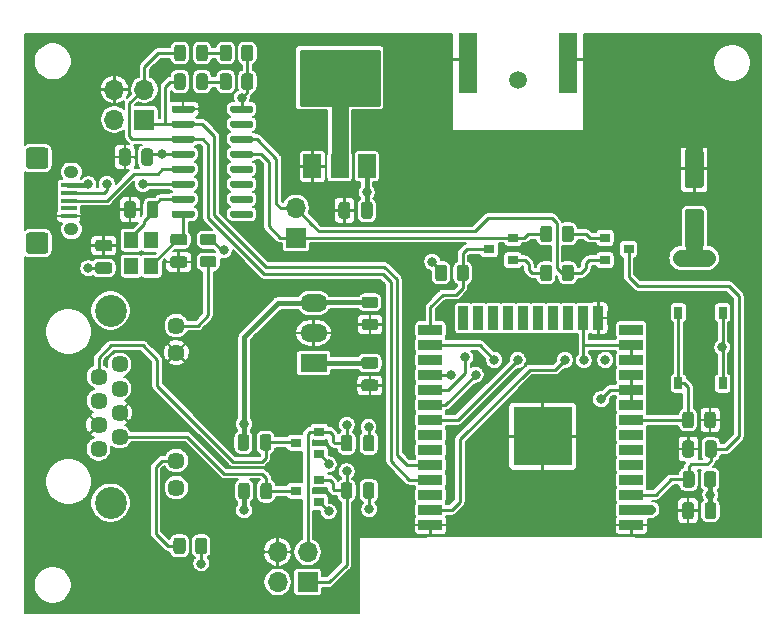
<source format=gtl>
G04 #@! TF.GenerationSoftware,KiCad,Pcbnew,(5.1.9-0-10_14)*
G04 #@! TF.CreationDate,2021-10-19T13:09:04+02:00*
G04 #@! TF.ProjectId,ithowifi_4l,6974686f-7769-4666-995f-346c2e6b6963,rev?*
G04 #@! TF.SameCoordinates,Original*
G04 #@! TF.FileFunction,Copper,L1,Top*
G04 #@! TF.FilePolarity,Positive*
%FSLAX46Y46*%
G04 Gerber Fmt 4.6, Leading zero omitted, Abs format (unit mm)*
G04 Created by KiCad (PCBNEW (5.1.9-0-10_14)) date 2021-10-19 13:09:04*
%MOMM*%
%LPD*%
G01*
G04 APERTURE LIST*
G04 #@! TA.AperFunction,ComponentPad*
%ADD10O,1.700000X1.700000*%
G04 #@! TD*
G04 #@! TA.AperFunction,ComponentPad*
%ADD11R,1.700000X1.700000*%
G04 #@! TD*
G04 #@! TA.AperFunction,SMDPad,CuDef*
%ADD12R,1.200000X1.400000*%
G04 #@! TD*
G04 #@! TA.AperFunction,ComponentPad*
%ADD13C,1.500000*%
G04 #@! TD*
G04 #@! TA.AperFunction,SMDPad,CuDef*
%ADD14R,0.750000X1.000000*%
G04 #@! TD*
G04 #@! TA.AperFunction,ComponentPad*
%ADD15O,1.250000X1.050000*%
G04 #@! TD*
G04 #@! TA.AperFunction,SMDPad,CuDef*
%ADD16R,1.350000X0.400000*%
G04 #@! TD*
G04 #@! TA.AperFunction,SMDPad,CuDef*
%ADD17R,1.500000X2.000000*%
G04 #@! TD*
G04 #@! TA.AperFunction,SMDPad,CuDef*
%ADD18R,3.800000X2.000000*%
G04 #@! TD*
G04 #@! TA.AperFunction,ComponentPad*
%ADD19O,2.300000X1.500000*%
G04 #@! TD*
G04 #@! TA.AperFunction,ComponentPad*
%ADD20R,2.300000X1.500000*%
G04 #@! TD*
G04 #@! TA.AperFunction,SMDPad,CuDef*
%ADD21R,0.900000X0.800000*%
G04 #@! TD*
G04 #@! TA.AperFunction,ComponentPad*
%ADD22C,1.446000*%
G04 #@! TD*
G04 #@! TA.AperFunction,ComponentPad*
%ADD23C,2.700000*%
G04 #@! TD*
G04 #@! TA.AperFunction,SMDPad,CuDef*
%ADD24R,2.000000X0.900000*%
G04 #@! TD*
G04 #@! TA.AperFunction,SMDPad,CuDef*
%ADD25R,0.900000X2.000000*%
G04 #@! TD*
G04 #@! TA.AperFunction,SMDPad,CuDef*
%ADD26R,5.000000X5.000000*%
G04 #@! TD*
G04 #@! TA.AperFunction,SMDPad,CuDef*
%ADD27R,1.500000X5.080000*%
G04 #@! TD*
G04 #@! TA.AperFunction,ViaPad*
%ADD28C,0.800000*%
G04 #@! TD*
G04 #@! TA.AperFunction,Conductor*
%ADD29C,1.473200*%
G04 #@! TD*
G04 #@! TA.AperFunction,Conductor*
%ADD30C,0.250000*%
G04 #@! TD*
G04 #@! TA.AperFunction,Conductor*
%ADD31C,0.406400*%
G04 #@! TD*
G04 #@! TA.AperFunction,Conductor*
%ADD32C,0.254000*%
G04 #@! TD*
G04 #@! TA.AperFunction,Conductor*
%ADD33C,0.812800*%
G04 #@! TD*
G04 #@! TA.AperFunction,Conductor*
%ADD34C,0.293370*%
G04 #@! TD*
G04 #@! TA.AperFunction,Conductor*
%ADD35C,0.203200*%
G04 #@! TD*
G04 #@! TA.AperFunction,Conductor*
%ADD36C,0.100000*%
G04 #@! TD*
G04 APERTURE END LIST*
D10*
X76073000Y-121793000D03*
D11*
X76073000Y-124333000D03*
D12*
X63842000Y-124503000D03*
X63842000Y-126703000D03*
X62142000Y-126703000D03*
X62142000Y-124503000D03*
G04 #@! TA.AperFunction,SMDPad,CuDef*
G36*
G01*
X70513400Y-113564600D02*
X70513400Y-113264600D01*
G75*
G02*
X70663400Y-113114600I150000J0D01*
G01*
X72313400Y-113114600D01*
G75*
G02*
X72463400Y-113264600I0J-150000D01*
G01*
X72463400Y-113564600D01*
G75*
G02*
X72313400Y-113714600I-150000J0D01*
G01*
X70663400Y-113714600D01*
G75*
G02*
X70513400Y-113564600I0J150000D01*
G01*
G37*
G04 #@! TD.AperFunction*
G04 #@! TA.AperFunction,SMDPad,CuDef*
G36*
G01*
X70513400Y-114834600D02*
X70513400Y-114534600D01*
G75*
G02*
X70663400Y-114384600I150000J0D01*
G01*
X72313400Y-114384600D01*
G75*
G02*
X72463400Y-114534600I0J-150000D01*
G01*
X72463400Y-114834600D01*
G75*
G02*
X72313400Y-114984600I-150000J0D01*
G01*
X70663400Y-114984600D01*
G75*
G02*
X70513400Y-114834600I0J150000D01*
G01*
G37*
G04 #@! TD.AperFunction*
G04 #@! TA.AperFunction,SMDPad,CuDef*
G36*
G01*
X70513400Y-116104600D02*
X70513400Y-115804600D01*
G75*
G02*
X70663400Y-115654600I150000J0D01*
G01*
X72313400Y-115654600D01*
G75*
G02*
X72463400Y-115804600I0J-150000D01*
G01*
X72463400Y-116104600D01*
G75*
G02*
X72313400Y-116254600I-150000J0D01*
G01*
X70663400Y-116254600D01*
G75*
G02*
X70513400Y-116104600I0J150000D01*
G01*
G37*
G04 #@! TD.AperFunction*
G04 #@! TA.AperFunction,SMDPad,CuDef*
G36*
G01*
X70513400Y-117374600D02*
X70513400Y-117074600D01*
G75*
G02*
X70663400Y-116924600I150000J0D01*
G01*
X72313400Y-116924600D01*
G75*
G02*
X72463400Y-117074600I0J-150000D01*
G01*
X72463400Y-117374600D01*
G75*
G02*
X72313400Y-117524600I-150000J0D01*
G01*
X70663400Y-117524600D01*
G75*
G02*
X70513400Y-117374600I0J150000D01*
G01*
G37*
G04 #@! TD.AperFunction*
G04 #@! TA.AperFunction,SMDPad,CuDef*
G36*
G01*
X70513400Y-118644600D02*
X70513400Y-118344600D01*
G75*
G02*
X70663400Y-118194600I150000J0D01*
G01*
X72313400Y-118194600D01*
G75*
G02*
X72463400Y-118344600I0J-150000D01*
G01*
X72463400Y-118644600D01*
G75*
G02*
X72313400Y-118794600I-150000J0D01*
G01*
X70663400Y-118794600D01*
G75*
G02*
X70513400Y-118644600I0J150000D01*
G01*
G37*
G04 #@! TD.AperFunction*
G04 #@! TA.AperFunction,SMDPad,CuDef*
G36*
G01*
X70513400Y-119914600D02*
X70513400Y-119614600D01*
G75*
G02*
X70663400Y-119464600I150000J0D01*
G01*
X72313400Y-119464600D01*
G75*
G02*
X72463400Y-119614600I0J-150000D01*
G01*
X72463400Y-119914600D01*
G75*
G02*
X72313400Y-120064600I-150000J0D01*
G01*
X70663400Y-120064600D01*
G75*
G02*
X70513400Y-119914600I0J150000D01*
G01*
G37*
G04 #@! TD.AperFunction*
G04 #@! TA.AperFunction,SMDPad,CuDef*
G36*
G01*
X70513400Y-121184600D02*
X70513400Y-120884600D01*
G75*
G02*
X70663400Y-120734600I150000J0D01*
G01*
X72313400Y-120734600D01*
G75*
G02*
X72463400Y-120884600I0J-150000D01*
G01*
X72463400Y-121184600D01*
G75*
G02*
X72313400Y-121334600I-150000J0D01*
G01*
X70663400Y-121334600D01*
G75*
G02*
X70513400Y-121184600I0J150000D01*
G01*
G37*
G04 #@! TD.AperFunction*
G04 #@! TA.AperFunction,SMDPad,CuDef*
G36*
G01*
X70513400Y-122454600D02*
X70513400Y-122154600D01*
G75*
G02*
X70663400Y-122004600I150000J0D01*
G01*
X72313400Y-122004600D01*
G75*
G02*
X72463400Y-122154600I0J-150000D01*
G01*
X72463400Y-122454600D01*
G75*
G02*
X72313400Y-122604600I-150000J0D01*
G01*
X70663400Y-122604600D01*
G75*
G02*
X70513400Y-122454600I0J150000D01*
G01*
G37*
G04 #@! TD.AperFunction*
G04 #@! TA.AperFunction,SMDPad,CuDef*
G36*
G01*
X65563400Y-122454600D02*
X65563400Y-122154600D01*
G75*
G02*
X65713400Y-122004600I150000J0D01*
G01*
X67363400Y-122004600D01*
G75*
G02*
X67513400Y-122154600I0J-150000D01*
G01*
X67513400Y-122454600D01*
G75*
G02*
X67363400Y-122604600I-150000J0D01*
G01*
X65713400Y-122604600D01*
G75*
G02*
X65563400Y-122454600I0J150000D01*
G01*
G37*
G04 #@! TD.AperFunction*
G04 #@! TA.AperFunction,SMDPad,CuDef*
G36*
G01*
X65563400Y-121184600D02*
X65563400Y-120884600D01*
G75*
G02*
X65713400Y-120734600I150000J0D01*
G01*
X67363400Y-120734600D01*
G75*
G02*
X67513400Y-120884600I0J-150000D01*
G01*
X67513400Y-121184600D01*
G75*
G02*
X67363400Y-121334600I-150000J0D01*
G01*
X65713400Y-121334600D01*
G75*
G02*
X65563400Y-121184600I0J150000D01*
G01*
G37*
G04 #@! TD.AperFunction*
G04 #@! TA.AperFunction,SMDPad,CuDef*
G36*
G01*
X65563400Y-119914600D02*
X65563400Y-119614600D01*
G75*
G02*
X65713400Y-119464600I150000J0D01*
G01*
X67363400Y-119464600D01*
G75*
G02*
X67513400Y-119614600I0J-150000D01*
G01*
X67513400Y-119914600D01*
G75*
G02*
X67363400Y-120064600I-150000J0D01*
G01*
X65713400Y-120064600D01*
G75*
G02*
X65563400Y-119914600I0J150000D01*
G01*
G37*
G04 #@! TD.AperFunction*
G04 #@! TA.AperFunction,SMDPad,CuDef*
G36*
G01*
X65563400Y-118644600D02*
X65563400Y-118344600D01*
G75*
G02*
X65713400Y-118194600I150000J0D01*
G01*
X67363400Y-118194600D01*
G75*
G02*
X67513400Y-118344600I0J-150000D01*
G01*
X67513400Y-118644600D01*
G75*
G02*
X67363400Y-118794600I-150000J0D01*
G01*
X65713400Y-118794600D01*
G75*
G02*
X65563400Y-118644600I0J150000D01*
G01*
G37*
G04 #@! TD.AperFunction*
G04 #@! TA.AperFunction,SMDPad,CuDef*
G36*
G01*
X65563400Y-117374600D02*
X65563400Y-117074600D01*
G75*
G02*
X65713400Y-116924600I150000J0D01*
G01*
X67363400Y-116924600D01*
G75*
G02*
X67513400Y-117074600I0J-150000D01*
G01*
X67513400Y-117374600D01*
G75*
G02*
X67363400Y-117524600I-150000J0D01*
G01*
X65713400Y-117524600D01*
G75*
G02*
X65563400Y-117374600I0J150000D01*
G01*
G37*
G04 #@! TD.AperFunction*
G04 #@! TA.AperFunction,SMDPad,CuDef*
G36*
G01*
X65563400Y-116104600D02*
X65563400Y-115804600D01*
G75*
G02*
X65713400Y-115654600I150000J0D01*
G01*
X67363400Y-115654600D01*
G75*
G02*
X67513400Y-115804600I0J-150000D01*
G01*
X67513400Y-116104600D01*
G75*
G02*
X67363400Y-116254600I-150000J0D01*
G01*
X65713400Y-116254600D01*
G75*
G02*
X65563400Y-116104600I0J150000D01*
G01*
G37*
G04 #@! TD.AperFunction*
G04 #@! TA.AperFunction,SMDPad,CuDef*
G36*
G01*
X65563400Y-114834600D02*
X65563400Y-114534600D01*
G75*
G02*
X65713400Y-114384600I150000J0D01*
G01*
X67363400Y-114384600D01*
G75*
G02*
X67513400Y-114534600I0J-150000D01*
G01*
X67513400Y-114834600D01*
G75*
G02*
X67363400Y-114984600I-150000J0D01*
G01*
X65713400Y-114984600D01*
G75*
G02*
X65563400Y-114834600I0J150000D01*
G01*
G37*
G04 #@! TD.AperFunction*
G04 #@! TA.AperFunction,SMDPad,CuDef*
G36*
G01*
X65563400Y-113564600D02*
X65563400Y-113264600D01*
G75*
G02*
X65713400Y-113114600I150000J0D01*
G01*
X67363400Y-113114600D01*
G75*
G02*
X67513400Y-113264600I0J-150000D01*
G01*
X67513400Y-113564600D01*
G75*
G02*
X67363400Y-113714600I-150000J0D01*
G01*
X65713400Y-113714600D01*
G75*
G02*
X65563400Y-113564600I0J150000D01*
G01*
G37*
G04 #@! TD.AperFunction*
D13*
X94881700Y-110909100D03*
G04 #@! TA.AperFunction,SMDPad,CuDef*
G36*
G01*
X65692000Y-125860000D02*
X66642000Y-125860000D01*
G75*
G02*
X66892000Y-126110000I0J-250000D01*
G01*
X66892000Y-126610000D01*
G75*
G02*
X66642000Y-126860000I-250000J0D01*
G01*
X65692000Y-126860000D01*
G75*
G02*
X65442000Y-126610000I0J250000D01*
G01*
X65442000Y-126110000D01*
G75*
G02*
X65692000Y-125860000I250000J0D01*
G01*
G37*
G04 #@! TD.AperFunction*
G04 #@! TA.AperFunction,SMDPad,CuDef*
G36*
G01*
X65692000Y-123960000D02*
X66642000Y-123960000D01*
G75*
G02*
X66892000Y-124210000I0J-250000D01*
G01*
X66892000Y-124710000D01*
G75*
G02*
X66642000Y-124960000I-250000J0D01*
G01*
X65692000Y-124960000D01*
G75*
G02*
X65442000Y-124710000I0J250000D01*
G01*
X65442000Y-124210000D01*
G75*
G02*
X65692000Y-123960000I250000J0D01*
G01*
G37*
G04 #@! TD.AperFunction*
G04 #@! TA.AperFunction,SMDPad,CuDef*
G36*
G01*
X62542000Y-121445000D02*
X62542000Y-122395000D01*
G75*
G02*
X62292000Y-122645000I-250000J0D01*
G01*
X61792000Y-122645000D01*
G75*
G02*
X61542000Y-122395000I0J250000D01*
G01*
X61542000Y-121445000D01*
G75*
G02*
X61792000Y-121195000I250000J0D01*
G01*
X62292000Y-121195000D01*
G75*
G02*
X62542000Y-121445000I0J-250000D01*
G01*
G37*
G04 #@! TD.AperFunction*
G04 #@! TA.AperFunction,SMDPad,CuDef*
G36*
G01*
X64442000Y-121445000D02*
X64442000Y-122395000D01*
G75*
G02*
X64192000Y-122645000I-250000J0D01*
G01*
X63692000Y-122645000D01*
G75*
G02*
X63442000Y-122395000I0J250000D01*
G01*
X63442000Y-121445000D01*
G75*
G02*
X63692000Y-121195000I250000J0D01*
G01*
X64192000Y-121195000D01*
G75*
G02*
X64442000Y-121445000I0J-250000D01*
G01*
G37*
G04 #@! TD.AperFunction*
D14*
X108471000Y-136638000D03*
X108471000Y-130638000D03*
X112221000Y-130638000D03*
X112221000Y-136638000D03*
G04 #@! TA.AperFunction,ComponentPad*
G36*
G01*
X53501200Y-123858000D02*
X54855200Y-123858000D01*
G75*
G02*
X55128200Y-124131000I0J-273000D01*
G01*
X55128200Y-125405000D01*
G75*
G02*
X54855200Y-125678000I-273000J0D01*
G01*
X53501200Y-125678000D01*
G75*
G02*
X53228200Y-125405000I0J273000D01*
G01*
X53228200Y-124131000D01*
G75*
G02*
X53501200Y-123858000I273000J0D01*
G01*
G37*
G04 #@! TD.AperFunction*
D15*
X57078200Y-123593000D03*
X57078200Y-118743000D03*
G04 #@! TA.AperFunction,ComponentPad*
G36*
G01*
X53501200Y-116658000D02*
X54855200Y-116658000D01*
G75*
G02*
X55128200Y-116931000I0J-273000D01*
G01*
X55128200Y-118205000D01*
G75*
G02*
X54855200Y-118478000I-273000J0D01*
G01*
X53501200Y-118478000D01*
G75*
G02*
X53228200Y-118205000I0J273000D01*
G01*
X53228200Y-116931000D01*
G75*
G02*
X53501200Y-116658000I273000J0D01*
G01*
G37*
G04 #@! TD.AperFunction*
D16*
X56853200Y-122468000D03*
X56853200Y-121818000D03*
X56853200Y-121168000D03*
X56853200Y-120518000D03*
X56853200Y-119868000D03*
G04 #@! TA.AperFunction,SMDPad,CuDef*
G36*
G01*
X110701200Y-142664200D02*
X110701200Y-141714200D01*
G75*
G02*
X110951200Y-141464200I250000J0D01*
G01*
X111451200Y-141464200D01*
G75*
G02*
X111701200Y-141714200I0J-250000D01*
G01*
X111701200Y-142664200D01*
G75*
G02*
X111451200Y-142914200I-250000J0D01*
G01*
X110951200Y-142914200D01*
G75*
G02*
X110701200Y-142664200I0J250000D01*
G01*
G37*
G04 #@! TD.AperFunction*
G04 #@! TA.AperFunction,SMDPad,CuDef*
G36*
G01*
X108801200Y-142664200D02*
X108801200Y-141714200D01*
G75*
G02*
X109051200Y-141464200I250000J0D01*
G01*
X109551200Y-141464200D01*
G75*
G02*
X109801200Y-141714200I0J-250000D01*
G01*
X109801200Y-142664200D01*
G75*
G02*
X109551200Y-142914200I-250000J0D01*
G01*
X109051200Y-142914200D01*
G75*
G02*
X108801200Y-142664200I0J250000D01*
G01*
G37*
G04 #@! TD.AperFunction*
D10*
X60706000Y-111760000D03*
X63246000Y-111760000D03*
X60706000Y-114300000D03*
D11*
X63246000Y-114300000D03*
G04 #@! TA.AperFunction,SMDPad,CuDef*
G36*
G01*
X80687800Y-121508500D02*
X80687800Y-122458500D01*
G75*
G02*
X80437800Y-122708500I-250000J0D01*
G01*
X79937800Y-122708500D01*
G75*
G02*
X79687800Y-122458500I0J250000D01*
G01*
X79687800Y-121508500D01*
G75*
G02*
X79937800Y-121258500I250000J0D01*
G01*
X80437800Y-121258500D01*
G75*
G02*
X80687800Y-121508500I0J-250000D01*
G01*
G37*
G04 #@! TD.AperFunction*
G04 #@! TA.AperFunction,SMDPad,CuDef*
G36*
G01*
X82587800Y-121508500D02*
X82587800Y-122458500D01*
G75*
G02*
X82337800Y-122708500I-250000J0D01*
G01*
X81837800Y-122708500D01*
G75*
G02*
X81587800Y-122458500I0J250000D01*
G01*
X81587800Y-121508500D01*
G75*
G02*
X81837800Y-121258500I250000J0D01*
G01*
X82337800Y-121258500D01*
G75*
G02*
X82587800Y-121508500I0J-250000D01*
G01*
G37*
G04 #@! TD.AperFunction*
G04 #@! TA.AperFunction,SMDPad,CuDef*
G36*
G01*
X98577500Y-124436002D02*
X98577500Y-123535998D01*
G75*
G02*
X98827498Y-123286000I249998J0D01*
G01*
X99352502Y-123286000D01*
G75*
G02*
X99602500Y-123535998I0J-249998D01*
G01*
X99602500Y-124436002D01*
G75*
G02*
X99352502Y-124686000I-249998J0D01*
G01*
X98827498Y-124686000D01*
G75*
G02*
X98577500Y-124436002I0J249998D01*
G01*
G37*
G04 #@! TD.AperFunction*
G04 #@! TA.AperFunction,SMDPad,CuDef*
G36*
G01*
X96752500Y-124436002D02*
X96752500Y-123535998D01*
G75*
G02*
X97002498Y-123286000I249998J0D01*
G01*
X97527502Y-123286000D01*
G75*
G02*
X97777500Y-123535998I0J-249998D01*
G01*
X97777500Y-124436002D01*
G75*
G02*
X97527502Y-124686000I-249998J0D01*
G01*
X97002498Y-124686000D01*
G75*
G02*
X96752500Y-124436002I0J249998D01*
G01*
G37*
G04 #@! TD.AperFunction*
G04 #@! TA.AperFunction,SMDPad,CuDef*
G36*
G01*
X70649500Y-108215998D02*
X70649500Y-109116002D01*
G75*
G02*
X70399502Y-109366000I-249998J0D01*
G01*
X69874498Y-109366000D01*
G75*
G02*
X69624500Y-109116002I0J249998D01*
G01*
X69624500Y-108215998D01*
G75*
G02*
X69874498Y-107966000I249998J0D01*
G01*
X70399502Y-107966000D01*
G75*
G02*
X70649500Y-108215998I0J-249998D01*
G01*
G37*
G04 #@! TD.AperFunction*
G04 #@! TA.AperFunction,SMDPad,CuDef*
G36*
G01*
X72474500Y-108215998D02*
X72474500Y-109116002D01*
G75*
G02*
X72224502Y-109366000I-249998J0D01*
G01*
X71699498Y-109366000D01*
G75*
G02*
X71449500Y-109116002I0J249998D01*
G01*
X71449500Y-108215998D01*
G75*
G02*
X71699498Y-107966000I249998J0D01*
G01*
X72224502Y-107966000D01*
G75*
G02*
X72474500Y-108215998I0J-249998D01*
G01*
G37*
G04 #@! TD.AperFunction*
G04 #@! TA.AperFunction,SMDPad,CuDef*
G36*
G01*
X70649500Y-110641998D02*
X70649500Y-111542002D01*
G75*
G02*
X70399502Y-111792000I-249998J0D01*
G01*
X69874498Y-111792000D01*
G75*
G02*
X69624500Y-111542002I0J249998D01*
G01*
X69624500Y-110641998D01*
G75*
G02*
X69874498Y-110392000I249998J0D01*
G01*
X70399502Y-110392000D01*
G75*
G02*
X70649500Y-110641998I0J-249998D01*
G01*
G37*
G04 #@! TD.AperFunction*
G04 #@! TA.AperFunction,SMDPad,CuDef*
G36*
G01*
X72474500Y-110641998D02*
X72474500Y-111542002D01*
G75*
G02*
X72224502Y-111792000I-249998J0D01*
G01*
X71699498Y-111792000D01*
G75*
G02*
X71449500Y-111542002I0J249998D01*
G01*
X71449500Y-110641998D01*
G75*
G02*
X71699498Y-110392000I249998J0D01*
G01*
X72224502Y-110392000D01*
G75*
G02*
X72474500Y-110641998I0J-249998D01*
G01*
G37*
G04 #@! TD.AperFunction*
G04 #@! TA.AperFunction,SMDPad,CuDef*
G36*
G01*
X66742500Y-149951998D02*
X66742500Y-150852002D01*
G75*
G02*
X66492502Y-151102000I-249998J0D01*
G01*
X65967498Y-151102000D01*
G75*
G02*
X65717500Y-150852002I0J249998D01*
G01*
X65717500Y-149951998D01*
G75*
G02*
X65967498Y-149702000I249998J0D01*
G01*
X66492502Y-149702000D01*
G75*
G02*
X66742500Y-149951998I0J-249998D01*
G01*
G37*
G04 #@! TD.AperFunction*
G04 #@! TA.AperFunction,SMDPad,CuDef*
G36*
G01*
X68567500Y-149951998D02*
X68567500Y-150852002D01*
G75*
G02*
X68317502Y-151102000I-249998J0D01*
G01*
X67792498Y-151102000D01*
G75*
G02*
X67542500Y-150852002I0J249998D01*
G01*
X67542500Y-149951998D01*
G75*
G02*
X67792498Y-149702000I249998J0D01*
G01*
X68317502Y-149702000D01*
G75*
G02*
X68567500Y-149951998I0J-249998D01*
G01*
G37*
G04 #@! TD.AperFunction*
G04 #@! TA.AperFunction,SMDPad,CuDef*
G36*
G01*
X62100000Y-117000000D02*
X62100000Y-117950000D01*
G75*
G02*
X61850000Y-118200000I-250000J0D01*
G01*
X61350000Y-118200000D01*
G75*
G02*
X61100000Y-117950000I0J250000D01*
G01*
X61100000Y-117000000D01*
G75*
G02*
X61350000Y-116750000I250000J0D01*
G01*
X61850000Y-116750000D01*
G75*
G02*
X62100000Y-117000000I0J-250000D01*
G01*
G37*
G04 #@! TD.AperFunction*
G04 #@! TA.AperFunction,SMDPad,CuDef*
G36*
G01*
X64000000Y-117000000D02*
X64000000Y-117950000D01*
G75*
G02*
X63750000Y-118200000I-250000J0D01*
G01*
X63250000Y-118200000D01*
G75*
G02*
X63000000Y-117950000I0J250000D01*
G01*
X63000000Y-117000000D01*
G75*
G02*
X63250000Y-116750000I250000J0D01*
G01*
X63750000Y-116750000D01*
G75*
G02*
X64000000Y-117000000I0J-250000D01*
G01*
G37*
G04 #@! TD.AperFunction*
G04 #@! TA.AperFunction,SMDPad,CuDef*
G36*
G01*
X60292000Y-125468000D02*
X59342000Y-125468000D01*
G75*
G02*
X59092000Y-125218000I0J250000D01*
G01*
X59092000Y-124718000D01*
G75*
G02*
X59342000Y-124468000I250000J0D01*
G01*
X60292000Y-124468000D01*
G75*
G02*
X60542000Y-124718000I0J-250000D01*
G01*
X60542000Y-125218000D01*
G75*
G02*
X60292000Y-125468000I-250000J0D01*
G01*
G37*
G04 #@! TD.AperFunction*
G04 #@! TA.AperFunction,SMDPad,CuDef*
G36*
G01*
X60292000Y-127368000D02*
X59342000Y-127368000D01*
G75*
G02*
X59092000Y-127118000I0J250000D01*
G01*
X59092000Y-126618000D01*
G75*
G02*
X59342000Y-126368000I250000J0D01*
G01*
X60292000Y-126368000D01*
G75*
G02*
X60542000Y-126618000I0J-250000D01*
G01*
X60542000Y-127118000D01*
G75*
G02*
X60292000Y-127368000I-250000J0D01*
G01*
G37*
G04 #@! TD.AperFunction*
D17*
X77477300Y-118267500D03*
X82077300Y-118267500D03*
X79777300Y-118267500D03*
D18*
X79777300Y-111967500D03*
D19*
X77580000Y-129828000D03*
X77580000Y-132368000D03*
D20*
X77580000Y-134908000D03*
G04 #@! TA.AperFunction,SMDPad,CuDef*
G36*
G01*
X88887500Y-126837998D02*
X88887500Y-127738002D01*
G75*
G02*
X88637502Y-127988000I-249998J0D01*
G01*
X88112498Y-127988000D01*
G75*
G02*
X87862500Y-127738002I0J249998D01*
G01*
X87862500Y-126837998D01*
G75*
G02*
X88112498Y-126588000I249998J0D01*
G01*
X88637502Y-126588000D01*
G75*
G02*
X88887500Y-126837998I0J-249998D01*
G01*
G37*
G04 #@! TD.AperFunction*
G04 #@! TA.AperFunction,SMDPad,CuDef*
G36*
G01*
X90712500Y-126837998D02*
X90712500Y-127738002D01*
G75*
G02*
X90462502Y-127988000I-249998J0D01*
G01*
X89937498Y-127988000D01*
G75*
G02*
X89687500Y-127738002I0J249998D01*
G01*
X89687500Y-126837998D01*
G75*
G02*
X89937498Y-126588000I249998J0D01*
G01*
X90462502Y-126588000D01*
G75*
G02*
X90712500Y-126837998I0J-249998D01*
G01*
G37*
G04 #@! TD.AperFunction*
G04 #@! TA.AperFunction,SMDPad,CuDef*
G36*
G01*
X109842500Y-144304598D02*
X109842500Y-145204602D01*
G75*
G02*
X109592502Y-145454600I-249998J0D01*
G01*
X109067498Y-145454600D01*
G75*
G02*
X108817500Y-145204602I0J249998D01*
G01*
X108817500Y-144304598D01*
G75*
G02*
X109067498Y-144054600I249998J0D01*
G01*
X109592502Y-144054600D01*
G75*
G02*
X109842500Y-144304598I0J-249998D01*
G01*
G37*
G04 #@! TD.AperFunction*
G04 #@! TA.AperFunction,SMDPad,CuDef*
G36*
G01*
X111667500Y-144304598D02*
X111667500Y-145204602D01*
G75*
G02*
X111417502Y-145454600I-249998J0D01*
G01*
X110892498Y-145454600D01*
G75*
G02*
X110642500Y-145204602I0J249998D01*
G01*
X110642500Y-144304598D01*
G75*
G02*
X110892498Y-144054600I249998J0D01*
G01*
X111417502Y-144054600D01*
G75*
G02*
X111667500Y-144304598I0J-249998D01*
G01*
G37*
G04 #@! TD.AperFunction*
G04 #@! TA.AperFunction,SMDPad,CuDef*
G36*
G01*
X97777500Y-126837998D02*
X97777500Y-127738002D01*
G75*
G02*
X97527502Y-127988000I-249998J0D01*
G01*
X97002498Y-127988000D01*
G75*
G02*
X96752500Y-127738002I0J249998D01*
G01*
X96752500Y-126837998D01*
G75*
G02*
X97002498Y-126588000I249998J0D01*
G01*
X97527502Y-126588000D01*
G75*
G02*
X97777500Y-126837998I0J-249998D01*
G01*
G37*
G04 #@! TD.AperFunction*
G04 #@! TA.AperFunction,SMDPad,CuDef*
G36*
G01*
X99602500Y-126837998D02*
X99602500Y-127738002D01*
G75*
G02*
X99352502Y-127988000I-249998J0D01*
G01*
X98827498Y-127988000D01*
G75*
G02*
X98577500Y-127738002I0J249998D01*
G01*
X98577500Y-126837998D01*
G75*
G02*
X98827498Y-126588000I249998J0D01*
G01*
X99352502Y-126588000D01*
G75*
G02*
X99602500Y-126837998I0J-249998D01*
G01*
G37*
G04 #@! TD.AperFunction*
D21*
X92455000Y-125256000D03*
X94455000Y-124306000D03*
X94455000Y-126206000D03*
X104250000Y-125256000D03*
X102250000Y-126206000D03*
X102250000Y-124306000D03*
D22*
X59372500Y-142176500D03*
X61152500Y-141156500D03*
X59372500Y-140136500D03*
X61152500Y-139116500D03*
X59372500Y-138096500D03*
X61152500Y-137076500D03*
X59372500Y-136056500D03*
X61152500Y-135036500D03*
X65962500Y-145466500D03*
X65962500Y-143176500D03*
X65962500Y-134036500D03*
X65962500Y-131746500D03*
D23*
X60392500Y-130476500D03*
X60392500Y-146736500D03*
G04 #@! TA.AperFunction,SMDPad,CuDef*
G36*
G01*
X109782000Y-146937500D02*
X109782000Y-147887500D01*
G75*
G02*
X109532000Y-148137500I-250000J0D01*
G01*
X109032000Y-148137500D01*
G75*
G02*
X108782000Y-147887500I0J250000D01*
G01*
X108782000Y-146937500D01*
G75*
G02*
X109032000Y-146687500I250000J0D01*
G01*
X109532000Y-146687500D01*
G75*
G02*
X109782000Y-146937500I0J-250000D01*
G01*
G37*
G04 #@! TD.AperFunction*
G04 #@! TA.AperFunction,SMDPad,CuDef*
G36*
G01*
X111682000Y-146937500D02*
X111682000Y-147887500D01*
G75*
G02*
X111432000Y-148137500I-250000J0D01*
G01*
X110932000Y-148137500D01*
G75*
G02*
X110682000Y-147887500I0J250000D01*
G01*
X110682000Y-146937500D01*
G75*
G02*
X110932000Y-146687500I250000J0D01*
G01*
X111432000Y-146687500D01*
G75*
G02*
X111682000Y-146937500I0J-250000D01*
G01*
G37*
G04 #@! TD.AperFunction*
G04 #@! TA.AperFunction,SMDPad,CuDef*
G36*
G01*
X81867500Y-136308000D02*
X82817500Y-136308000D01*
G75*
G02*
X83067500Y-136558000I0J-250000D01*
G01*
X83067500Y-137058000D01*
G75*
G02*
X82817500Y-137308000I-250000J0D01*
G01*
X81867500Y-137308000D01*
G75*
G02*
X81617500Y-137058000I0J250000D01*
G01*
X81617500Y-136558000D01*
G75*
G02*
X81867500Y-136308000I250000J0D01*
G01*
G37*
G04 #@! TD.AperFunction*
G04 #@! TA.AperFunction,SMDPad,CuDef*
G36*
G01*
X81867500Y-134408000D02*
X82817500Y-134408000D01*
G75*
G02*
X83067500Y-134658000I0J-250000D01*
G01*
X83067500Y-135158000D01*
G75*
G02*
X82817500Y-135408000I-250000J0D01*
G01*
X81867500Y-135408000D01*
G75*
G02*
X81617500Y-135158000I0J250000D01*
G01*
X81617500Y-134658000D01*
G75*
G02*
X81867500Y-134408000I250000J0D01*
G01*
G37*
G04 #@! TD.AperFunction*
G04 #@! TA.AperFunction,SMDPad,CuDef*
G36*
G01*
X110357000Y-120114000D02*
X109257000Y-120114000D01*
G75*
G02*
X109007000Y-119864000I0J250000D01*
G01*
X109007000Y-117039000D01*
G75*
G02*
X109257000Y-116789000I250000J0D01*
G01*
X110357000Y-116789000D01*
G75*
G02*
X110607000Y-117039000I0J-250000D01*
G01*
X110607000Y-119864000D01*
G75*
G02*
X110357000Y-120114000I-250000J0D01*
G01*
G37*
G04 #@! TD.AperFunction*
G04 #@! TA.AperFunction,SMDPad,CuDef*
G36*
G01*
X110357000Y-125189000D02*
X109257000Y-125189000D01*
G75*
G02*
X109007000Y-124939000I0J250000D01*
G01*
X109007000Y-122114000D01*
G75*
G02*
X109257000Y-121864000I250000J0D01*
G01*
X110357000Y-121864000D01*
G75*
G02*
X110607000Y-122114000I0J-250000D01*
G01*
X110607000Y-124939000D01*
G75*
G02*
X110357000Y-125189000I-250000J0D01*
G01*
G37*
G04 #@! TD.AperFunction*
D10*
X74532000Y-150910000D03*
X77072000Y-150910000D03*
X74532000Y-153450000D03*
D11*
X77072000Y-153450000D03*
D24*
X87477600Y-148615400D03*
X87477600Y-147345400D03*
X87477600Y-146075400D03*
X87477600Y-144805400D03*
X87477600Y-143535400D03*
X87477600Y-142265400D03*
X87477600Y-140995400D03*
X87477600Y-139725400D03*
X87477600Y-138455400D03*
X87477600Y-137185400D03*
X87477600Y-135915400D03*
X87477600Y-134645400D03*
X87477600Y-133375400D03*
X87477600Y-132105400D03*
D25*
X90262600Y-131105400D03*
X91532600Y-131105400D03*
X92802600Y-131105400D03*
X94072600Y-131105400D03*
X95342600Y-131105400D03*
X96612600Y-131105400D03*
X97882600Y-131105400D03*
X99152600Y-131105400D03*
X100422600Y-131105400D03*
X101692600Y-131105400D03*
D24*
X104477600Y-132105400D03*
X104477600Y-133375400D03*
X104477600Y-134645400D03*
X104477600Y-135915400D03*
X104477600Y-137185400D03*
X104477600Y-138455400D03*
X104477600Y-139725400D03*
X104477600Y-140995400D03*
X104477600Y-142265400D03*
X104477600Y-143535400D03*
X104477600Y-144805400D03*
X104477600Y-146075400D03*
X104477600Y-147345400D03*
X104477600Y-148615400D03*
D26*
X96977600Y-141115400D03*
G04 #@! TA.AperFunction,SMDPad,CuDef*
G36*
G01*
X109769000Y-139277750D02*
X109769000Y-140190250D01*
G75*
G02*
X109525250Y-140434000I-243750J0D01*
G01*
X109037750Y-140434000D01*
G75*
G02*
X108794000Y-140190250I0J243750D01*
G01*
X108794000Y-139277750D01*
G75*
G02*
X109037750Y-139034000I243750J0D01*
G01*
X109525250Y-139034000D01*
G75*
G02*
X109769000Y-139277750I0J-243750D01*
G01*
G37*
G04 #@! TD.AperFunction*
G04 #@! TA.AperFunction,SMDPad,CuDef*
G36*
G01*
X111644000Y-139277750D02*
X111644000Y-140190250D01*
G75*
G02*
X111400250Y-140434000I-243750J0D01*
G01*
X110912750Y-140434000D01*
G75*
G02*
X110669000Y-140190250I0J243750D01*
G01*
X110669000Y-139277750D01*
G75*
G02*
X110912750Y-139034000I243750J0D01*
G01*
X111400250Y-139034000D01*
G75*
G02*
X111644000Y-139277750I0J-243750D01*
G01*
G37*
G04 #@! TD.AperFunction*
G04 #@! TA.AperFunction,SMDPad,CuDef*
G36*
G01*
X67649500Y-111548250D02*
X67649500Y-110635750D01*
G75*
G02*
X67893250Y-110392000I243750J0D01*
G01*
X68380750Y-110392000D01*
G75*
G02*
X68624500Y-110635750I0J-243750D01*
G01*
X68624500Y-111548250D01*
G75*
G02*
X68380750Y-111792000I-243750J0D01*
G01*
X67893250Y-111792000D01*
G75*
G02*
X67649500Y-111548250I0J243750D01*
G01*
G37*
G04 #@! TD.AperFunction*
G04 #@! TA.AperFunction,SMDPad,CuDef*
G36*
G01*
X65774500Y-111548250D02*
X65774500Y-110635750D01*
G75*
G02*
X66018250Y-110392000I243750J0D01*
G01*
X66505750Y-110392000D01*
G75*
G02*
X66749500Y-110635750I0J-243750D01*
G01*
X66749500Y-111548250D01*
G75*
G02*
X66505750Y-111792000I-243750J0D01*
G01*
X66018250Y-111792000D01*
G75*
G02*
X65774500Y-111548250I0J243750D01*
G01*
G37*
G04 #@! TD.AperFunction*
G04 #@! TA.AperFunction,SMDPad,CuDef*
G36*
G01*
X81886250Y-131167000D02*
X82798750Y-131167000D01*
G75*
G02*
X83042500Y-131410750I0J-243750D01*
G01*
X83042500Y-131898250D01*
G75*
G02*
X82798750Y-132142000I-243750J0D01*
G01*
X81886250Y-132142000D01*
G75*
G02*
X81642500Y-131898250I0J243750D01*
G01*
X81642500Y-131410750D01*
G75*
G02*
X81886250Y-131167000I243750J0D01*
G01*
G37*
G04 #@! TD.AperFunction*
G04 #@! TA.AperFunction,SMDPad,CuDef*
G36*
G01*
X81886250Y-129292000D02*
X82798750Y-129292000D01*
G75*
G02*
X83042500Y-129535750I0J-243750D01*
G01*
X83042500Y-130023250D01*
G75*
G02*
X82798750Y-130267000I-243750J0D01*
G01*
X81886250Y-130267000D01*
G75*
G02*
X81642500Y-130023250I0J243750D01*
G01*
X81642500Y-129535750D01*
G75*
G02*
X81886250Y-129292000I243750J0D01*
G01*
G37*
G04 #@! TD.AperFunction*
D27*
X90631400Y-109548400D03*
X99131400Y-109548400D03*
G04 #@! TA.AperFunction,SMDPad,CuDef*
G36*
G01*
X67649500Y-109122250D02*
X67649500Y-108209750D01*
G75*
G02*
X67893250Y-107966000I243750J0D01*
G01*
X68380750Y-107966000D01*
G75*
G02*
X68624500Y-108209750I0J-243750D01*
G01*
X68624500Y-109122250D01*
G75*
G02*
X68380750Y-109366000I-243750J0D01*
G01*
X67893250Y-109366000D01*
G75*
G02*
X67649500Y-109122250I0J243750D01*
G01*
G37*
G04 #@! TD.AperFunction*
G04 #@! TA.AperFunction,SMDPad,CuDef*
G36*
G01*
X65774500Y-109122250D02*
X65774500Y-108209750D01*
G75*
G02*
X66018250Y-107966000I243750J0D01*
G01*
X66505750Y-107966000D01*
G75*
G02*
X66749500Y-108209750I0J-243750D01*
G01*
X66749500Y-109122250D01*
G75*
G02*
X66505750Y-109366000I-243750J0D01*
G01*
X66018250Y-109366000D01*
G75*
G02*
X65774500Y-109122250I0J243750D01*
G01*
G37*
G04 #@! TD.AperFunction*
G04 #@! TA.AperFunction,SMDPad,CuDef*
G36*
G01*
X68199950Y-125847500D02*
X69112450Y-125847500D01*
G75*
G02*
X69356200Y-126091250I0J-243750D01*
G01*
X69356200Y-126578750D01*
G75*
G02*
X69112450Y-126822500I-243750J0D01*
G01*
X68199950Y-126822500D01*
G75*
G02*
X67956200Y-126578750I0J243750D01*
G01*
X67956200Y-126091250D01*
G75*
G02*
X68199950Y-125847500I243750J0D01*
G01*
G37*
G04 #@! TD.AperFunction*
G04 #@! TA.AperFunction,SMDPad,CuDef*
G36*
G01*
X68199950Y-123972500D02*
X69112450Y-123972500D01*
G75*
G02*
X69356200Y-124216250I0J-243750D01*
G01*
X69356200Y-124703750D01*
G75*
G02*
X69112450Y-124947500I-243750J0D01*
G01*
X68199950Y-124947500D01*
G75*
G02*
X67956200Y-124703750I0J243750D01*
G01*
X67956200Y-124216250D01*
G75*
G02*
X68199950Y-123972500I243750J0D01*
G01*
G37*
G04 #@! TD.AperFunction*
G04 #@! TA.AperFunction,SMDPad,CuDef*
G36*
G01*
X72128500Y-141170250D02*
X72128500Y-142082750D01*
G75*
G02*
X71884750Y-142326500I-243750J0D01*
G01*
X71397250Y-142326500D01*
G75*
G02*
X71153500Y-142082750I0J243750D01*
G01*
X71153500Y-141170250D01*
G75*
G02*
X71397250Y-140926500I243750J0D01*
G01*
X71884750Y-140926500D01*
G75*
G02*
X72128500Y-141170250I0J-243750D01*
G01*
G37*
G04 #@! TD.AperFunction*
G04 #@! TA.AperFunction,SMDPad,CuDef*
G36*
G01*
X74003500Y-141170250D02*
X74003500Y-142082750D01*
G75*
G02*
X73759750Y-142326500I-243750J0D01*
G01*
X73272250Y-142326500D01*
G75*
G02*
X73028500Y-142082750I0J243750D01*
G01*
X73028500Y-141170250D01*
G75*
G02*
X73272250Y-140926500I243750J0D01*
G01*
X73759750Y-140926500D01*
G75*
G02*
X74003500Y-141170250I0J-243750D01*
G01*
G37*
G04 #@! TD.AperFunction*
G04 #@! TA.AperFunction,SMDPad,CuDef*
G36*
G01*
X72181000Y-145298750D02*
X72181000Y-146211250D01*
G75*
G02*
X71937250Y-146455000I-243750J0D01*
G01*
X71449750Y-146455000D01*
G75*
G02*
X71206000Y-146211250I0J243750D01*
G01*
X71206000Y-145298750D01*
G75*
G02*
X71449750Y-145055000I243750J0D01*
G01*
X71937250Y-145055000D01*
G75*
G02*
X72181000Y-145298750I0J-243750D01*
G01*
G37*
G04 #@! TD.AperFunction*
G04 #@! TA.AperFunction,SMDPad,CuDef*
G36*
G01*
X74056000Y-145298750D02*
X74056000Y-146211250D01*
G75*
G02*
X73812250Y-146455000I-243750J0D01*
G01*
X73324750Y-146455000D01*
G75*
G02*
X73081000Y-146211250I0J243750D01*
G01*
X73081000Y-145298750D01*
G75*
G02*
X73324750Y-145055000I243750J0D01*
G01*
X73812250Y-145055000D01*
G75*
G02*
X74056000Y-145298750I0J-243750D01*
G01*
G37*
G04 #@! TD.AperFunction*
G04 #@! TA.AperFunction,SMDPad,CuDef*
G36*
G01*
X81761500Y-142158750D02*
X81761500Y-141246250D01*
G75*
G02*
X82005250Y-141002500I243750J0D01*
G01*
X82492750Y-141002500D01*
G75*
G02*
X82736500Y-141246250I0J-243750D01*
G01*
X82736500Y-142158750D01*
G75*
G02*
X82492750Y-142402500I-243750J0D01*
G01*
X82005250Y-142402500D01*
G75*
G02*
X81761500Y-142158750I0J243750D01*
G01*
G37*
G04 #@! TD.AperFunction*
G04 #@! TA.AperFunction,SMDPad,CuDef*
G36*
G01*
X79886500Y-142158750D02*
X79886500Y-141246250D01*
G75*
G02*
X80130250Y-141002500I243750J0D01*
G01*
X80617750Y-141002500D01*
G75*
G02*
X80861500Y-141246250I0J-243750D01*
G01*
X80861500Y-142158750D01*
G75*
G02*
X80617750Y-142402500I-243750J0D01*
G01*
X80130250Y-142402500D01*
G75*
G02*
X79886500Y-142158750I0J243750D01*
G01*
G37*
G04 #@! TD.AperFunction*
G04 #@! TA.AperFunction,SMDPad,CuDef*
G36*
G01*
X81761500Y-146159250D02*
X81761500Y-145246750D01*
G75*
G02*
X82005250Y-145003000I243750J0D01*
G01*
X82492750Y-145003000D01*
G75*
G02*
X82736500Y-145246750I0J-243750D01*
G01*
X82736500Y-146159250D01*
G75*
G02*
X82492750Y-146403000I-243750J0D01*
G01*
X82005250Y-146403000D01*
G75*
G02*
X81761500Y-146159250I0J243750D01*
G01*
G37*
G04 #@! TD.AperFunction*
G04 #@! TA.AperFunction,SMDPad,CuDef*
G36*
G01*
X79886500Y-146159250D02*
X79886500Y-145246750D01*
G75*
G02*
X80130250Y-145003000I243750J0D01*
G01*
X80617750Y-145003000D01*
G75*
G02*
X80861500Y-145246750I0J-243750D01*
G01*
X80861500Y-146159250D01*
G75*
G02*
X80617750Y-146403000I-243750J0D01*
G01*
X80130250Y-146403000D01*
G75*
G02*
X79886500Y-146159250I0J243750D01*
G01*
G37*
G04 #@! TD.AperFunction*
D21*
X76061000Y-141667100D03*
X78061000Y-140717100D03*
X78061000Y-142617100D03*
X76061000Y-145729600D03*
X78061000Y-144779600D03*
X78061000Y-146679600D03*
D28*
X95250000Y-139700000D03*
X98806000Y-139700000D03*
X97028000Y-139700000D03*
X98806000Y-142748000D03*
X97028000Y-142748000D03*
X95250000Y-142748000D03*
X95250000Y-141224000D03*
X98806000Y-141224000D03*
X97028000Y-141224000D03*
X89154000Y-148590000D03*
X106172000Y-148590000D03*
X109807000Y-115926500D03*
X110907000Y-115926500D03*
X108707000Y-115926500D03*
X88925000Y-115773000D03*
X90632000Y-115768000D03*
X92332000Y-115768000D03*
X94032000Y-115768000D03*
X95732000Y-115768000D03*
X97432000Y-115768000D03*
X100832000Y-115768000D03*
X99132000Y-115768000D03*
X88932000Y-114068000D03*
X88932000Y-110768000D03*
X88925000Y-112368000D03*
X88925000Y-109168000D03*
X88932000Y-107468000D03*
X100825000Y-112368000D03*
X100832000Y-110768000D03*
X100832000Y-114068000D03*
X100832000Y-107468000D03*
X100825000Y-109168000D03*
X108102400Y-147396200D03*
X77491300Y-120159000D03*
X82077300Y-120462500D03*
X71691500Y-147383500D03*
X71691504Y-140081000D03*
X58510873Y-119790990D03*
X58510873Y-126883727D03*
X106172000Y-147320000D03*
X109807000Y-126026500D03*
X110907000Y-126026500D03*
X108707000Y-126026500D03*
X78850000Y-147481000D03*
X78850000Y-143480506D03*
X77110300Y-111967500D03*
X77110300Y-110126000D03*
X78761300Y-110126000D03*
X80602800Y-110126000D03*
X82507800Y-110126000D03*
X82507800Y-111904000D03*
X112191800Y-133578600D03*
X102281500Y-134654000D03*
X87613000Y-126335498D03*
X82279000Y-147290500D03*
X68072000Y-151892000D03*
X82232500Y-140335000D03*
X111171500Y-146075400D03*
X64770000Y-117221000D03*
X71501000Y-112445800D03*
X69964300Y-125361700D03*
X98852500Y-134654000D03*
X94852000Y-134654000D03*
X91295998Y-135907002D03*
X90424000Y-134429500D03*
X92883500Y-134654000D03*
X100457000Y-134683500D03*
X80391000Y-140144500D03*
X80391000Y-144081500D03*
X101917500Y-137985500D03*
X89217502Y-135890000D03*
X63119000Y-119761000D03*
X60071000Y-119761000D03*
D29*
X109807000Y-118451500D02*
X109807000Y-115926500D01*
X110907000Y-115926500D02*
X108707000Y-115926500D01*
D30*
X90251000Y-109168000D02*
X90631400Y-109548400D01*
X88925000Y-109168000D02*
X90251000Y-109168000D01*
X99511800Y-109168000D02*
X99131400Y-109548400D01*
X100825000Y-109168000D02*
X99511800Y-109168000D01*
D31*
X77658500Y-129749500D02*
X77580000Y-129828000D01*
X82077300Y-120462500D02*
X82077300Y-122113500D01*
X82077300Y-118267500D02*
X82077300Y-120462500D01*
X77628500Y-129779500D02*
X77580000Y-129828000D01*
X82342500Y-129779500D02*
X77628500Y-129779500D01*
X71693500Y-145755000D02*
X71693500Y-147381500D01*
X71693500Y-147381500D02*
X71691500Y-147383500D01*
X71691504Y-141575996D02*
X71641000Y-141626500D01*
X71691504Y-140081000D02*
X71691504Y-141575996D01*
X71691504Y-140081000D02*
X71691504Y-132714996D01*
X74578500Y-129828000D02*
X77580000Y-129828000D01*
X71691504Y-132714996D02*
X74578500Y-129828000D01*
X56805000Y-119868000D02*
X58433863Y-119868000D01*
X58433863Y-119868000D02*
X58510873Y-119790990D01*
D32*
X59817000Y-126868000D02*
X58526600Y-126868000D01*
X58526600Y-126868000D02*
X58510873Y-126883727D01*
D33*
X106146600Y-147345400D02*
X106172000Y-147320000D01*
X104477600Y-147345400D02*
X106146600Y-147345400D01*
D29*
X109807000Y-123526500D02*
X109807000Y-126026500D01*
X110907000Y-126026500D02*
X108707000Y-126026500D01*
D34*
X78061000Y-146692000D02*
X78850000Y-147481000D01*
X78061000Y-146679600D02*
X78061000Y-146692000D01*
X78061000Y-142617100D02*
X78850000Y-143406100D01*
X78850000Y-143596600D02*
X78850000Y-143671006D01*
D29*
X79777300Y-118267500D02*
X79777300Y-111967500D01*
D32*
X88375000Y-127288000D02*
X88375000Y-127097498D01*
X88375000Y-127097498D02*
X87613000Y-126335498D01*
D34*
X82249000Y-145703000D02*
X82249000Y-147260500D01*
X82249000Y-147260500D02*
X82279000Y-147290500D01*
D32*
X68072000Y-150419000D02*
X68055000Y-150402000D01*
X68072000Y-151892000D02*
X68072000Y-150419000D01*
D34*
X82249000Y-141702500D02*
X82249000Y-140351500D01*
X82249000Y-140542000D02*
X82232500Y-140525500D01*
D31*
X111171500Y-147338500D02*
X111182000Y-147349000D01*
X111171500Y-146028900D02*
X111171500Y-147402000D01*
X111155000Y-146058900D02*
X111171500Y-146075400D01*
X111155000Y-144754600D02*
X111155000Y-146058900D01*
D32*
X112221000Y-136638000D02*
X112221000Y-130638000D01*
X66534800Y-117221000D02*
X66538400Y-117224600D01*
X64770000Y-117221000D02*
X66534800Y-117221000D01*
X63754000Y-117221000D02*
X63500000Y-117475000D01*
X64770000Y-117221000D02*
X63754000Y-117221000D01*
X71488400Y-112458400D02*
X71501000Y-112445800D01*
X71488400Y-113414600D02*
X71488400Y-112458400D01*
X71962000Y-108666000D02*
X71962000Y-111092000D01*
X71962000Y-111984800D02*
X71501000Y-112445800D01*
X71962000Y-111092000D02*
X71962000Y-111984800D01*
X69837300Y-125361700D02*
X69964300Y-125361700D01*
X68935600Y-124460000D02*
X69837300Y-125361700D01*
X68656200Y-124460000D02*
X68935600Y-124460000D01*
D34*
X76020400Y-141817000D02*
X76061000Y-141857600D01*
X73516000Y-141626500D02*
X76020400Y-141626500D01*
D32*
X60452000Y-133413500D02*
X59372500Y-134493000D01*
X64325500Y-134620000D02*
X63119000Y-133413500D01*
X73516000Y-141817000D02*
X73516000Y-142955500D01*
X64325500Y-136842500D02*
X64325500Y-134620000D01*
X59372500Y-134493000D02*
X59372500Y-136056500D01*
X73215500Y-143256000D02*
X70739000Y-143256000D01*
X70739000Y-143256000D02*
X64325500Y-136842500D01*
X63119000Y-133413500D02*
X60452000Y-133413500D01*
X73516000Y-142955500D02*
X73215500Y-143256000D01*
D34*
X73593900Y-145729600D02*
X73568500Y-145755000D01*
X76061000Y-145729600D02*
X73593900Y-145729600D01*
X73516000Y-145702500D02*
X73568500Y-145755000D01*
D32*
X66861500Y-141156500D02*
X61152500Y-141156500D01*
X69977000Y-144272000D02*
X66861500Y-141156500D01*
X73215500Y-144272000D02*
X69977000Y-144272000D01*
X73568500Y-144625000D02*
X73215500Y-144272000D01*
X73568500Y-145755000D02*
X73568500Y-144625000D01*
X90200000Y-127288000D02*
X90200000Y-125971000D01*
X87477600Y-132105400D02*
X87477600Y-130153900D01*
X87477600Y-130153900D02*
X88502000Y-129129500D01*
X88502000Y-129129500D02*
X89645000Y-129129500D01*
X90200000Y-128574500D02*
X90200000Y-127288000D01*
X89645000Y-129129500D02*
X90200000Y-128574500D01*
X92455000Y-125256000D02*
X90580500Y-125256000D01*
X90200000Y-125636500D02*
X90200000Y-125971000D01*
X90580500Y-125256000D02*
X90200000Y-125636500D01*
X63630600Y-114684600D02*
X63246000Y-114300000D01*
X66262000Y-111092000D02*
X65438000Y-111092000D01*
X65027600Y-111502400D02*
X65027600Y-114684600D01*
X65438000Y-111092000D02*
X65027600Y-111502400D01*
X65027600Y-114684600D02*
X63630600Y-114684600D01*
X66538400Y-114684600D02*
X65027600Y-114684600D01*
X68164500Y-114684600D02*
X66538400Y-114684600D01*
X69176900Y-122389900D02*
X69176900Y-115697000D01*
X83566000Y-126746000D02*
X73533000Y-126746000D01*
X84628500Y-127808500D02*
X83566000Y-126746000D01*
X69176900Y-115697000D02*
X68164500Y-114684600D01*
X84628500Y-142667500D02*
X84628500Y-127808500D01*
X73533000Y-126746000D02*
X69176900Y-122389900D01*
X85496400Y-143535400D02*
X84628500Y-142667500D01*
X87477600Y-143535400D02*
X85496400Y-143535400D01*
X66262000Y-108666000D02*
X64435000Y-108666000D01*
X63246000Y-109855000D02*
X63246000Y-111760000D01*
X64435000Y-108666000D02*
X63246000Y-109855000D01*
X61976000Y-112903000D02*
X63119000Y-111760000D01*
X61976000Y-115697000D02*
X61976000Y-112903000D01*
X63119000Y-111760000D02*
X63246000Y-111760000D01*
X62233600Y-115954600D02*
X61976000Y-115697000D01*
X66538400Y-115954600D02*
X62233600Y-115954600D01*
X68177200Y-115954600D02*
X66538400Y-115954600D01*
X68643500Y-116420900D02*
X68177200Y-115954600D01*
X68643500Y-122618500D02*
X68643500Y-116420900D01*
X73406000Y-127381000D02*
X68643500Y-122618500D01*
X83439000Y-127381000D02*
X73406000Y-127381000D01*
X84120500Y-143226500D02*
X84120500Y-128062500D01*
X87477600Y-144805400D02*
X85699400Y-144805400D01*
X84120500Y-128062500D02*
X83439000Y-127381000D01*
X85699400Y-144805400D02*
X84120500Y-143226500D01*
X98852500Y-134654000D02*
X98027000Y-135479500D01*
X98027000Y-135479500D02*
X95868000Y-135479500D01*
X95868000Y-135479500D02*
X89962500Y-141385000D01*
X89962500Y-141385000D02*
X89962500Y-146655500D01*
X89272600Y-147345400D02*
X87477600Y-147345400D01*
X89962500Y-146655500D02*
X89272600Y-147345400D01*
X89780600Y-139725400D02*
X94852000Y-134654000D01*
X87477600Y-139725400D02*
X89780600Y-139725400D01*
X87477600Y-138455400D02*
X88747600Y-138455400D01*
X88747600Y-138455400D02*
X91295998Y-135907002D01*
X90424000Y-135759464D02*
X90424000Y-134429500D01*
X88998064Y-137185400D02*
X90424000Y-135759464D01*
X87477600Y-137185400D02*
X88998064Y-137185400D01*
X92883500Y-134628500D02*
X92883500Y-134654000D01*
X91630400Y-133375400D02*
X92883500Y-134628500D01*
X87477600Y-133375400D02*
X91630400Y-133375400D01*
X106544600Y-146075400D02*
X104477600Y-146075400D01*
X107865400Y-144754600D02*
X106544600Y-146075400D01*
X109330000Y-144754600D02*
X107865400Y-144754600D01*
X105029000Y-128397000D02*
X104250000Y-127618000D01*
X113584500Y-129269000D02*
X112712500Y-128397000D01*
X113584500Y-141126700D02*
X113584500Y-129269000D01*
X112712500Y-128397000D02*
X105029000Y-128397000D01*
X112522000Y-142189200D02*
X113584500Y-141126700D01*
X104250000Y-127618000D02*
X104250000Y-125256000D01*
X111201200Y-142189200D02*
X112522000Y-142189200D01*
X111201200Y-142189200D02*
X111201200Y-143179800D01*
X111201200Y-143179800D02*
X110896400Y-143484600D01*
X110896400Y-143484600D02*
X109550200Y-143484600D01*
X109330000Y-143704800D02*
X109330000Y-144754600D01*
X109550200Y-143484600D02*
X109330000Y-143704800D01*
D34*
X68137000Y-111092000D02*
X70137000Y-111092000D01*
X68137000Y-108666000D02*
X70137000Y-108666000D01*
D32*
X79184500Y-141541500D02*
X79345500Y-141702500D01*
X79184500Y-140970000D02*
X79184500Y-141541500D01*
X78931600Y-140717100D02*
X79184500Y-140970000D01*
X79345500Y-141702500D02*
X80374000Y-141702500D01*
X78061000Y-140717100D02*
X78931600Y-140717100D01*
X78061000Y-140717100D02*
X77278400Y-140717100D01*
X77072000Y-140923500D02*
X77072000Y-150910000D01*
X77278400Y-140717100D02*
X77072000Y-140923500D01*
X104477600Y-134645400D02*
X104477600Y-133375400D01*
X100422600Y-133375400D02*
X100422600Y-131105400D01*
X104477600Y-133375400D02*
X100422600Y-133375400D01*
X100422600Y-134649100D02*
X100457000Y-134683500D01*
X100422600Y-133375400D02*
X100422600Y-134649100D01*
X80391000Y-141685500D02*
X80374000Y-141702500D01*
X80391000Y-140144500D02*
X80391000Y-141685500D01*
X77072000Y-153450000D02*
X78896500Y-153450000D01*
X80374000Y-151972500D02*
X80374000Y-145703000D01*
X78896500Y-153450000D02*
X80374000Y-151972500D01*
X79184500Y-145542000D02*
X79345500Y-145703000D01*
X79184500Y-145034000D02*
X79184500Y-145542000D01*
X79345500Y-145703000D02*
X80374000Y-145703000D01*
X78930100Y-144779600D02*
X79184500Y-145034000D01*
X78061000Y-144779600D02*
X78930100Y-144779600D01*
X104477600Y-138455400D02*
X104477600Y-137185400D01*
X104477600Y-137185400D02*
X104477600Y-135915400D01*
X80374000Y-144098500D02*
X80391000Y-144081500D01*
X80374000Y-145703000D02*
X80374000Y-144098500D01*
X102717600Y-137185400D02*
X101917500Y-137985500D01*
X104477600Y-137185400D02*
X102717600Y-137185400D01*
X109272900Y-139725400D02*
X109281500Y-139734000D01*
X108471000Y-130638000D02*
X108471000Y-136638000D01*
X104477600Y-139725400D02*
X109272900Y-139725400D01*
X108471000Y-136638000D02*
X108977400Y-136638000D01*
X109281500Y-136942100D02*
X109281500Y-139734000D01*
X108977400Y-136638000D02*
X109281500Y-136942100D01*
D31*
X82342500Y-134908000D02*
X77580000Y-134908000D01*
D32*
X87477600Y-135915400D02*
X89192102Y-135915400D01*
X89192102Y-135915400D02*
X89217502Y-135890000D01*
X100630500Y-126907000D02*
X100630500Y-126462500D01*
X100630500Y-126462500D02*
X100887000Y-126206000D01*
X100249500Y-127288000D02*
X100630500Y-126907000D01*
X100887000Y-126206000D02*
X102250000Y-126206000D01*
X99090000Y-127288000D02*
X100249500Y-127288000D01*
X92360750Y-122618500D02*
X91217750Y-123761500D01*
X97726500Y-122618500D02*
X92360750Y-122618500D01*
X98154000Y-123046000D02*
X97726500Y-122618500D01*
X98154000Y-126864500D02*
X98154000Y-123046000D01*
X98577500Y-127288000D02*
X98154000Y-126864500D01*
X99090000Y-127288000D02*
X98577500Y-127288000D01*
X99090000Y-123986000D02*
X100630500Y-123986000D01*
X100950500Y-124306000D02*
X102250000Y-124306000D01*
X100630500Y-123986000D02*
X100950500Y-124306000D01*
X94455000Y-124306000D02*
X95421000Y-124306000D01*
X95741000Y-123986000D02*
X97265000Y-123986000D01*
X95421000Y-124306000D02*
X95741000Y-123986000D01*
X96058500Y-127288000D02*
X97265000Y-127288000D01*
X95804500Y-126526000D02*
X95804500Y-127034000D01*
X95484500Y-126206000D02*
X95804500Y-126526000D01*
X95804500Y-127034000D02*
X96058500Y-127288000D01*
X94455000Y-126206000D02*
X95484500Y-126206000D01*
X63122600Y-119764600D02*
X63119000Y-119761000D01*
X66538400Y-119764600D02*
X63122600Y-119764600D01*
X60071000Y-119761000D02*
X60071000Y-120269000D01*
X59822000Y-120518000D02*
X56853200Y-120518000D01*
X60071000Y-120269000D02*
X59822000Y-120518000D01*
X64389000Y-118872000D02*
X64766400Y-118494600D01*
X64766400Y-118494600D02*
X66538400Y-118494600D01*
X60061000Y-121168000D02*
X62357000Y-118872000D01*
X62357000Y-118872000D02*
X64389000Y-118872000D01*
X56853200Y-121168000D02*
X60061000Y-121168000D01*
X64198500Y-149352000D02*
X65248500Y-150402000D01*
X64198500Y-143700500D02*
X64198500Y-149352000D01*
X64722500Y-143176500D02*
X64198500Y-143700500D01*
X65248500Y-150402000D02*
X66230000Y-150402000D01*
X65962500Y-143176500D02*
X64722500Y-143176500D01*
X65962500Y-131746500D02*
X67783200Y-131746500D01*
X68656200Y-130873500D02*
X68656200Y-126335000D01*
X67783200Y-131746500D02*
X68656200Y-130873500D01*
X63942000Y-121706600D02*
X64614000Y-121034600D01*
X64614000Y-121034600D02*
X66538400Y-121034600D01*
X63942000Y-121920000D02*
X63942000Y-121706600D01*
X63942000Y-122163800D02*
X63942000Y-121920000D01*
X63220600Y-123177300D02*
X63220600Y-122885200D01*
X63220600Y-122885200D02*
X63942000Y-122163800D01*
X62142000Y-124255900D02*
X63220600Y-123177300D01*
X62142000Y-124503000D02*
X62142000Y-124255900D01*
X66538400Y-124088600D02*
X66167000Y-124460000D01*
X66538400Y-122304600D02*
X66538400Y-124088600D01*
X65989200Y-124460000D02*
X66167000Y-124460000D01*
X63842000Y-126607200D02*
X65989200Y-124460000D01*
X63842000Y-126703000D02*
X63842000Y-126607200D01*
X76073000Y-121793000D02*
X77470000Y-123190000D01*
X78041500Y-123761500D02*
X77470000Y-123190000D01*
X91217750Y-123761500D02*
X78041500Y-123761500D01*
X74803000Y-121793000D02*
X76073000Y-121793000D01*
X74422000Y-117602000D02*
X74422000Y-121412000D01*
X72774600Y-115954600D02*
X74422000Y-117602000D01*
X74422000Y-121412000D02*
X74803000Y-121793000D01*
X71488400Y-115954600D02*
X72774600Y-115954600D01*
X73155600Y-117224600D02*
X71488400Y-117224600D01*
X73812400Y-117881400D02*
X73155600Y-117224600D01*
X73812400Y-123342400D02*
X73812400Y-117881400D01*
X74776000Y-124306000D02*
X73812400Y-123342400D01*
X94455000Y-124306000D02*
X74776000Y-124306000D01*
D35*
X89330400Y-115177000D02*
X89332352Y-115196821D01*
X89338134Y-115215881D01*
X89347523Y-115233446D01*
X89360158Y-115248842D01*
X89375554Y-115261477D01*
X89393119Y-115270866D01*
X89412179Y-115276648D01*
X89432000Y-115278600D01*
X100354000Y-115278600D01*
X100373821Y-115276648D01*
X100392881Y-115270866D01*
X100410446Y-115261477D01*
X100425842Y-115248842D01*
X100438477Y-115233446D01*
X100447866Y-115215881D01*
X100453648Y-115196821D01*
X100455600Y-115177000D01*
X100455600Y-109349862D01*
X111407400Y-109349862D01*
X111407400Y-109666138D01*
X111469102Y-109976336D01*
X111590136Y-110268537D01*
X111765849Y-110531510D01*
X111989490Y-110755151D01*
X112252463Y-110930864D01*
X112544664Y-111051898D01*
X112854862Y-111113600D01*
X113171138Y-111113600D01*
X113481336Y-111051898D01*
X113773537Y-110930864D01*
X114036510Y-110755151D01*
X114260151Y-110531510D01*
X114435864Y-110268537D01*
X114556898Y-109976336D01*
X114618600Y-109666138D01*
X114618600Y-109349862D01*
X114556898Y-109039664D01*
X114435864Y-108747463D01*
X114260151Y-108484490D01*
X114036510Y-108260849D01*
X113773537Y-108085136D01*
X113481336Y-107964102D01*
X113171138Y-107902400D01*
X112854862Y-107902400D01*
X112544664Y-107964102D01*
X112252463Y-108085136D01*
X111989490Y-108260849D01*
X111765849Y-108484490D01*
X111590136Y-108747463D01*
X111469102Y-109039664D01*
X111407400Y-109349862D01*
X100455600Y-109349862D01*
X100455600Y-107073600D01*
X115312168Y-107073600D01*
X115349957Y-107077305D01*
X115367228Y-107082520D01*
X115383166Y-107090994D01*
X115397144Y-107102394D01*
X115408651Y-107116303D01*
X115417232Y-107132173D01*
X115422567Y-107149410D01*
X115426401Y-107185888D01*
X115426400Y-149666400D01*
X104903850Y-149666400D01*
X104858429Y-149629125D01*
X104787967Y-149591462D01*
X104711511Y-149568269D01*
X104651921Y-149562400D01*
X104632000Y-149560438D01*
X104612079Y-149562400D01*
X87351921Y-149562400D01*
X87332000Y-149560438D01*
X87312079Y-149562400D01*
X87252489Y-149568269D01*
X87176033Y-149591462D01*
X87105571Y-149629125D01*
X87060150Y-149666400D01*
X81532000Y-149666400D01*
X81512179Y-149668352D01*
X81493119Y-149674134D01*
X81475554Y-149683523D01*
X81460158Y-149696158D01*
X81447523Y-149711554D01*
X81438134Y-149729119D01*
X81432352Y-149748179D01*
X81430400Y-149768000D01*
X81430400Y-156062400D01*
X53251832Y-156062400D01*
X53214043Y-156058695D01*
X53196772Y-156053480D01*
X53180834Y-156045006D01*
X53166856Y-156033606D01*
X53155348Y-156019695D01*
X53146769Y-156003829D01*
X53141433Y-155986590D01*
X53137600Y-155950122D01*
X53137600Y-153545862D01*
X53876400Y-153545862D01*
X53876400Y-153862138D01*
X53938102Y-154172336D01*
X54059136Y-154464537D01*
X54234849Y-154727510D01*
X54458490Y-154951151D01*
X54721463Y-155126864D01*
X55013664Y-155247898D01*
X55323862Y-155309600D01*
X55640138Y-155309600D01*
X55950336Y-155247898D01*
X56242537Y-155126864D01*
X56505510Y-154951151D01*
X56729151Y-154727510D01*
X56904864Y-154464537D01*
X57025898Y-154172336D01*
X57087600Y-153862138D01*
X57087600Y-153545862D01*
X57044913Y-153331259D01*
X73326400Y-153331259D01*
X73326400Y-153568741D01*
X73372731Y-153801660D01*
X73463611Y-154021066D01*
X73595550Y-154218525D01*
X73763475Y-154386450D01*
X73960934Y-154518389D01*
X74180340Y-154609269D01*
X74413259Y-154655600D01*
X74650741Y-154655600D01*
X74883660Y-154609269D01*
X75103066Y-154518389D01*
X75300525Y-154386450D01*
X75468450Y-154218525D01*
X75600389Y-154021066D01*
X75691269Y-153801660D01*
X75737600Y-153568741D01*
X75737600Y-153331259D01*
X75691269Y-153098340D01*
X75600389Y-152878934D01*
X75468450Y-152681475D01*
X75300525Y-152513550D01*
X75103066Y-152381611D01*
X74883660Y-152290731D01*
X74650741Y-152244400D01*
X74413259Y-152244400D01*
X74180340Y-152290731D01*
X73960934Y-152381611D01*
X73763475Y-152513550D01*
X73595550Y-152681475D01*
X73463611Y-152878934D01*
X73372731Y-153098340D01*
X73326400Y-153331259D01*
X57044913Y-153331259D01*
X57025898Y-153235664D01*
X56904864Y-152943463D01*
X56729151Y-152680490D01*
X56505510Y-152456849D01*
X56242537Y-152281136D01*
X55950336Y-152160102D01*
X55640138Y-152098400D01*
X55323862Y-152098400D01*
X55013664Y-152160102D01*
X54721463Y-152281136D01*
X54458490Y-152456849D01*
X54234849Y-152680490D01*
X54059136Y-152943463D01*
X53938102Y-153235664D01*
X53876400Y-153545862D01*
X53137600Y-153545862D01*
X53137600Y-144761428D01*
X54851900Y-144761428D01*
X54851900Y-145151572D01*
X54928014Y-145534220D01*
X55077315Y-145894666D01*
X55294068Y-146219059D01*
X55569941Y-146494932D01*
X55894334Y-146711685D01*
X56254780Y-146860986D01*
X56637428Y-146937100D01*
X57027572Y-146937100D01*
X57410220Y-146860986D01*
X57770666Y-146711685D01*
X57984937Y-146568513D01*
X58686900Y-146568513D01*
X58686900Y-146904487D01*
X58752445Y-147234005D01*
X58881017Y-147544405D01*
X59067674Y-147823757D01*
X59305243Y-148061326D01*
X59584595Y-148247983D01*
X59894995Y-148376555D01*
X60224513Y-148442100D01*
X60560487Y-148442100D01*
X60890005Y-148376555D01*
X61200405Y-148247983D01*
X61479757Y-148061326D01*
X61717326Y-147823757D01*
X61903983Y-147544405D01*
X62032555Y-147234005D01*
X62098100Y-146904487D01*
X62098100Y-146568513D01*
X62032555Y-146238995D01*
X61903983Y-145928595D01*
X61717326Y-145649243D01*
X61479757Y-145411674D01*
X61200405Y-145225017D01*
X60890005Y-145096445D01*
X60560487Y-145030900D01*
X60224513Y-145030900D01*
X59894995Y-145096445D01*
X59584595Y-145225017D01*
X59305243Y-145411674D01*
X59067674Y-145649243D01*
X58881017Y-145928595D01*
X58752445Y-146238995D01*
X58686900Y-146568513D01*
X57984937Y-146568513D01*
X58095059Y-146494932D01*
X58370932Y-146219059D01*
X58587685Y-145894666D01*
X58736986Y-145534220D01*
X58813100Y-145151572D01*
X58813100Y-144761428D01*
X58736986Y-144378780D01*
X58587685Y-144018334D01*
X58375315Y-143700500D01*
X63713565Y-143700500D01*
X63715900Y-143724205D01*
X63715901Y-149328285D01*
X63713565Y-149352000D01*
X63722884Y-149446606D01*
X63750478Y-149537576D01*
X63795292Y-149621415D01*
X63837869Y-149673295D01*
X63855600Y-149694901D01*
X63874013Y-149710012D01*
X64890483Y-150726482D01*
X64905599Y-150744901D01*
X64979085Y-150805209D01*
X65062923Y-150850022D01*
X65153894Y-150877617D01*
X65224793Y-150884600D01*
X65224794Y-150884600D01*
X65248499Y-150886935D01*
X65272204Y-150884600D01*
X65363390Y-150884600D01*
X65371849Y-150970484D01*
X65406409Y-151084413D01*
X65462532Y-151189410D01*
X65538059Y-151281441D01*
X65630090Y-151356968D01*
X65735087Y-151413091D01*
X65849016Y-151447651D01*
X65967498Y-151459320D01*
X66492502Y-151459320D01*
X66610984Y-151447651D01*
X66724913Y-151413091D01*
X66829910Y-151356968D01*
X66921941Y-151281441D01*
X66997468Y-151189410D01*
X67053591Y-151084413D01*
X67088151Y-150970484D01*
X67099820Y-150852002D01*
X67099820Y-149951998D01*
X67185180Y-149951998D01*
X67185180Y-150852002D01*
X67196849Y-150970484D01*
X67231409Y-151084413D01*
X67287532Y-151189410D01*
X67363059Y-151281441D01*
X67455090Y-151356968D01*
X67509414Y-151386006D01*
X67485087Y-151410333D01*
X67402396Y-151534089D01*
X67345437Y-151671600D01*
X67316400Y-151817580D01*
X67316400Y-151966420D01*
X67345437Y-152112400D01*
X67402396Y-152249911D01*
X67485087Y-152373667D01*
X67590333Y-152478913D01*
X67714089Y-152561604D01*
X67851600Y-152618563D01*
X67997580Y-152647600D01*
X68146420Y-152647600D01*
X68292400Y-152618563D01*
X68429911Y-152561604D01*
X68553667Y-152478913D01*
X68658913Y-152373667D01*
X68741604Y-152249911D01*
X68798563Y-152112400D01*
X68827600Y-151966420D01*
X68827600Y-151817580D01*
X68798563Y-151671600D01*
X68741604Y-151534089D01*
X68658913Y-151410333D01*
X68622742Y-151374162D01*
X68654910Y-151356968D01*
X68746941Y-151281441D01*
X68822468Y-151189410D01*
X68853373Y-151131591D01*
X73295296Y-151131591D01*
X73304634Y-151178544D01*
X73380608Y-151412831D01*
X73500829Y-151627795D01*
X73660677Y-151815174D01*
X73854010Y-151967768D01*
X74073398Y-152079712D01*
X74310409Y-152146705D01*
X74506600Y-152064544D01*
X74506600Y-150935400D01*
X74557400Y-150935400D01*
X74557400Y-152064544D01*
X74753591Y-152146705D01*
X74990602Y-152079712D01*
X75209990Y-151967768D01*
X75403323Y-151815174D01*
X75563171Y-151627795D01*
X75683392Y-151412831D01*
X75759366Y-151178544D01*
X75768704Y-151131591D01*
X75686521Y-150935400D01*
X74557400Y-150935400D01*
X74506600Y-150935400D01*
X73377479Y-150935400D01*
X73295296Y-151131591D01*
X68853373Y-151131591D01*
X68878591Y-151084413D01*
X68913151Y-150970484D01*
X68924820Y-150852002D01*
X68924820Y-150688409D01*
X73295296Y-150688409D01*
X73377479Y-150884600D01*
X74506600Y-150884600D01*
X74506600Y-149755456D01*
X74557400Y-149755456D01*
X74557400Y-150884600D01*
X75686521Y-150884600D01*
X75768704Y-150688409D01*
X75759366Y-150641456D01*
X75683392Y-150407169D01*
X75563171Y-150192205D01*
X75403323Y-150004826D01*
X75209990Y-149852232D01*
X74990602Y-149740288D01*
X74753591Y-149673295D01*
X74557400Y-149755456D01*
X74506600Y-149755456D01*
X74310409Y-149673295D01*
X74073398Y-149740288D01*
X73854010Y-149852232D01*
X73660677Y-150004826D01*
X73500829Y-150192205D01*
X73380608Y-150407169D01*
X73304634Y-150641456D01*
X73295296Y-150688409D01*
X68924820Y-150688409D01*
X68924820Y-149951998D01*
X68913151Y-149833516D01*
X68878591Y-149719587D01*
X68822468Y-149614590D01*
X68746941Y-149522559D01*
X68654910Y-149447032D01*
X68549913Y-149390909D01*
X68435984Y-149356349D01*
X68317502Y-149344680D01*
X67792498Y-149344680D01*
X67674016Y-149356349D01*
X67560087Y-149390909D01*
X67455090Y-149447032D01*
X67363059Y-149522559D01*
X67287532Y-149614590D01*
X67231409Y-149719587D01*
X67196849Y-149833516D01*
X67185180Y-149951998D01*
X67099820Y-149951998D01*
X67088151Y-149833516D01*
X67053591Y-149719587D01*
X66997468Y-149614590D01*
X66921941Y-149522559D01*
X66829910Y-149447032D01*
X66724913Y-149390909D01*
X66610984Y-149356349D01*
X66492502Y-149344680D01*
X65967498Y-149344680D01*
X65849016Y-149356349D01*
X65735087Y-149390909D01*
X65630090Y-149447032D01*
X65538059Y-149522559D01*
X65462532Y-149614590D01*
X65406409Y-149719587D01*
X65371849Y-149833516D01*
X65371012Y-149842013D01*
X64681100Y-149152101D01*
X64681100Y-145360267D01*
X64883900Y-145360267D01*
X64883900Y-145572733D01*
X64925350Y-145781116D01*
X65006657Y-145977409D01*
X65124697Y-146154067D01*
X65274933Y-146304303D01*
X65451591Y-146422343D01*
X65647884Y-146503650D01*
X65856267Y-146545100D01*
X66068733Y-146545100D01*
X66277116Y-146503650D01*
X66473409Y-146422343D01*
X66650067Y-146304303D01*
X66800303Y-146154067D01*
X66918343Y-145977409D01*
X66999650Y-145781116D01*
X67041100Y-145572733D01*
X67041100Y-145360267D01*
X66999650Y-145151884D01*
X66918343Y-144955591D01*
X66800303Y-144778933D01*
X66650067Y-144628697D01*
X66473409Y-144510657D01*
X66277116Y-144429350D01*
X66068733Y-144387900D01*
X65856267Y-144387900D01*
X65647884Y-144429350D01*
X65451591Y-144510657D01*
X65274933Y-144628697D01*
X65124697Y-144778933D01*
X65006657Y-144955591D01*
X64925350Y-145151884D01*
X64883900Y-145360267D01*
X64681100Y-145360267D01*
X64681100Y-143900399D01*
X64922400Y-143659100D01*
X64994931Y-143659100D01*
X65006657Y-143687409D01*
X65124697Y-143864067D01*
X65274933Y-144014303D01*
X65451591Y-144132343D01*
X65647884Y-144213650D01*
X65856267Y-144255100D01*
X66068733Y-144255100D01*
X66277116Y-144213650D01*
X66473409Y-144132343D01*
X66650067Y-144014303D01*
X66800303Y-143864067D01*
X66918343Y-143687409D01*
X66999650Y-143491116D01*
X67041100Y-143282733D01*
X67041100Y-143070267D01*
X66999650Y-142861884D01*
X66918343Y-142665591D01*
X66800303Y-142488933D01*
X66650067Y-142338697D01*
X66473409Y-142220657D01*
X66277116Y-142139350D01*
X66068733Y-142097900D01*
X65856267Y-142097900D01*
X65647884Y-142139350D01*
X65451591Y-142220657D01*
X65274933Y-142338697D01*
X65124697Y-142488933D01*
X65006657Y-142665591D01*
X64994931Y-142693900D01*
X64746207Y-142693900D01*
X64722500Y-142691565D01*
X64627893Y-142700883D01*
X64538235Y-142728080D01*
X64536923Y-142728478D01*
X64453085Y-142773291D01*
X64434798Y-142788299D01*
X64407256Y-142810902D01*
X64379599Y-142833599D01*
X64364487Y-142852013D01*
X63874018Y-143342483D01*
X63855599Y-143357599D01*
X63795291Y-143431085D01*
X63750478Y-143514924D01*
X63722883Y-143605895D01*
X63717643Y-143659100D01*
X63713565Y-143700500D01*
X58375315Y-143700500D01*
X58370932Y-143693941D01*
X58095059Y-143418068D01*
X57770666Y-143201315D01*
X57410220Y-143052014D01*
X57027572Y-142975900D01*
X56637428Y-142975900D01*
X56254780Y-143052014D01*
X55894334Y-143201315D01*
X55569941Y-143418068D01*
X55294068Y-143693941D01*
X55077315Y-144018334D01*
X54928014Y-144378780D01*
X54851900Y-144761428D01*
X53137600Y-144761428D01*
X53137600Y-140117337D01*
X58237797Y-140117337D01*
X58255861Y-140339075D01*
X58316837Y-140553028D01*
X58418382Y-140750974D01*
X58439675Y-140782841D01*
X58624131Y-140848948D01*
X59336579Y-140136500D01*
X58624131Y-139424052D01*
X58439675Y-139490159D01*
X58331504Y-139684563D01*
X58263338Y-139896335D01*
X58237797Y-140117337D01*
X53137600Y-140117337D01*
X53137600Y-135950267D01*
X58293900Y-135950267D01*
X58293900Y-136162733D01*
X58335350Y-136371116D01*
X58416657Y-136567409D01*
X58534697Y-136744067D01*
X58684933Y-136894303D01*
X58861591Y-137012343D01*
X59016480Y-137076500D01*
X58861591Y-137140657D01*
X58684933Y-137258697D01*
X58534697Y-137408933D01*
X58416657Y-137585591D01*
X58335350Y-137781884D01*
X58293900Y-137990267D01*
X58293900Y-138202733D01*
X58335350Y-138411116D01*
X58416657Y-138607409D01*
X58534697Y-138784067D01*
X58684933Y-138934303D01*
X58861591Y-139052343D01*
X58944540Y-139086702D01*
X58758026Y-139182382D01*
X58726159Y-139203675D01*
X58660052Y-139388131D01*
X59372500Y-140100579D01*
X59386643Y-140086437D01*
X59422564Y-140122358D01*
X59408421Y-140136500D01*
X59422564Y-140150643D01*
X59386643Y-140186564D01*
X59372500Y-140172421D01*
X58660052Y-140884869D01*
X58726159Y-141069325D01*
X58920563Y-141177496D01*
X58946014Y-141185688D01*
X58861591Y-141220657D01*
X58684933Y-141338697D01*
X58534697Y-141488933D01*
X58416657Y-141665591D01*
X58335350Y-141861884D01*
X58293900Y-142070267D01*
X58293900Y-142282733D01*
X58335350Y-142491116D01*
X58416657Y-142687409D01*
X58534697Y-142864067D01*
X58684933Y-143014303D01*
X58861591Y-143132343D01*
X59057884Y-143213650D01*
X59266267Y-143255100D01*
X59478733Y-143255100D01*
X59687116Y-143213650D01*
X59883409Y-143132343D01*
X60060067Y-143014303D01*
X60210303Y-142864067D01*
X60328343Y-142687409D01*
X60409650Y-142491116D01*
X60451100Y-142282733D01*
X60451100Y-142070267D01*
X60428803Y-141958173D01*
X60464933Y-141994303D01*
X60641591Y-142112343D01*
X60837884Y-142193650D01*
X61046267Y-142235100D01*
X61258733Y-142235100D01*
X61467116Y-142193650D01*
X61663409Y-142112343D01*
X61840067Y-141994303D01*
X61990303Y-141844067D01*
X62108343Y-141667409D01*
X62120069Y-141639100D01*
X66661601Y-141639100D01*
X69618983Y-144596482D01*
X69634099Y-144614901D01*
X69707585Y-144675209D01*
X69791423Y-144720022D01*
X69882394Y-144747617D01*
X69953293Y-144754600D01*
X69953302Y-144754600D01*
X69976999Y-144756934D01*
X70000696Y-144754600D01*
X71198840Y-144754600D01*
X71115813Y-144798979D01*
X71024729Y-144873729D01*
X70949979Y-144964813D01*
X70894434Y-145068730D01*
X70860229Y-145181487D01*
X70848680Y-145298750D01*
X70848680Y-146211250D01*
X70860229Y-146328513D01*
X70894434Y-146441270D01*
X70949979Y-146545187D01*
X71024729Y-146636271D01*
X71115813Y-146711021D01*
X71134701Y-146721117D01*
X71134701Y-146871719D01*
X71104587Y-146901833D01*
X71021896Y-147025589D01*
X70964937Y-147163100D01*
X70935900Y-147309080D01*
X70935900Y-147457920D01*
X70964937Y-147603900D01*
X71021896Y-147741411D01*
X71104587Y-147865167D01*
X71209833Y-147970413D01*
X71333589Y-148053104D01*
X71471100Y-148110063D01*
X71617080Y-148139100D01*
X71765920Y-148139100D01*
X71911900Y-148110063D01*
X72049411Y-148053104D01*
X72173167Y-147970413D01*
X72278413Y-147865167D01*
X72361104Y-147741411D01*
X72418063Y-147603900D01*
X72447100Y-147457920D01*
X72447100Y-147309080D01*
X72418063Y-147163100D01*
X72361104Y-147025589D01*
X72278413Y-146901833D01*
X72252300Y-146875720D01*
X72252300Y-146721116D01*
X72271187Y-146711021D01*
X72362271Y-146636271D01*
X72437021Y-146545187D01*
X72492566Y-146441270D01*
X72526771Y-146328513D01*
X72538320Y-146211250D01*
X72538320Y-145298750D01*
X72526771Y-145181487D01*
X72492566Y-145068730D01*
X72437021Y-144964813D01*
X72362271Y-144873729D01*
X72271187Y-144798979D01*
X72188160Y-144754600D01*
X73015601Y-144754600D01*
X73035887Y-144774886D01*
X72990813Y-144798979D01*
X72899729Y-144873729D01*
X72824979Y-144964813D01*
X72769434Y-145068730D01*
X72735229Y-145181487D01*
X72723680Y-145298750D01*
X72723680Y-146211250D01*
X72735229Y-146328513D01*
X72769434Y-146441270D01*
X72824979Y-146545187D01*
X72899729Y-146636271D01*
X72990813Y-146711021D01*
X73094730Y-146766566D01*
X73207487Y-146800771D01*
X73324750Y-146812320D01*
X73812250Y-146812320D01*
X73929513Y-146800771D01*
X74042270Y-146766566D01*
X74146187Y-146711021D01*
X74237271Y-146636271D01*
X74312021Y-146545187D01*
X74367566Y-146441270D01*
X74401771Y-146328513D01*
X74411288Y-146231885D01*
X75270427Y-146231885D01*
X75280879Y-146266340D01*
X75313899Y-146328116D01*
X75358337Y-146382263D01*
X75412484Y-146426701D01*
X75474260Y-146459721D01*
X75541290Y-146480054D01*
X75611000Y-146486920D01*
X76511000Y-146486920D01*
X76580710Y-146480054D01*
X76589401Y-146477418D01*
X76589401Y-149804967D01*
X76500934Y-149841611D01*
X76303475Y-149973550D01*
X76135550Y-150141475D01*
X76003611Y-150338934D01*
X75912731Y-150558340D01*
X75866400Y-150791259D01*
X75866400Y-151028741D01*
X75912731Y-151261660D01*
X76003611Y-151481066D01*
X76135550Y-151678525D01*
X76303475Y-151846450D01*
X76500934Y-151978389D01*
X76720340Y-152069269D01*
X76953259Y-152115600D01*
X77190741Y-152115600D01*
X77423660Y-152069269D01*
X77643066Y-151978389D01*
X77840525Y-151846450D01*
X78008450Y-151678525D01*
X78140389Y-151481066D01*
X78231269Y-151261660D01*
X78277600Y-151028741D01*
X78277600Y-150791259D01*
X78231269Y-150558340D01*
X78140389Y-150338934D01*
X78008450Y-150141475D01*
X77840525Y-149973550D01*
X77643066Y-149841611D01*
X77554600Y-149804968D01*
X77554600Y-147431365D01*
X77611000Y-147436920D01*
X78094400Y-147436920D01*
X78094400Y-147555420D01*
X78123437Y-147701400D01*
X78180396Y-147838911D01*
X78263087Y-147962667D01*
X78368333Y-148067913D01*
X78492089Y-148150604D01*
X78629600Y-148207563D01*
X78775580Y-148236600D01*
X78924420Y-148236600D01*
X79070400Y-148207563D01*
X79207911Y-148150604D01*
X79331667Y-148067913D01*
X79436913Y-147962667D01*
X79519604Y-147838911D01*
X79576563Y-147701400D01*
X79605600Y-147555420D01*
X79605600Y-147406580D01*
X79576563Y-147260600D01*
X79519604Y-147123089D01*
X79436913Y-146999333D01*
X79331667Y-146894087D01*
X79207911Y-146811396D01*
X79070400Y-146754437D01*
X78924420Y-146725400D01*
X78868320Y-146725400D01*
X78868320Y-146279600D01*
X78861454Y-146209890D01*
X78841121Y-146142860D01*
X78808101Y-146081084D01*
X78763663Y-146026937D01*
X78709516Y-145982499D01*
X78647740Y-145949479D01*
X78580710Y-145929146D01*
X78511000Y-145922280D01*
X77611000Y-145922280D01*
X77554600Y-145927835D01*
X77554600Y-145531365D01*
X77611000Y-145536920D01*
X78511000Y-145536920D01*
X78580710Y-145530054D01*
X78647740Y-145509721D01*
X78701901Y-145480771D01*
X78701901Y-145518286D01*
X78699565Y-145542000D01*
X78708884Y-145636606D01*
X78736478Y-145727576D01*
X78781292Y-145811415D01*
X78821594Y-145860523D01*
X78841600Y-145884901D01*
X78860014Y-145900013D01*
X78987479Y-146027477D01*
X79002599Y-146045901D01*
X79076085Y-146106209D01*
X79159923Y-146151022D01*
X79250894Y-146178617D01*
X79321793Y-146185600D01*
X79321802Y-146185600D01*
X79345499Y-146187934D01*
X79369196Y-146185600D01*
X79531775Y-146185600D01*
X79540729Y-146276513D01*
X79574934Y-146389270D01*
X79630479Y-146493187D01*
X79705229Y-146584271D01*
X79796313Y-146659021D01*
X79891401Y-146709847D01*
X79891400Y-151772600D01*
X78696601Y-152967400D01*
X78279320Y-152967400D01*
X78279320Y-152600000D01*
X78272454Y-152530290D01*
X78252121Y-152463260D01*
X78219101Y-152401484D01*
X78174663Y-152347337D01*
X78120516Y-152302899D01*
X78058740Y-152269879D01*
X77991710Y-152249546D01*
X77922000Y-152242680D01*
X76222000Y-152242680D01*
X76152290Y-152249546D01*
X76085260Y-152269879D01*
X76023484Y-152302899D01*
X75969337Y-152347337D01*
X75924899Y-152401484D01*
X75891879Y-152463260D01*
X75871546Y-152530290D01*
X75864680Y-152600000D01*
X75864680Y-154300000D01*
X75871546Y-154369710D01*
X75891879Y-154436740D01*
X75924899Y-154498516D01*
X75969337Y-154552663D01*
X76023484Y-154597101D01*
X76085260Y-154630121D01*
X76152290Y-154650454D01*
X76222000Y-154657320D01*
X77922000Y-154657320D01*
X77991710Y-154650454D01*
X78058740Y-154630121D01*
X78120516Y-154597101D01*
X78174663Y-154552663D01*
X78219101Y-154498516D01*
X78252121Y-154436740D01*
X78272454Y-154369710D01*
X78279320Y-154300000D01*
X78279320Y-153932600D01*
X78872795Y-153932600D01*
X78896500Y-153934935D01*
X78920205Y-153932600D01*
X78920207Y-153932600D01*
X78991106Y-153925617D01*
X79082077Y-153898022D01*
X79165915Y-153853209D01*
X79239401Y-153792901D01*
X79254517Y-153774482D01*
X80698488Y-152330512D01*
X80716901Y-152315401D01*
X80777209Y-152241915D01*
X80822022Y-152158077D01*
X80835878Y-152112400D01*
X80849617Y-152067107D01*
X80858935Y-151972500D01*
X80856600Y-151948793D01*
X80856600Y-149065400D01*
X86069234Y-149065400D01*
X86077081Y-149145068D01*
X86100319Y-149221675D01*
X86138056Y-149292276D01*
X86188842Y-149354158D01*
X86250724Y-149404944D01*
X86321325Y-149442681D01*
X86397932Y-149465919D01*
X86477600Y-149473766D01*
X87350600Y-149471800D01*
X87452200Y-149370200D01*
X87452200Y-148640800D01*
X87503000Y-148640800D01*
X87503000Y-149370200D01*
X87604600Y-149471800D01*
X88477600Y-149473766D01*
X88557268Y-149465919D01*
X88633875Y-149442681D01*
X88704476Y-149404944D01*
X88766358Y-149354158D01*
X88817144Y-149292276D01*
X88854881Y-149221675D01*
X88878119Y-149145068D01*
X88885966Y-149065400D01*
X103069234Y-149065400D01*
X103077081Y-149145068D01*
X103100319Y-149221675D01*
X103138056Y-149292276D01*
X103188842Y-149354158D01*
X103250724Y-149404944D01*
X103321325Y-149442681D01*
X103397932Y-149465919D01*
X103477600Y-149473766D01*
X104350600Y-149471800D01*
X104452200Y-149370200D01*
X104452200Y-148640800D01*
X104503000Y-148640800D01*
X104503000Y-149370200D01*
X104604600Y-149471800D01*
X105477600Y-149473766D01*
X105557268Y-149465919D01*
X105633875Y-149442681D01*
X105704476Y-149404944D01*
X105766358Y-149354158D01*
X105817144Y-149292276D01*
X105854881Y-149221675D01*
X105878119Y-149145068D01*
X105885966Y-149065400D01*
X105884000Y-148742400D01*
X105782400Y-148640800D01*
X104503000Y-148640800D01*
X104452200Y-148640800D01*
X103172800Y-148640800D01*
X103071200Y-148742400D01*
X103069234Y-149065400D01*
X88885966Y-149065400D01*
X88884000Y-148742400D01*
X88782400Y-148640800D01*
X87503000Y-148640800D01*
X87452200Y-148640800D01*
X86172800Y-148640800D01*
X86071200Y-148742400D01*
X86069234Y-149065400D01*
X80856600Y-149065400D01*
X80856600Y-146709846D01*
X80951687Y-146659021D01*
X81042771Y-146584271D01*
X81117521Y-146493187D01*
X81173066Y-146389270D01*
X81207271Y-146276513D01*
X81218820Y-146159250D01*
X81218820Y-145246750D01*
X81404180Y-145246750D01*
X81404180Y-146159250D01*
X81415729Y-146276513D01*
X81449934Y-146389270D01*
X81505479Y-146493187D01*
X81580229Y-146584271D01*
X81671313Y-146659021D01*
X81746716Y-146699325D01*
X81746716Y-146754204D01*
X81692087Y-146808833D01*
X81609396Y-146932589D01*
X81552437Y-147070100D01*
X81523400Y-147216080D01*
X81523400Y-147364920D01*
X81552437Y-147510900D01*
X81609396Y-147648411D01*
X81692087Y-147772167D01*
X81797333Y-147877413D01*
X81921089Y-147960104D01*
X82058600Y-148017063D01*
X82204580Y-148046100D01*
X82353420Y-148046100D01*
X82499400Y-148017063D01*
X82636911Y-147960104D01*
X82760667Y-147877413D01*
X82865913Y-147772167D01*
X82948604Y-147648411D01*
X83005563Y-147510900D01*
X83034600Y-147364920D01*
X83034600Y-147216080D01*
X83005563Y-147070100D01*
X82948604Y-146932589D01*
X82865913Y-146808833D01*
X82760667Y-146703587D01*
X82752953Y-146698433D01*
X82826687Y-146659021D01*
X82917771Y-146584271D01*
X82992521Y-146493187D01*
X83048066Y-146389270D01*
X83082271Y-146276513D01*
X83093820Y-146159250D01*
X83093820Y-145246750D01*
X83082271Y-145129487D01*
X83048066Y-145016730D01*
X82992521Y-144912813D01*
X82917771Y-144821729D01*
X82826687Y-144746979D01*
X82722770Y-144691434D01*
X82610013Y-144657229D01*
X82492750Y-144645680D01*
X82005250Y-144645680D01*
X81887987Y-144657229D01*
X81775230Y-144691434D01*
X81671313Y-144746979D01*
X81580229Y-144821729D01*
X81505479Y-144912813D01*
X81449934Y-145016730D01*
X81415729Y-145129487D01*
X81404180Y-145246750D01*
X81218820Y-145246750D01*
X81207271Y-145129487D01*
X81173066Y-145016730D01*
X81117521Y-144912813D01*
X81042771Y-144821729D01*
X80951687Y-144746979D01*
X80856600Y-144696154D01*
X80856600Y-144679149D01*
X80872667Y-144668413D01*
X80977913Y-144563167D01*
X81060604Y-144439411D01*
X81117563Y-144301900D01*
X81146600Y-144155920D01*
X81146600Y-144007080D01*
X81117563Y-143861100D01*
X81060604Y-143723589D01*
X80977913Y-143599833D01*
X80872667Y-143494587D01*
X80748911Y-143411896D01*
X80611400Y-143354937D01*
X80465420Y-143325900D01*
X80316580Y-143325900D01*
X80170600Y-143354937D01*
X80033089Y-143411896D01*
X79909333Y-143494587D01*
X79804087Y-143599833D01*
X79721396Y-143723589D01*
X79664437Y-143861100D01*
X79635400Y-144007080D01*
X79635400Y-144155920D01*
X79664437Y-144301900D01*
X79721396Y-144439411D01*
X79804087Y-144563167D01*
X79891401Y-144650481D01*
X79891401Y-144696153D01*
X79796313Y-144746979D01*
X79705229Y-144821729D01*
X79646232Y-144893618D01*
X79632522Y-144848423D01*
X79626470Y-144837100D01*
X79587709Y-144764585D01*
X79527401Y-144691099D01*
X79508982Y-144675983D01*
X79288117Y-144455118D01*
X79273001Y-144436699D01*
X79199515Y-144376391D01*
X79115677Y-144331578D01*
X79024706Y-144303983D01*
X78953807Y-144297000D01*
X78953805Y-144297000D01*
X78930100Y-144294665D01*
X78906395Y-144297000D01*
X78857544Y-144297000D01*
X78841121Y-144242860D01*
X78837511Y-144236106D01*
X78924420Y-144236106D01*
X79070400Y-144207069D01*
X79207911Y-144150110D01*
X79331667Y-144067419D01*
X79436913Y-143962173D01*
X79519604Y-143838417D01*
X79576563Y-143700906D01*
X79605600Y-143554926D01*
X79605600Y-143406086D01*
X79576563Y-143260106D01*
X79519604Y-143122595D01*
X79436913Y-142998839D01*
X79331667Y-142893593D01*
X79207911Y-142810902D01*
X79070400Y-142753943D01*
X78924420Y-142724906D01*
X78879144Y-142724906D01*
X78868320Y-142714082D01*
X78868320Y-142217100D01*
X78861454Y-142147390D01*
X78841121Y-142080360D01*
X78808101Y-142018584D01*
X78763663Y-141964437D01*
X78709516Y-141919999D01*
X78647740Y-141886979D01*
X78580710Y-141866646D01*
X78511000Y-141859780D01*
X77611000Y-141859780D01*
X77554600Y-141865335D01*
X77554600Y-141468865D01*
X77611000Y-141474420D01*
X78511000Y-141474420D01*
X78580710Y-141467554D01*
X78647740Y-141447221D01*
X78701901Y-141418271D01*
X78701901Y-141517786D01*
X78699565Y-141541500D01*
X78708884Y-141636106D01*
X78736478Y-141727076D01*
X78776912Y-141802720D01*
X78781292Y-141810915D01*
X78841600Y-141884401D01*
X78860014Y-141899513D01*
X78987479Y-142026977D01*
X79002599Y-142045401D01*
X79076085Y-142105709D01*
X79159923Y-142150522D01*
X79250894Y-142178117D01*
X79321793Y-142185100D01*
X79321802Y-142185100D01*
X79345499Y-142187434D01*
X79369196Y-142185100D01*
X79531775Y-142185100D01*
X79540729Y-142276013D01*
X79574934Y-142388770D01*
X79630479Y-142492687D01*
X79705229Y-142583771D01*
X79796313Y-142658521D01*
X79900230Y-142714066D01*
X80012987Y-142748271D01*
X80130250Y-142759820D01*
X80617750Y-142759820D01*
X80735013Y-142748271D01*
X80847770Y-142714066D01*
X80951687Y-142658521D01*
X81042771Y-142583771D01*
X81117521Y-142492687D01*
X81173066Y-142388770D01*
X81207271Y-142276013D01*
X81218820Y-142158750D01*
X81218820Y-141246250D01*
X81404180Y-141246250D01*
X81404180Y-142158750D01*
X81415729Y-142276013D01*
X81449934Y-142388770D01*
X81505479Y-142492687D01*
X81580229Y-142583771D01*
X81671313Y-142658521D01*
X81775230Y-142714066D01*
X81887987Y-142748271D01*
X82005250Y-142759820D01*
X82492750Y-142759820D01*
X82610013Y-142748271D01*
X82722770Y-142714066D01*
X82826687Y-142658521D01*
X82917771Y-142583771D01*
X82992521Y-142492687D01*
X83048066Y-142388770D01*
X83082271Y-142276013D01*
X83093820Y-142158750D01*
X83093820Y-141246250D01*
X83082271Y-141128987D01*
X83048066Y-141016230D01*
X82992521Y-140912313D01*
X82917771Y-140821229D01*
X82852278Y-140767481D01*
X82902104Y-140692911D01*
X82959063Y-140555400D01*
X82988100Y-140409420D01*
X82988100Y-140260580D01*
X82959063Y-140114600D01*
X82902104Y-139977089D01*
X82819413Y-139853333D01*
X82714167Y-139748087D01*
X82590411Y-139665396D01*
X82452900Y-139608437D01*
X82306920Y-139579400D01*
X82158080Y-139579400D01*
X82012100Y-139608437D01*
X81874589Y-139665396D01*
X81750833Y-139748087D01*
X81645587Y-139853333D01*
X81562896Y-139977089D01*
X81505937Y-140114600D01*
X81476900Y-140260580D01*
X81476900Y-140409420D01*
X81505937Y-140555400D01*
X81562896Y-140692911D01*
X81624409Y-140784972D01*
X81580229Y-140821229D01*
X81505479Y-140912313D01*
X81449934Y-141016230D01*
X81415729Y-141128987D01*
X81404180Y-141246250D01*
X81218820Y-141246250D01*
X81207271Y-141128987D01*
X81173066Y-141016230D01*
X81117521Y-140912313D01*
X81042771Y-140821229D01*
X80951687Y-140746479D01*
X80890374Y-140713706D01*
X80977913Y-140626167D01*
X81060604Y-140502411D01*
X81117563Y-140364900D01*
X81146600Y-140218920D01*
X81146600Y-140070080D01*
X81117563Y-139924100D01*
X81060604Y-139786589D01*
X80977913Y-139662833D01*
X80872667Y-139557587D01*
X80748911Y-139474896D01*
X80611400Y-139417937D01*
X80465420Y-139388900D01*
X80316580Y-139388900D01*
X80170600Y-139417937D01*
X80033089Y-139474896D01*
X79909333Y-139557587D01*
X79804087Y-139662833D01*
X79721396Y-139786589D01*
X79664437Y-139924100D01*
X79635400Y-140070080D01*
X79635400Y-140218920D01*
X79664437Y-140364900D01*
X79721396Y-140502411D01*
X79804087Y-140626167D01*
X79879783Y-140701863D01*
X79796313Y-140746479D01*
X79705229Y-140821229D01*
X79660188Y-140876112D01*
X79660117Y-140875393D01*
X79632522Y-140784423D01*
X79615881Y-140753291D01*
X79587709Y-140700585D01*
X79527401Y-140627099D01*
X79508982Y-140611983D01*
X79289617Y-140392618D01*
X79274501Y-140374199D01*
X79201015Y-140313891D01*
X79117177Y-140269078D01*
X79026206Y-140241483D01*
X78955307Y-140234500D01*
X78955305Y-140234500D01*
X78931600Y-140232165D01*
X78907895Y-140234500D01*
X78857544Y-140234500D01*
X78841121Y-140180360D01*
X78808101Y-140118584D01*
X78763663Y-140064437D01*
X78709516Y-140019999D01*
X78647740Y-139986979D01*
X78580710Y-139966646D01*
X78511000Y-139959780D01*
X77611000Y-139959780D01*
X77541290Y-139966646D01*
X77474260Y-139986979D01*
X77412484Y-140019999D01*
X77358337Y-140064437D01*
X77313899Y-140118584D01*
X77280879Y-140180360D01*
X77264757Y-140233509D01*
X77183793Y-140241483D01*
X77092823Y-140269078D01*
X77008985Y-140313891D01*
X76935499Y-140374199D01*
X76920383Y-140392618D01*
X76747518Y-140565483D01*
X76729099Y-140580599D01*
X76668791Y-140654085D01*
X76623978Y-140737924D01*
X76596383Y-140828895D01*
X76591803Y-140875395D01*
X76587536Y-140918717D01*
X76580710Y-140916646D01*
X76511000Y-140909780D01*
X75611000Y-140909780D01*
X75541290Y-140916646D01*
X75474260Y-140936979D01*
X75412484Y-140969999D01*
X75358337Y-141014437D01*
X75313899Y-141068584D01*
X75284164Y-141124215D01*
X74356286Y-141124215D01*
X74349271Y-141052987D01*
X74315066Y-140940230D01*
X74259521Y-140836313D01*
X74184771Y-140745229D01*
X74093687Y-140670479D01*
X73989770Y-140614934D01*
X73877013Y-140580729D01*
X73759750Y-140569180D01*
X73272250Y-140569180D01*
X73154987Y-140580729D01*
X73042230Y-140614934D01*
X72938313Y-140670479D01*
X72847229Y-140745229D01*
X72772479Y-140836313D01*
X72716934Y-140940230D01*
X72682729Y-141052987D01*
X72671180Y-141170250D01*
X72671180Y-142082750D01*
X72682729Y-142200013D01*
X72716934Y-142312770D01*
X72772479Y-142416687D01*
X72847229Y-142507771D01*
X72938313Y-142582521D01*
X73033401Y-142633347D01*
X73033401Y-142755601D01*
X73015601Y-142773400D01*
X70938900Y-142773400D01*
X69335750Y-141170250D01*
X70796180Y-141170250D01*
X70796180Y-142082750D01*
X70807729Y-142200013D01*
X70841934Y-142312770D01*
X70897479Y-142416687D01*
X70972229Y-142507771D01*
X71063313Y-142582521D01*
X71167230Y-142638066D01*
X71279987Y-142672271D01*
X71397250Y-142683820D01*
X71884750Y-142683820D01*
X72002013Y-142672271D01*
X72114770Y-142638066D01*
X72218687Y-142582521D01*
X72309771Y-142507771D01*
X72384521Y-142416687D01*
X72440066Y-142312770D01*
X72474271Y-142200013D01*
X72485820Y-142082750D01*
X72485820Y-141170250D01*
X72474271Y-141052987D01*
X72440066Y-140940230D01*
X72384521Y-140836313D01*
X72309771Y-140745229D01*
X72250304Y-140696426D01*
X72250304Y-140590780D01*
X72278417Y-140562667D01*
X72361108Y-140438911D01*
X72418067Y-140301400D01*
X72447104Y-140155420D01*
X72447104Y-140006580D01*
X72418067Y-139860600D01*
X72361108Y-139723089D01*
X72278417Y-139599333D01*
X72250304Y-139571220D01*
X72250304Y-137308000D01*
X81209134Y-137308000D01*
X81216981Y-137387668D01*
X81240219Y-137464275D01*
X81277956Y-137534876D01*
X81328742Y-137596758D01*
X81390624Y-137647544D01*
X81461225Y-137685281D01*
X81537832Y-137708519D01*
X81617500Y-137716366D01*
X82215500Y-137714400D01*
X82317100Y-137612800D01*
X82317100Y-136833400D01*
X82367900Y-136833400D01*
X82367900Y-137612800D01*
X82469500Y-137714400D01*
X83067500Y-137716366D01*
X83147168Y-137708519D01*
X83223775Y-137685281D01*
X83294376Y-137647544D01*
X83356258Y-137596758D01*
X83407044Y-137534876D01*
X83444781Y-137464275D01*
X83468019Y-137387668D01*
X83475866Y-137308000D01*
X83473900Y-136935000D01*
X83372300Y-136833400D01*
X82367900Y-136833400D01*
X82317100Y-136833400D01*
X81312700Y-136833400D01*
X81211100Y-136935000D01*
X81209134Y-137308000D01*
X72250304Y-137308000D01*
X72250304Y-136308000D01*
X81209134Y-136308000D01*
X81211100Y-136681000D01*
X81312700Y-136782600D01*
X82317100Y-136782600D01*
X82317100Y-136003200D01*
X82367900Y-136003200D01*
X82367900Y-136782600D01*
X83372300Y-136782600D01*
X83473900Y-136681000D01*
X83475866Y-136308000D01*
X83468019Y-136228332D01*
X83444781Y-136151725D01*
X83407044Y-136081124D01*
X83356258Y-136019242D01*
X83294376Y-135968456D01*
X83223775Y-135930719D01*
X83147168Y-135907481D01*
X83067500Y-135899634D01*
X82469500Y-135901600D01*
X82367900Y-136003200D01*
X82317100Y-136003200D01*
X82215500Y-135901600D01*
X81617500Y-135899634D01*
X81537832Y-135907481D01*
X81461225Y-135930719D01*
X81390624Y-135968456D01*
X81328742Y-136019242D01*
X81277956Y-136081124D01*
X81240219Y-136151725D01*
X81216981Y-136228332D01*
X81209134Y-136308000D01*
X72250304Y-136308000D01*
X72250304Y-134158000D01*
X76072680Y-134158000D01*
X76072680Y-135658000D01*
X76079546Y-135727710D01*
X76099879Y-135794740D01*
X76132899Y-135856516D01*
X76177337Y-135910663D01*
X76231484Y-135955101D01*
X76293260Y-135988121D01*
X76360290Y-136008454D01*
X76430000Y-136015320D01*
X78730000Y-136015320D01*
X78799710Y-136008454D01*
X78866740Y-135988121D01*
X78928516Y-135955101D01*
X78982663Y-135910663D01*
X79027101Y-135856516D01*
X79060121Y-135794740D01*
X79080454Y-135727710D01*
X79087320Y-135658000D01*
X79087320Y-135466800D01*
X81347240Y-135466800D01*
X81362532Y-135495409D01*
X81438060Y-135587440D01*
X81530091Y-135662968D01*
X81635089Y-135719091D01*
X81749018Y-135753651D01*
X81867500Y-135765320D01*
X82817500Y-135765320D01*
X82935982Y-135753651D01*
X83049911Y-135719091D01*
X83154909Y-135662968D01*
X83246940Y-135587440D01*
X83322468Y-135495409D01*
X83378591Y-135390411D01*
X83413151Y-135276482D01*
X83424820Y-135158000D01*
X83424820Y-134658000D01*
X83413151Y-134539518D01*
X83378591Y-134425589D01*
X83322468Y-134320591D01*
X83246940Y-134228560D01*
X83154909Y-134153032D01*
X83049911Y-134096909D01*
X82935982Y-134062349D01*
X82817500Y-134050680D01*
X81867500Y-134050680D01*
X81749018Y-134062349D01*
X81635089Y-134096909D01*
X81530091Y-134153032D01*
X81438060Y-134228560D01*
X81362532Y-134320591D01*
X81347240Y-134349200D01*
X79087320Y-134349200D01*
X79087320Y-134158000D01*
X79080454Y-134088290D01*
X79060121Y-134021260D01*
X79027101Y-133959484D01*
X78982663Y-133905337D01*
X78928516Y-133860899D01*
X78866740Y-133827879D01*
X78799710Y-133807546D01*
X78730000Y-133800680D01*
X76430000Y-133800680D01*
X76360290Y-133807546D01*
X76293260Y-133827879D01*
X76231484Y-133860899D01*
X76177337Y-133905337D01*
X76132899Y-133959484D01*
X76099879Y-134021260D01*
X76079546Y-134088290D01*
X76072680Y-134158000D01*
X72250304Y-134158000D01*
X72250304Y-132946458D01*
X72622818Y-132573944D01*
X76042086Y-132573944D01*
X76101906Y-132787069D01*
X76204378Y-132989342D01*
X76344342Y-133167738D01*
X76516420Y-133315400D01*
X76713999Y-133426654D01*
X76929486Y-133497225D01*
X77154600Y-133524400D01*
X77554600Y-133524400D01*
X77554600Y-132393400D01*
X77605400Y-132393400D01*
X77605400Y-133524400D01*
X78005400Y-133524400D01*
X78230514Y-133497225D01*
X78446001Y-133426654D01*
X78643580Y-133315400D01*
X78815658Y-133167738D01*
X78955622Y-132989342D01*
X79058094Y-132787069D01*
X79117914Y-132573944D01*
X79034494Y-132393400D01*
X77605400Y-132393400D01*
X77554600Y-132393400D01*
X76125506Y-132393400D01*
X76042086Y-132573944D01*
X72622818Y-132573944D01*
X73034706Y-132162056D01*
X76042086Y-132162056D01*
X76125506Y-132342600D01*
X77554600Y-132342600D01*
X77554600Y-131211600D01*
X77605400Y-131211600D01*
X77605400Y-132342600D01*
X79034494Y-132342600D01*
X79117914Y-132162056D01*
X79112285Y-132142000D01*
X81234134Y-132142000D01*
X81241981Y-132221668D01*
X81265219Y-132298275D01*
X81302956Y-132368876D01*
X81353742Y-132430758D01*
X81415624Y-132481544D01*
X81486225Y-132519281D01*
X81562832Y-132542519D01*
X81642500Y-132550366D01*
X82215500Y-132548400D01*
X82317100Y-132446800D01*
X82317100Y-131679900D01*
X82367900Y-131679900D01*
X82367900Y-132446800D01*
X82469500Y-132548400D01*
X83042500Y-132550366D01*
X83122168Y-132542519D01*
X83198775Y-132519281D01*
X83269376Y-132481544D01*
X83331258Y-132430758D01*
X83382044Y-132368876D01*
X83419781Y-132298275D01*
X83443019Y-132221668D01*
X83450866Y-132142000D01*
X83448900Y-131781500D01*
X83347300Y-131679900D01*
X82367900Y-131679900D01*
X82317100Y-131679900D01*
X81337700Y-131679900D01*
X81236100Y-131781500D01*
X81234134Y-132142000D01*
X79112285Y-132142000D01*
X79058094Y-131948931D01*
X78955622Y-131746658D01*
X78815658Y-131568262D01*
X78643580Y-131420600D01*
X78446001Y-131309346D01*
X78230514Y-131238775D01*
X78005400Y-131211600D01*
X77605400Y-131211600D01*
X77554600Y-131211600D01*
X77154600Y-131211600D01*
X76929486Y-131238775D01*
X76713999Y-131309346D01*
X76516420Y-131420600D01*
X76344342Y-131568262D01*
X76204378Y-131746658D01*
X76101906Y-131948931D01*
X76042086Y-132162056D01*
X73034706Y-132162056D01*
X74029762Y-131167000D01*
X81234134Y-131167000D01*
X81236100Y-131527500D01*
X81337700Y-131629100D01*
X82317100Y-131629100D01*
X82317100Y-130862200D01*
X82367900Y-130862200D01*
X82367900Y-131629100D01*
X83347300Y-131629100D01*
X83448900Y-131527500D01*
X83450866Y-131167000D01*
X83443019Y-131087332D01*
X83419781Y-131010725D01*
X83382044Y-130940124D01*
X83331258Y-130878242D01*
X83269376Y-130827456D01*
X83198775Y-130789719D01*
X83122168Y-130766481D01*
X83042500Y-130758634D01*
X82469500Y-130760600D01*
X82367900Y-130862200D01*
X82317100Y-130862200D01*
X82215500Y-130760600D01*
X81642500Y-130758634D01*
X81562832Y-130766481D01*
X81486225Y-130789719D01*
X81415624Y-130827456D01*
X81353742Y-130878242D01*
X81302956Y-130940124D01*
X81265219Y-131010725D01*
X81241981Y-131087332D01*
X81234134Y-131167000D01*
X74029762Y-131167000D01*
X74809963Y-130386800D01*
X76225059Y-130386800D01*
X76256280Y-130445210D01*
X76394440Y-130613560D01*
X76562790Y-130751720D01*
X76754858Y-130854383D01*
X76963265Y-130917602D01*
X77125692Y-130933600D01*
X78034308Y-130933600D01*
X78196735Y-130917602D01*
X78405142Y-130854383D01*
X78597210Y-130751720D01*
X78765560Y-130613560D01*
X78903720Y-130445210D01*
X78960865Y-130338300D01*
X81376384Y-130338300D01*
X81386479Y-130357187D01*
X81461229Y-130448271D01*
X81552313Y-130523021D01*
X81656230Y-130578566D01*
X81768987Y-130612771D01*
X81886250Y-130624320D01*
X82798750Y-130624320D01*
X82916013Y-130612771D01*
X83028770Y-130578566D01*
X83132687Y-130523021D01*
X83223771Y-130448271D01*
X83298521Y-130357187D01*
X83354066Y-130253270D01*
X83388271Y-130140513D01*
X83399820Y-130023250D01*
X83399820Y-129535750D01*
X83388271Y-129418487D01*
X83354066Y-129305730D01*
X83298521Y-129201813D01*
X83223771Y-129110729D01*
X83132687Y-129035979D01*
X83028770Y-128980434D01*
X82916013Y-128946229D01*
X82798750Y-128934680D01*
X81886250Y-128934680D01*
X81768987Y-128946229D01*
X81656230Y-128980434D01*
X81552313Y-129035979D01*
X81461229Y-129110729D01*
X81386479Y-129201813D01*
X81376384Y-129220700D01*
X78909017Y-129220700D01*
X78903720Y-129210790D01*
X78765560Y-129042440D01*
X78597210Y-128904280D01*
X78405142Y-128801617D01*
X78196735Y-128738398D01*
X78034308Y-128722400D01*
X77125692Y-128722400D01*
X76963265Y-128738398D01*
X76754858Y-128801617D01*
X76562790Y-128904280D01*
X76394440Y-129042440D01*
X76256280Y-129210790D01*
X76225059Y-129269200D01*
X74605942Y-129269200D01*
X74578500Y-129266497D01*
X74551058Y-129269200D01*
X74551056Y-129269200D01*
X74468956Y-129277286D01*
X74363622Y-129309239D01*
X74266546Y-129361127D01*
X74181457Y-129430957D01*
X74163962Y-129452275D01*
X71315780Y-132300458D01*
X71294462Y-132317953D01*
X71276967Y-132339271D01*
X71224632Y-132403042D01*
X71172743Y-132500119D01*
X71140791Y-132605452D01*
X71130001Y-132714996D01*
X71132705Y-132742448D01*
X71132704Y-139571220D01*
X71104591Y-139599333D01*
X71021900Y-139723089D01*
X70964941Y-139860600D01*
X70935904Y-140006580D01*
X70935904Y-140155420D01*
X70964941Y-140301400D01*
X71021900Y-140438911D01*
X71104591Y-140562667D01*
X71132704Y-140590780D01*
X71132704Y-140633388D01*
X71063313Y-140670479D01*
X70972229Y-140745229D01*
X70897479Y-140836313D01*
X70841934Y-140940230D01*
X70807729Y-141052987D01*
X70796180Y-141170250D01*
X69335750Y-141170250D01*
X64808100Y-136642601D01*
X64808100Y-134784869D01*
X65250052Y-134784869D01*
X65316159Y-134969325D01*
X65510563Y-135077496D01*
X65722335Y-135145662D01*
X65943337Y-135171203D01*
X66165075Y-135153139D01*
X66379028Y-135092163D01*
X66576974Y-134990618D01*
X66608841Y-134969325D01*
X66674948Y-134784869D01*
X65962500Y-134072421D01*
X65250052Y-134784869D01*
X64808100Y-134784869D01*
X64808100Y-134643707D01*
X64810435Y-134620000D01*
X64801117Y-134525393D01*
X64773522Y-134434423D01*
X64749370Y-134389239D01*
X64728709Y-134350585D01*
X64668401Y-134277099D01*
X64649988Y-134261988D01*
X64405337Y-134017337D01*
X64827797Y-134017337D01*
X64845861Y-134239075D01*
X64906837Y-134453028D01*
X65008382Y-134650974D01*
X65029675Y-134682841D01*
X65214131Y-134748948D01*
X65926579Y-134036500D01*
X65998421Y-134036500D01*
X66710869Y-134748948D01*
X66895325Y-134682841D01*
X67003496Y-134488437D01*
X67071662Y-134276665D01*
X67097203Y-134055663D01*
X67079139Y-133833925D01*
X67018163Y-133619972D01*
X66916618Y-133422026D01*
X66895325Y-133390159D01*
X66710869Y-133324052D01*
X65998421Y-134036500D01*
X65926579Y-134036500D01*
X65214131Y-133324052D01*
X65029675Y-133390159D01*
X64921504Y-133584563D01*
X64853338Y-133796335D01*
X64827797Y-134017337D01*
X64405337Y-134017337D01*
X63676131Y-133288131D01*
X65250052Y-133288131D01*
X65962500Y-134000579D01*
X66674948Y-133288131D01*
X66608841Y-133103675D01*
X66414437Y-132995504D01*
X66202665Y-132927338D01*
X65981663Y-132901797D01*
X65759925Y-132919861D01*
X65545972Y-132980837D01*
X65348026Y-133082382D01*
X65316159Y-133103675D01*
X65250052Y-133288131D01*
X63676131Y-133288131D01*
X63477017Y-133089018D01*
X63461901Y-133070599D01*
X63388415Y-133010291D01*
X63304577Y-132965478D01*
X63213606Y-132937883D01*
X63142707Y-132930900D01*
X63142705Y-132930900D01*
X63119000Y-132928565D01*
X63095295Y-132930900D01*
X60475707Y-132930900D01*
X60452000Y-132928565D01*
X60357393Y-132937883D01*
X60266423Y-132965478D01*
X60182585Y-133010291D01*
X60109099Y-133070599D01*
X60093988Y-133089012D01*
X59048018Y-134134983D01*
X59029599Y-134150099D01*
X58969291Y-134223585D01*
X58924478Y-134307424D01*
X58896883Y-134398395D01*
X58891502Y-134453028D01*
X58887565Y-134493000D01*
X58889900Y-134516705D01*
X58889900Y-135088931D01*
X58861591Y-135100657D01*
X58684933Y-135218697D01*
X58534697Y-135368933D01*
X58416657Y-135545591D01*
X58335350Y-135741884D01*
X58293900Y-135950267D01*
X53137600Y-135950267D01*
X53137600Y-132061428D01*
X54851900Y-132061428D01*
X54851900Y-132451572D01*
X54928014Y-132834220D01*
X55077315Y-133194666D01*
X55294068Y-133519059D01*
X55569941Y-133794932D01*
X55894334Y-134011685D01*
X56254780Y-134160986D01*
X56637428Y-134237100D01*
X57027572Y-134237100D01*
X57410220Y-134160986D01*
X57770666Y-134011685D01*
X58095059Y-133794932D01*
X58370932Y-133519059D01*
X58587685Y-133194666D01*
X58736986Y-132834220D01*
X58813100Y-132451572D01*
X58813100Y-132061428D01*
X58736986Y-131678780D01*
X58587685Y-131318334D01*
X58370932Y-130993941D01*
X58095059Y-130718068D01*
X57770666Y-130501315D01*
X57410220Y-130352014D01*
X57191528Y-130308513D01*
X58686900Y-130308513D01*
X58686900Y-130644487D01*
X58752445Y-130974005D01*
X58881017Y-131284405D01*
X59067674Y-131563757D01*
X59305243Y-131801326D01*
X59584595Y-131987983D01*
X59894995Y-132116555D01*
X60224513Y-132182100D01*
X60560487Y-132182100D01*
X60890005Y-132116555D01*
X61200405Y-131987983D01*
X61479757Y-131801326D01*
X61717326Y-131563757D01*
X61903983Y-131284405D01*
X62032555Y-130974005D01*
X62098100Y-130644487D01*
X62098100Y-130308513D01*
X62032555Y-129978995D01*
X61903983Y-129668595D01*
X61717326Y-129389243D01*
X61479757Y-129151674D01*
X61200405Y-128965017D01*
X60890005Y-128836445D01*
X60560487Y-128770900D01*
X60224513Y-128770900D01*
X59894995Y-128836445D01*
X59584595Y-128965017D01*
X59305243Y-129151674D01*
X59067674Y-129389243D01*
X58881017Y-129668595D01*
X58752445Y-129978995D01*
X58686900Y-130308513D01*
X57191528Y-130308513D01*
X57027572Y-130275900D01*
X56637428Y-130275900D01*
X56254780Y-130352014D01*
X55894334Y-130501315D01*
X55569941Y-130718068D01*
X55294068Y-130993941D01*
X55077315Y-131318334D01*
X54928014Y-131678780D01*
X54851900Y-132061428D01*
X53137600Y-132061428D01*
X53137600Y-126809307D01*
X57755273Y-126809307D01*
X57755273Y-126958147D01*
X57784310Y-127104127D01*
X57841269Y-127241638D01*
X57923960Y-127365394D01*
X58029206Y-127470640D01*
X58152962Y-127553331D01*
X58290473Y-127610290D01*
X58436453Y-127639327D01*
X58585293Y-127639327D01*
X58731273Y-127610290D01*
X58868784Y-127553331D01*
X58900179Y-127532354D01*
X58912560Y-127547440D01*
X59004591Y-127622968D01*
X59109589Y-127679091D01*
X59223518Y-127713651D01*
X59342000Y-127725320D01*
X60292000Y-127725320D01*
X60410482Y-127713651D01*
X60524411Y-127679091D01*
X60629409Y-127622968D01*
X60721440Y-127547440D01*
X60796968Y-127455409D01*
X60853091Y-127350411D01*
X60887651Y-127236482D01*
X60899320Y-127118000D01*
X60899320Y-126618000D01*
X60887651Y-126499518D01*
X60853091Y-126385589D01*
X60796968Y-126280591D01*
X60721440Y-126188560D01*
X60629409Y-126113032D01*
X60524411Y-126056909D01*
X60410482Y-126022349D01*
X60292000Y-126010680D01*
X59342000Y-126010680D01*
X59223518Y-126022349D01*
X59109589Y-126056909D01*
X59004591Y-126113032D01*
X58912560Y-126188560D01*
X58883507Y-126223961D01*
X58868784Y-126214123D01*
X58731273Y-126157164D01*
X58585293Y-126128127D01*
X58436453Y-126128127D01*
X58290473Y-126157164D01*
X58152962Y-126214123D01*
X58029206Y-126296814D01*
X57923960Y-126402060D01*
X57841269Y-126525816D01*
X57784310Y-126663327D01*
X57755273Y-126809307D01*
X53137600Y-126809307D01*
X53137600Y-125918084D01*
X53151013Y-125929092D01*
X53259987Y-125987340D01*
X53378231Y-126023209D01*
X53501200Y-126035320D01*
X54855200Y-126035320D01*
X54978169Y-126023209D01*
X55096413Y-125987340D01*
X55205387Y-125929092D01*
X55300904Y-125850704D01*
X55379292Y-125755187D01*
X55437540Y-125646213D01*
X55473409Y-125527969D01*
X55479315Y-125468000D01*
X58683634Y-125468000D01*
X58691481Y-125547668D01*
X58714719Y-125624275D01*
X58752456Y-125694876D01*
X58803242Y-125756758D01*
X58865124Y-125807544D01*
X58935725Y-125845281D01*
X59012332Y-125868519D01*
X59092000Y-125876366D01*
X59690000Y-125874400D01*
X59791600Y-125772800D01*
X59791600Y-124993400D01*
X59842400Y-124993400D01*
X59842400Y-125772800D01*
X59944000Y-125874400D01*
X60542000Y-125876366D01*
X60621668Y-125868519D01*
X60698275Y-125845281D01*
X60768876Y-125807544D01*
X60830758Y-125756758D01*
X60881544Y-125694876D01*
X60919281Y-125624275D01*
X60942519Y-125547668D01*
X60950366Y-125468000D01*
X60948400Y-125095000D01*
X60846800Y-124993400D01*
X59842400Y-124993400D01*
X59791600Y-124993400D01*
X58787200Y-124993400D01*
X58685600Y-125095000D01*
X58683634Y-125468000D01*
X55479315Y-125468000D01*
X55485520Y-125405000D01*
X55485520Y-124131000D01*
X55473409Y-124008031D01*
X55437540Y-123889787D01*
X55379292Y-123780813D01*
X55300904Y-123685296D01*
X55205387Y-123606908D01*
X55096413Y-123548660D01*
X54978169Y-123512791D01*
X54855200Y-123500680D01*
X53501200Y-123500680D01*
X53378231Y-123512791D01*
X53259987Y-123548660D01*
X53151013Y-123606908D01*
X53137600Y-123617916D01*
X53137600Y-122668000D01*
X55769834Y-122668000D01*
X55777681Y-122747668D01*
X55800919Y-122824275D01*
X55838656Y-122894876D01*
X55889442Y-122956758D01*
X55951324Y-123007544D01*
X56021925Y-123045281D01*
X56098532Y-123068519D01*
X56178200Y-123076366D01*
X56263259Y-123076061D01*
X56242466Y-123101398D01*
X56160696Y-123254379D01*
X56110342Y-123420372D01*
X56093340Y-123593000D01*
X56110342Y-123765628D01*
X56160696Y-123931621D01*
X56242466Y-124084602D01*
X56352509Y-124218691D01*
X56486598Y-124328734D01*
X56639579Y-124410504D01*
X56805572Y-124460858D01*
X56934947Y-124473600D01*
X57221453Y-124473600D01*
X57278312Y-124468000D01*
X58683634Y-124468000D01*
X58685600Y-124841000D01*
X58787200Y-124942600D01*
X59791600Y-124942600D01*
X59791600Y-124163200D01*
X59842400Y-124163200D01*
X59842400Y-124942600D01*
X60846800Y-124942600D01*
X60948400Y-124841000D01*
X60950366Y-124468000D01*
X60942519Y-124388332D01*
X60919281Y-124311725D01*
X60881544Y-124241124D01*
X60830758Y-124179242D01*
X60768876Y-124128456D01*
X60698275Y-124090719D01*
X60621668Y-124067481D01*
X60542000Y-124059634D01*
X59944000Y-124061600D01*
X59842400Y-124163200D01*
X59791600Y-124163200D01*
X59690000Y-124061600D01*
X59092000Y-124059634D01*
X59012332Y-124067481D01*
X58935725Y-124090719D01*
X58865124Y-124128456D01*
X58803242Y-124179242D01*
X58752456Y-124241124D01*
X58714719Y-124311725D01*
X58691481Y-124388332D01*
X58683634Y-124468000D01*
X57278312Y-124468000D01*
X57350828Y-124460858D01*
X57516821Y-124410504D01*
X57669802Y-124328734D01*
X57803891Y-124218691D01*
X57913934Y-124084602D01*
X57995704Y-123931621D01*
X58046058Y-123765628D01*
X58063060Y-123593000D01*
X58046058Y-123420372D01*
X57995704Y-123254379D01*
X57913934Y-123101398D01*
X57803976Y-122967412D01*
X57816958Y-122956758D01*
X57867744Y-122894876D01*
X57905481Y-122824275D01*
X57928719Y-122747668D01*
X57936566Y-122668000D01*
X57935947Y-122645000D01*
X61133634Y-122645000D01*
X61141481Y-122724668D01*
X61164719Y-122801275D01*
X61202456Y-122871876D01*
X61253242Y-122933758D01*
X61315124Y-122984544D01*
X61385725Y-123022281D01*
X61462332Y-123045519D01*
X61542000Y-123053366D01*
X61915000Y-123051400D01*
X62016600Y-122949800D01*
X62016600Y-121945400D01*
X61237200Y-121945400D01*
X61135600Y-122047000D01*
X61133634Y-122645000D01*
X57935947Y-122645000D01*
X57934600Y-122595000D01*
X57833000Y-122493400D01*
X56878600Y-122493400D01*
X56878600Y-122513400D01*
X56827800Y-122513400D01*
X56827800Y-122493400D01*
X55873400Y-122493400D01*
X55771800Y-122595000D01*
X55769834Y-122668000D01*
X53137600Y-122668000D01*
X53137600Y-122268000D01*
X55769834Y-122268000D01*
X55771800Y-122341000D01*
X55873400Y-122442600D01*
X56827800Y-122442600D01*
X56827800Y-122422600D01*
X56878600Y-122422600D01*
X56878600Y-122442600D01*
X57833000Y-122442600D01*
X57934600Y-122341000D01*
X57936566Y-122268000D01*
X57928719Y-122188332D01*
X57905481Y-122111725D01*
X57880831Y-122065608D01*
X57885520Y-122018000D01*
X57885520Y-121650600D01*
X60037295Y-121650600D01*
X60061000Y-121652935D01*
X60084705Y-121650600D01*
X60084707Y-121650600D01*
X60155606Y-121643617D01*
X60246577Y-121616022D01*
X60330415Y-121571209D01*
X60403901Y-121510901D01*
X60419017Y-121492482D01*
X60716499Y-121195000D01*
X61133634Y-121195000D01*
X61135600Y-121793000D01*
X61237200Y-121894600D01*
X62016600Y-121894600D01*
X62016600Y-120890200D01*
X62067400Y-120890200D01*
X62067400Y-121894600D01*
X62846800Y-121894600D01*
X62948400Y-121793000D01*
X62950366Y-121195000D01*
X62942519Y-121115332D01*
X62919281Y-121038725D01*
X62881544Y-120968124D01*
X62830758Y-120906242D01*
X62768876Y-120855456D01*
X62698275Y-120817719D01*
X62621668Y-120794481D01*
X62542000Y-120786634D01*
X62169000Y-120788600D01*
X62067400Y-120890200D01*
X62016600Y-120890200D01*
X61915000Y-120788600D01*
X61542000Y-120786634D01*
X61462332Y-120794481D01*
X61385725Y-120817719D01*
X61315124Y-120855456D01*
X61253242Y-120906242D01*
X61202456Y-120968124D01*
X61164719Y-121038725D01*
X61141481Y-121115332D01*
X61133634Y-121195000D01*
X60716499Y-121195000D01*
X62407667Y-119503832D01*
X62392437Y-119540600D01*
X62363400Y-119686580D01*
X62363400Y-119835420D01*
X62392437Y-119981400D01*
X62449396Y-120118911D01*
X62532087Y-120242667D01*
X62637333Y-120347913D01*
X62761089Y-120430604D01*
X62898600Y-120487563D01*
X63044580Y-120516600D01*
X63193420Y-120516600D01*
X63339400Y-120487563D01*
X63476911Y-120430604D01*
X63600667Y-120347913D01*
X63701380Y-120247200D01*
X65333227Y-120247200D01*
X65354671Y-120273329D01*
X65431548Y-120336421D01*
X65519257Y-120383303D01*
X65572982Y-120399600D01*
X65519257Y-120415897D01*
X65431548Y-120462779D01*
X65354671Y-120525871D01*
X65333227Y-120552000D01*
X64637707Y-120552000D01*
X64614000Y-120549665D01*
X64519393Y-120558983D01*
X64476336Y-120572044D01*
X64428423Y-120586578D01*
X64344585Y-120631391D01*
X64271099Y-120691699D01*
X64255987Y-120710113D01*
X64128420Y-120837680D01*
X63692000Y-120837680D01*
X63573518Y-120849349D01*
X63459589Y-120883909D01*
X63354591Y-120940032D01*
X63262560Y-121015560D01*
X63187032Y-121107591D01*
X63130909Y-121212589D01*
X63096349Y-121326518D01*
X63084680Y-121445000D01*
X63084680Y-122338621D01*
X62949802Y-122473499D01*
X62948400Y-122047000D01*
X62846800Y-121945400D01*
X62067400Y-121945400D01*
X62067400Y-122949800D01*
X62169000Y-123051400D01*
X62542000Y-123053366D01*
X62621668Y-123045519D01*
X62690874Y-123024526D01*
X62269721Y-123445680D01*
X61542000Y-123445680D01*
X61472290Y-123452546D01*
X61405260Y-123472879D01*
X61343484Y-123505899D01*
X61289337Y-123550337D01*
X61244899Y-123604484D01*
X61211879Y-123666260D01*
X61191546Y-123733290D01*
X61184680Y-123803000D01*
X61184680Y-125203000D01*
X61191546Y-125272710D01*
X61211879Y-125339740D01*
X61244899Y-125401516D01*
X61289337Y-125455663D01*
X61343484Y-125500101D01*
X61405260Y-125533121D01*
X61472290Y-125553454D01*
X61542000Y-125560320D01*
X62742000Y-125560320D01*
X62811710Y-125553454D01*
X62878740Y-125533121D01*
X62940516Y-125500101D01*
X62992000Y-125457849D01*
X63043484Y-125500101D01*
X63105260Y-125533121D01*
X63172290Y-125553454D01*
X63242000Y-125560320D01*
X64206381Y-125560320D01*
X64121021Y-125645680D01*
X63242000Y-125645680D01*
X63172290Y-125652546D01*
X63105260Y-125672879D01*
X63043484Y-125705899D01*
X62992000Y-125748151D01*
X62940516Y-125705899D01*
X62878740Y-125672879D01*
X62811710Y-125652546D01*
X62742000Y-125645680D01*
X61542000Y-125645680D01*
X61472290Y-125652546D01*
X61405260Y-125672879D01*
X61343484Y-125705899D01*
X61289337Y-125750337D01*
X61244899Y-125804484D01*
X61211879Y-125866260D01*
X61191546Y-125933290D01*
X61184680Y-126003000D01*
X61184680Y-127403000D01*
X61191546Y-127472710D01*
X61211879Y-127539740D01*
X61244899Y-127601516D01*
X61289337Y-127655663D01*
X61343484Y-127700101D01*
X61405260Y-127733121D01*
X61472290Y-127753454D01*
X61542000Y-127760320D01*
X62742000Y-127760320D01*
X62811710Y-127753454D01*
X62878740Y-127733121D01*
X62940516Y-127700101D01*
X62992000Y-127657849D01*
X63043484Y-127700101D01*
X63105260Y-127733121D01*
X63172290Y-127753454D01*
X63242000Y-127760320D01*
X64442000Y-127760320D01*
X64511710Y-127753454D01*
X64578740Y-127733121D01*
X64640516Y-127700101D01*
X64694663Y-127655663D01*
X64739101Y-127601516D01*
X64772121Y-127539740D01*
X64792454Y-127472710D01*
X64799320Y-127403000D01*
X64799320Y-126860000D01*
X65033634Y-126860000D01*
X65041481Y-126939668D01*
X65064719Y-127016275D01*
X65102456Y-127086876D01*
X65153242Y-127148758D01*
X65215124Y-127199544D01*
X65285725Y-127237281D01*
X65362332Y-127260519D01*
X65442000Y-127268366D01*
X66040000Y-127266400D01*
X66141600Y-127164800D01*
X66141600Y-126385400D01*
X66192400Y-126385400D01*
X66192400Y-127164800D01*
X66294000Y-127266400D01*
X66892000Y-127268366D01*
X66971668Y-127260519D01*
X67048275Y-127237281D01*
X67118876Y-127199544D01*
X67180758Y-127148758D01*
X67231544Y-127086876D01*
X67269281Y-127016275D01*
X67292519Y-126939668D01*
X67300366Y-126860000D01*
X67298400Y-126487000D01*
X67196800Y-126385400D01*
X66192400Y-126385400D01*
X66141600Y-126385400D01*
X65137200Y-126385400D01*
X65035600Y-126487000D01*
X65033634Y-126860000D01*
X64799320Y-126860000D01*
X64799320Y-126332379D01*
X65034882Y-126096817D01*
X65035600Y-126233000D01*
X65137200Y-126334600D01*
X66141600Y-126334600D01*
X66141600Y-125555200D01*
X66192400Y-125555200D01*
X66192400Y-126334600D01*
X67196800Y-126334600D01*
X67298400Y-126233000D01*
X67300366Y-125860000D01*
X67292519Y-125780332D01*
X67269281Y-125703725D01*
X67231544Y-125633124D01*
X67180758Y-125571242D01*
X67118876Y-125520456D01*
X67048275Y-125482719D01*
X66971668Y-125459481D01*
X66892000Y-125451634D01*
X66294000Y-125453600D01*
X66192400Y-125555200D01*
X66141600Y-125555200D01*
X66040000Y-125453600D01*
X65679285Y-125452414D01*
X65814379Y-125317320D01*
X66642000Y-125317320D01*
X66760482Y-125305651D01*
X66874411Y-125271091D01*
X66979409Y-125214968D01*
X67071440Y-125139440D01*
X67146968Y-125047409D01*
X67203091Y-124942411D01*
X67237651Y-124828482D01*
X67249320Y-124710000D01*
X67249320Y-124210000D01*
X67237651Y-124091518D01*
X67203091Y-123977589D01*
X67146968Y-123872591D01*
X67071440Y-123780560D01*
X67021000Y-123739165D01*
X67021000Y-122961920D01*
X67363400Y-122961920D01*
X67462373Y-122952172D01*
X67557543Y-122923303D01*
X67645252Y-122876421D01*
X67722129Y-122813329D01*
X67785221Y-122736452D01*
X67832103Y-122648743D01*
X67860972Y-122553573D01*
X67870720Y-122454600D01*
X67870720Y-122154600D01*
X67860972Y-122055627D01*
X67832103Y-121960457D01*
X67785221Y-121872748D01*
X67722129Y-121795871D01*
X67645252Y-121732779D01*
X67557543Y-121685897D01*
X67503818Y-121669600D01*
X67557543Y-121653303D01*
X67645252Y-121606421D01*
X67722129Y-121543329D01*
X67785221Y-121466452D01*
X67832103Y-121378743D01*
X67860972Y-121283573D01*
X67870720Y-121184600D01*
X67870720Y-120884600D01*
X67860972Y-120785627D01*
X67832103Y-120690457D01*
X67785221Y-120602748D01*
X67722129Y-120525871D01*
X67645252Y-120462779D01*
X67557543Y-120415897D01*
X67503818Y-120399600D01*
X67557543Y-120383303D01*
X67645252Y-120336421D01*
X67722129Y-120273329D01*
X67785221Y-120196452D01*
X67832103Y-120108743D01*
X67860972Y-120013573D01*
X67870720Y-119914600D01*
X67870720Y-119614600D01*
X67860972Y-119515627D01*
X67832103Y-119420457D01*
X67785221Y-119332748D01*
X67722129Y-119255871D01*
X67645252Y-119192779D01*
X67557543Y-119145897D01*
X67503818Y-119129600D01*
X67557543Y-119113303D01*
X67645252Y-119066421D01*
X67722129Y-119003329D01*
X67785221Y-118926452D01*
X67832103Y-118838743D01*
X67860972Y-118743573D01*
X67870720Y-118644600D01*
X67870720Y-118344600D01*
X67860972Y-118245627D01*
X67832103Y-118150457D01*
X67785221Y-118062748D01*
X67722129Y-117985871D01*
X67645252Y-117922779D01*
X67557543Y-117875897D01*
X67503818Y-117859600D01*
X67557543Y-117843303D01*
X67645252Y-117796421D01*
X67722129Y-117733329D01*
X67785221Y-117656452D01*
X67832103Y-117568743D01*
X67860972Y-117473573D01*
X67870720Y-117374600D01*
X67870720Y-117074600D01*
X67860972Y-116975627D01*
X67832103Y-116880457D01*
X67785221Y-116792748D01*
X67722129Y-116715871D01*
X67645252Y-116652779D01*
X67557543Y-116605897D01*
X67503818Y-116589600D01*
X67557543Y-116573303D01*
X67645252Y-116526421D01*
X67722129Y-116463329D01*
X67743573Y-116437200D01*
X67977301Y-116437200D01*
X68160901Y-116620801D01*
X68160900Y-122594795D01*
X68158565Y-122618500D01*
X68160900Y-122642205D01*
X68160900Y-122642206D01*
X68167883Y-122713105D01*
X68195478Y-122804076D01*
X68240291Y-122887915D01*
X68300599Y-122961401D01*
X68319018Y-122976517D01*
X68957681Y-123615180D01*
X68199950Y-123615180D01*
X68082687Y-123626729D01*
X67969930Y-123660934D01*
X67866013Y-123716479D01*
X67774929Y-123791229D01*
X67700179Y-123882313D01*
X67644634Y-123986230D01*
X67610429Y-124098987D01*
X67598880Y-124216250D01*
X67598880Y-124703750D01*
X67610429Y-124821013D01*
X67644634Y-124933770D01*
X67700179Y-125037687D01*
X67774929Y-125128771D01*
X67866013Y-125203521D01*
X67969930Y-125259066D01*
X68082687Y-125293271D01*
X68199950Y-125304820D01*
X69097921Y-125304820D01*
X69208700Y-125415599D01*
X69208700Y-125436120D01*
X69221591Y-125500929D01*
X69112450Y-125490180D01*
X68199950Y-125490180D01*
X68082687Y-125501729D01*
X67969930Y-125535934D01*
X67866013Y-125591479D01*
X67774929Y-125666229D01*
X67700179Y-125757313D01*
X67644634Y-125861230D01*
X67610429Y-125973987D01*
X67598880Y-126091250D01*
X67598880Y-126578750D01*
X67610429Y-126696013D01*
X67644634Y-126808770D01*
X67700179Y-126912687D01*
X67774929Y-127003771D01*
X67866013Y-127078521D01*
X67969930Y-127134066D01*
X68082687Y-127168271D01*
X68173601Y-127177225D01*
X68173600Y-130673601D01*
X67583301Y-131263900D01*
X66930069Y-131263900D01*
X66918343Y-131235591D01*
X66800303Y-131058933D01*
X66650067Y-130908697D01*
X66473409Y-130790657D01*
X66277116Y-130709350D01*
X66068733Y-130667900D01*
X65856267Y-130667900D01*
X65647884Y-130709350D01*
X65451591Y-130790657D01*
X65274933Y-130908697D01*
X65124697Y-131058933D01*
X65006657Y-131235591D01*
X64925350Y-131431884D01*
X64883900Y-131640267D01*
X64883900Y-131852733D01*
X64925350Y-132061116D01*
X65006657Y-132257409D01*
X65124697Y-132434067D01*
X65274933Y-132584303D01*
X65451591Y-132702343D01*
X65647884Y-132783650D01*
X65856267Y-132825100D01*
X66068733Y-132825100D01*
X66277116Y-132783650D01*
X66473409Y-132702343D01*
X66650067Y-132584303D01*
X66800303Y-132434067D01*
X66918343Y-132257409D01*
X66930069Y-132229100D01*
X67759495Y-132229100D01*
X67783200Y-132231435D01*
X67806905Y-132229100D01*
X67806907Y-132229100D01*
X67877806Y-132222117D01*
X67968777Y-132194522D01*
X68052615Y-132149709D01*
X68126101Y-132089401D01*
X68141217Y-132070982D01*
X68980682Y-131231517D01*
X68999101Y-131216401D01*
X69059409Y-131142915D01*
X69104222Y-131059077D01*
X69131817Y-130968106D01*
X69138800Y-130897207D01*
X69138800Y-130897198D01*
X69141134Y-130873501D01*
X69138800Y-130849804D01*
X69138800Y-127177225D01*
X69229713Y-127168271D01*
X69342470Y-127134066D01*
X69446387Y-127078521D01*
X69537471Y-127003771D01*
X69612221Y-126912687D01*
X69667766Y-126808770D01*
X69701971Y-126696013D01*
X69713520Y-126578750D01*
X69713520Y-126091250D01*
X69711921Y-126075017D01*
X69743900Y-126088263D01*
X69889880Y-126117300D01*
X70038720Y-126117300D01*
X70184700Y-126088263D01*
X70322211Y-126031304D01*
X70445967Y-125948613D01*
X70551213Y-125843367D01*
X70633904Y-125719611D01*
X70690863Y-125582100D01*
X70719900Y-125436120D01*
X70719900Y-125377400D01*
X73047986Y-127705486D01*
X73063099Y-127723901D01*
X73136585Y-127784209D01*
X73220423Y-127829022D01*
X73311394Y-127856617D01*
X73382293Y-127863600D01*
X73382294Y-127863600D01*
X73405999Y-127865935D01*
X73429704Y-127863600D01*
X83239101Y-127863600D01*
X83637901Y-128262401D01*
X83637900Y-143202795D01*
X83635565Y-143226500D01*
X83637900Y-143250205D01*
X83637900Y-143250206D01*
X83644883Y-143321105D01*
X83672478Y-143412076D01*
X83717291Y-143495915D01*
X83777599Y-143569401D01*
X83796018Y-143584517D01*
X85341388Y-145129888D01*
X85356499Y-145148301D01*
X85429985Y-145208609D01*
X85487843Y-145239535D01*
X85513823Y-145253422D01*
X85604793Y-145281017D01*
X85699400Y-145290335D01*
X85723107Y-145288000D01*
X86123491Y-145288000D01*
X86127146Y-145325110D01*
X86147479Y-145392140D01*
X86173275Y-145440400D01*
X86147479Y-145488660D01*
X86127146Y-145555690D01*
X86120280Y-145625400D01*
X86120280Y-146525400D01*
X86127146Y-146595110D01*
X86147479Y-146662140D01*
X86173275Y-146710400D01*
X86147479Y-146758660D01*
X86127146Y-146825690D01*
X86120280Y-146895400D01*
X86120280Y-147795400D01*
X86127146Y-147865110D01*
X86146350Y-147928418D01*
X86138056Y-147938524D01*
X86100319Y-148009125D01*
X86077081Y-148085732D01*
X86069234Y-148165400D01*
X86071200Y-148488400D01*
X86172800Y-148590000D01*
X87452200Y-148590000D01*
X87452200Y-148570000D01*
X87503000Y-148570000D01*
X87503000Y-148590000D01*
X88782400Y-148590000D01*
X88884000Y-148488400D01*
X88885966Y-148165400D01*
X88878119Y-148085732D01*
X88854881Y-148009125D01*
X88817144Y-147938524D01*
X88808850Y-147928418D01*
X88828054Y-147865110D01*
X88831709Y-147828000D01*
X89248895Y-147828000D01*
X89272600Y-147830335D01*
X89296305Y-147828000D01*
X89296307Y-147828000D01*
X89367206Y-147821017D01*
X89458177Y-147793422D01*
X89542015Y-147748609D01*
X89615501Y-147688301D01*
X89630617Y-147669882D01*
X90286987Y-147013513D01*
X90305401Y-146998401D01*
X90365709Y-146924915D01*
X90410522Y-146841077D01*
X90413643Y-146830787D01*
X90438117Y-146750107D01*
X90447435Y-146655500D01*
X90445100Y-146631793D01*
X90445100Y-143615400D01*
X94069234Y-143615400D01*
X94077081Y-143695068D01*
X94100319Y-143771675D01*
X94138056Y-143842276D01*
X94188842Y-143904158D01*
X94250724Y-143954944D01*
X94321325Y-143992681D01*
X94397932Y-144015919D01*
X94477600Y-144023766D01*
X96850600Y-144021800D01*
X96952200Y-143920200D01*
X96952200Y-141140800D01*
X97003000Y-141140800D01*
X97003000Y-143920200D01*
X97104600Y-144021800D01*
X99477600Y-144023766D01*
X99557268Y-144015919D01*
X99633875Y-143992681D01*
X99704476Y-143954944D01*
X99766358Y-143904158D01*
X99817144Y-143842276D01*
X99854881Y-143771675D01*
X99878119Y-143695068D01*
X99885966Y-143615400D01*
X99884000Y-141242400D01*
X99782400Y-141140800D01*
X97003000Y-141140800D01*
X96952200Y-141140800D01*
X94172800Y-141140800D01*
X94071200Y-141242400D01*
X94069234Y-143615400D01*
X90445100Y-143615400D01*
X90445100Y-141584899D01*
X93414599Y-138615400D01*
X94069234Y-138615400D01*
X94071200Y-140988400D01*
X94172800Y-141090000D01*
X96952200Y-141090000D01*
X96952200Y-138310600D01*
X97003000Y-138310600D01*
X97003000Y-141090000D01*
X99782400Y-141090000D01*
X99884000Y-140988400D01*
X99885966Y-138615400D01*
X99878119Y-138535732D01*
X99854881Y-138459125D01*
X99817144Y-138388524D01*
X99766358Y-138326642D01*
X99704476Y-138275856D01*
X99633875Y-138238119D01*
X99557268Y-138214881D01*
X99477600Y-138207034D01*
X97104600Y-138209000D01*
X97003000Y-138310600D01*
X96952200Y-138310600D01*
X96850600Y-138209000D01*
X94477600Y-138207034D01*
X94397932Y-138214881D01*
X94321325Y-138238119D01*
X94250724Y-138275856D01*
X94188842Y-138326642D01*
X94138056Y-138388524D01*
X94100319Y-138459125D01*
X94077081Y-138535732D01*
X94069234Y-138615400D01*
X93414599Y-138615400D01*
X96067899Y-135962100D01*
X98003295Y-135962100D01*
X98027000Y-135964435D01*
X98050705Y-135962100D01*
X98050707Y-135962100D01*
X98121606Y-135955117D01*
X98212577Y-135927522D01*
X98296415Y-135882709D01*
X98369901Y-135822401D01*
X98385017Y-135803982D01*
X98779399Y-135409600D01*
X98926920Y-135409600D01*
X99072900Y-135380563D01*
X99210411Y-135323604D01*
X99334167Y-135240913D01*
X99439413Y-135135667D01*
X99522104Y-135011911D01*
X99579063Y-134874400D01*
X99608100Y-134728420D01*
X99608100Y-134579580D01*
X99579063Y-134433600D01*
X99522104Y-134296089D01*
X99439413Y-134172333D01*
X99334167Y-134067087D01*
X99210411Y-133984396D01*
X99072900Y-133927437D01*
X98926920Y-133898400D01*
X98778080Y-133898400D01*
X98632100Y-133927437D01*
X98494589Y-133984396D01*
X98370833Y-134067087D01*
X98265587Y-134172333D01*
X98182896Y-134296089D01*
X98125937Y-134433600D01*
X98096900Y-134579580D01*
X98096900Y-134727101D01*
X97827101Y-134996900D01*
X95891704Y-134996900D01*
X95867999Y-134994565D01*
X95844294Y-134996900D01*
X95844293Y-134996900D01*
X95773394Y-135003883D01*
X95682423Y-135031478D01*
X95598585Y-135076291D01*
X95525099Y-135136599D01*
X95509983Y-135155018D01*
X89638018Y-141026983D01*
X89619599Y-141042099D01*
X89559291Y-141115585D01*
X89514478Y-141199424D01*
X89486883Y-141290395D01*
X89481397Y-141346095D01*
X89477565Y-141385000D01*
X89479900Y-141408705D01*
X89479901Y-146455599D01*
X89072701Y-146862800D01*
X88831709Y-146862800D01*
X88828054Y-146825690D01*
X88807721Y-146758660D01*
X88781925Y-146710400D01*
X88807721Y-146662140D01*
X88828054Y-146595110D01*
X88834920Y-146525400D01*
X88834920Y-145625400D01*
X88828054Y-145555690D01*
X88807721Y-145488660D01*
X88781925Y-145440400D01*
X88807721Y-145392140D01*
X88828054Y-145325110D01*
X88834920Y-145255400D01*
X88834920Y-144355400D01*
X88828054Y-144285690D01*
X88807721Y-144218660D01*
X88781925Y-144170400D01*
X88807721Y-144122140D01*
X88828054Y-144055110D01*
X88834920Y-143985400D01*
X88834920Y-143085400D01*
X88828054Y-143015690D01*
X88807721Y-142948660D01*
X88781925Y-142900400D01*
X88807721Y-142852140D01*
X88828054Y-142785110D01*
X88834920Y-142715400D01*
X88834920Y-141815400D01*
X88828054Y-141745690D01*
X88807721Y-141678660D01*
X88781925Y-141630400D01*
X88807721Y-141582140D01*
X88828054Y-141515110D01*
X88834920Y-141445400D01*
X88834920Y-140545400D01*
X88828054Y-140475690D01*
X88807721Y-140408660D01*
X88781925Y-140360400D01*
X88807721Y-140312140D01*
X88828054Y-140245110D01*
X88831709Y-140208000D01*
X89756895Y-140208000D01*
X89780600Y-140210335D01*
X89804305Y-140208000D01*
X89804307Y-140208000D01*
X89875206Y-140201017D01*
X89966177Y-140173422D01*
X90050015Y-140128609D01*
X90123501Y-140068301D01*
X90138617Y-140049882D01*
X94778900Y-135409600D01*
X94926420Y-135409600D01*
X95072400Y-135380563D01*
X95209911Y-135323604D01*
X95333667Y-135240913D01*
X95438913Y-135135667D01*
X95521604Y-135011911D01*
X95578563Y-134874400D01*
X95607600Y-134728420D01*
X95607600Y-134579580D01*
X95578563Y-134433600D01*
X95521604Y-134296089D01*
X95438913Y-134172333D01*
X95333667Y-134067087D01*
X95209911Y-133984396D01*
X95072400Y-133927437D01*
X94926420Y-133898400D01*
X94777580Y-133898400D01*
X94631600Y-133927437D01*
X94494089Y-133984396D01*
X94370333Y-134067087D01*
X94265087Y-134172333D01*
X94182396Y-134296089D01*
X94125437Y-134433600D01*
X94096400Y-134579580D01*
X94096400Y-134727100D01*
X89580701Y-139242800D01*
X88831709Y-139242800D01*
X88828054Y-139205690D01*
X88807721Y-139138660D01*
X88781925Y-139090400D01*
X88807721Y-139042140D01*
X88828054Y-138975110D01*
X88832301Y-138931993D01*
X88842206Y-138931017D01*
X88933177Y-138903422D01*
X89017015Y-138858609D01*
X89090501Y-138798301D01*
X89105617Y-138779882D01*
X91222898Y-136662602D01*
X91370418Y-136662602D01*
X91516398Y-136633565D01*
X91653909Y-136576606D01*
X91777665Y-136493915D01*
X91882911Y-136388669D01*
X91965602Y-136264913D01*
X92022561Y-136127402D01*
X92051598Y-135981422D01*
X92051598Y-135832582D01*
X92022561Y-135686602D01*
X91965602Y-135549091D01*
X91882911Y-135425335D01*
X91777665Y-135320089D01*
X91653909Y-135237398D01*
X91516398Y-135180439D01*
X91370418Y-135151402D01*
X91221578Y-135151402D01*
X91075598Y-135180439D01*
X90938087Y-135237398D01*
X90906600Y-135258437D01*
X90906600Y-135015480D01*
X91010913Y-134911167D01*
X91093604Y-134787411D01*
X91150563Y-134649900D01*
X91179600Y-134503920D01*
X91179600Y-134355080D01*
X91150563Y-134209100D01*
X91093604Y-134071589D01*
X91010913Y-133947833D01*
X90921080Y-133858000D01*
X91430501Y-133858000D01*
X92131912Y-134559411D01*
X92127900Y-134579580D01*
X92127900Y-134728420D01*
X92156937Y-134874400D01*
X92213896Y-135011911D01*
X92296587Y-135135667D01*
X92401833Y-135240913D01*
X92525589Y-135323604D01*
X92663100Y-135380563D01*
X92809080Y-135409600D01*
X92957920Y-135409600D01*
X93103900Y-135380563D01*
X93241411Y-135323604D01*
X93365167Y-135240913D01*
X93470413Y-135135667D01*
X93553104Y-135011911D01*
X93610063Y-134874400D01*
X93639100Y-134728420D01*
X93639100Y-134579580D01*
X93610063Y-134433600D01*
X93553104Y-134296089D01*
X93470413Y-134172333D01*
X93365167Y-134067087D01*
X93241411Y-133984396D01*
X93103900Y-133927437D01*
X92957920Y-133898400D01*
X92835900Y-133898400D01*
X91988417Y-133050918D01*
X91973301Y-133032499D01*
X91899815Y-132972191D01*
X91815977Y-132927378D01*
X91725006Y-132899783D01*
X91654107Y-132892800D01*
X91654105Y-132892800D01*
X91630400Y-132890465D01*
X91606695Y-132892800D01*
X88831709Y-132892800D01*
X88828054Y-132855690D01*
X88807721Y-132788660D01*
X88781925Y-132740400D01*
X88807721Y-132692140D01*
X88828054Y-132625110D01*
X88834920Y-132555400D01*
X88834920Y-131655400D01*
X88828054Y-131585690D01*
X88807721Y-131518660D01*
X88774701Y-131456884D01*
X88730263Y-131402737D01*
X88676116Y-131358299D01*
X88614340Y-131325279D01*
X88547310Y-131304946D01*
X88477600Y-131298080D01*
X87960200Y-131298080D01*
X87960200Y-130353799D01*
X88208599Y-130105400D01*
X89455280Y-130105400D01*
X89455280Y-132105400D01*
X89462146Y-132175110D01*
X89482479Y-132242140D01*
X89515499Y-132303916D01*
X89559937Y-132358063D01*
X89614084Y-132402501D01*
X89675860Y-132435521D01*
X89742890Y-132455854D01*
X89812600Y-132462720D01*
X90712600Y-132462720D01*
X90782310Y-132455854D01*
X90849340Y-132435521D01*
X90897600Y-132409725D01*
X90945860Y-132435521D01*
X91012890Y-132455854D01*
X91082600Y-132462720D01*
X91982600Y-132462720D01*
X92052310Y-132455854D01*
X92119340Y-132435521D01*
X92167600Y-132409725D01*
X92215860Y-132435521D01*
X92282890Y-132455854D01*
X92352600Y-132462720D01*
X93252600Y-132462720D01*
X93322310Y-132455854D01*
X93389340Y-132435521D01*
X93437600Y-132409725D01*
X93485860Y-132435521D01*
X93552890Y-132455854D01*
X93622600Y-132462720D01*
X94522600Y-132462720D01*
X94592310Y-132455854D01*
X94659340Y-132435521D01*
X94707600Y-132409725D01*
X94755860Y-132435521D01*
X94822890Y-132455854D01*
X94892600Y-132462720D01*
X95792600Y-132462720D01*
X95862310Y-132455854D01*
X95929340Y-132435521D01*
X95977600Y-132409725D01*
X96025860Y-132435521D01*
X96092890Y-132455854D01*
X96162600Y-132462720D01*
X97062600Y-132462720D01*
X97132310Y-132455854D01*
X97199340Y-132435521D01*
X97247600Y-132409725D01*
X97295860Y-132435521D01*
X97362890Y-132455854D01*
X97432600Y-132462720D01*
X98332600Y-132462720D01*
X98402310Y-132455854D01*
X98469340Y-132435521D01*
X98517600Y-132409725D01*
X98565860Y-132435521D01*
X98632890Y-132455854D01*
X98702600Y-132462720D01*
X99602600Y-132462720D01*
X99672310Y-132455854D01*
X99739340Y-132435521D01*
X99787600Y-132409725D01*
X99835860Y-132435521D01*
X99902890Y-132455854D01*
X99940000Y-132459509D01*
X99940000Y-133351692D01*
X99937665Y-133375400D01*
X99940000Y-133399106D01*
X99940001Y-134131919D01*
X99870087Y-134201833D01*
X99787396Y-134325589D01*
X99730437Y-134463100D01*
X99701400Y-134609080D01*
X99701400Y-134757920D01*
X99730437Y-134903900D01*
X99787396Y-135041411D01*
X99870087Y-135165167D01*
X99975333Y-135270413D01*
X100099089Y-135353104D01*
X100236600Y-135410063D01*
X100382580Y-135439100D01*
X100531420Y-135439100D01*
X100677400Y-135410063D01*
X100814911Y-135353104D01*
X100938667Y-135270413D01*
X101043913Y-135165167D01*
X101126604Y-135041411D01*
X101183563Y-134903900D01*
X101212600Y-134757920D01*
X101212600Y-134609080D01*
X101206733Y-134579580D01*
X101525900Y-134579580D01*
X101525900Y-134728420D01*
X101554937Y-134874400D01*
X101611896Y-135011911D01*
X101694587Y-135135667D01*
X101799833Y-135240913D01*
X101923589Y-135323604D01*
X102061100Y-135380563D01*
X102207080Y-135409600D01*
X102355920Y-135409600D01*
X102501900Y-135380563D01*
X102639411Y-135323604D01*
X102763167Y-135240913D01*
X102868413Y-135135667D01*
X102951104Y-135011911D01*
X103008063Y-134874400D01*
X103037100Y-134728420D01*
X103037100Y-134579580D01*
X103008063Y-134433600D01*
X102951104Y-134296089D01*
X102868413Y-134172333D01*
X102763167Y-134067087D01*
X102639411Y-133984396D01*
X102501900Y-133927437D01*
X102355920Y-133898400D01*
X102207080Y-133898400D01*
X102061100Y-133927437D01*
X101923589Y-133984396D01*
X101799833Y-134067087D01*
X101694587Y-134172333D01*
X101611896Y-134296089D01*
X101554937Y-134433600D01*
X101525900Y-134579580D01*
X101206733Y-134579580D01*
X101183563Y-134463100D01*
X101126604Y-134325589D01*
X101043913Y-134201833D01*
X100938667Y-134096587D01*
X100905200Y-134074225D01*
X100905200Y-133858000D01*
X103123491Y-133858000D01*
X103127146Y-133895110D01*
X103147479Y-133962140D01*
X103173275Y-134010400D01*
X103147479Y-134058660D01*
X103127146Y-134125690D01*
X103120280Y-134195400D01*
X103120280Y-135095400D01*
X103127146Y-135165110D01*
X103147479Y-135232140D01*
X103173275Y-135280400D01*
X103147479Y-135328660D01*
X103127146Y-135395690D01*
X103120280Y-135465400D01*
X103120280Y-136365400D01*
X103127146Y-136435110D01*
X103147479Y-136502140D01*
X103173275Y-136550400D01*
X103147479Y-136598660D01*
X103127146Y-136665690D01*
X103123491Y-136702800D01*
X102741304Y-136702800D01*
X102717599Y-136700465D01*
X102693894Y-136702800D01*
X102693893Y-136702800D01*
X102622994Y-136709783D01*
X102532023Y-136737378D01*
X102448185Y-136782191D01*
X102374699Y-136842499D01*
X102359583Y-136860918D01*
X101990601Y-137229900D01*
X101843080Y-137229900D01*
X101697100Y-137258937D01*
X101559589Y-137315896D01*
X101435833Y-137398587D01*
X101330587Y-137503833D01*
X101247896Y-137627589D01*
X101190937Y-137765100D01*
X101161900Y-137911080D01*
X101161900Y-138059920D01*
X101190937Y-138205900D01*
X101247896Y-138343411D01*
X101330587Y-138467167D01*
X101435833Y-138572413D01*
X101559589Y-138655104D01*
X101697100Y-138712063D01*
X101843080Y-138741100D01*
X101991920Y-138741100D01*
X102137900Y-138712063D01*
X102275411Y-138655104D01*
X102399167Y-138572413D01*
X102504413Y-138467167D01*
X102587104Y-138343411D01*
X102644063Y-138205900D01*
X102673100Y-138059920D01*
X102673100Y-137912399D01*
X102917499Y-137668000D01*
X103123491Y-137668000D01*
X103127146Y-137705110D01*
X103147479Y-137772140D01*
X103173275Y-137820400D01*
X103147479Y-137868660D01*
X103127146Y-137935690D01*
X103120280Y-138005400D01*
X103120280Y-138905400D01*
X103127146Y-138975110D01*
X103147479Y-139042140D01*
X103173275Y-139090400D01*
X103147479Y-139138660D01*
X103127146Y-139205690D01*
X103120280Y-139275400D01*
X103120280Y-140175400D01*
X103127146Y-140245110D01*
X103147479Y-140312140D01*
X103173275Y-140360400D01*
X103147479Y-140408660D01*
X103127146Y-140475690D01*
X103120280Y-140545400D01*
X103120280Y-141445400D01*
X103127146Y-141515110D01*
X103147479Y-141582140D01*
X103173275Y-141630400D01*
X103147479Y-141678660D01*
X103127146Y-141745690D01*
X103120280Y-141815400D01*
X103120280Y-142715400D01*
X103127146Y-142785110D01*
X103147479Y-142852140D01*
X103173275Y-142900400D01*
X103147479Y-142948660D01*
X103127146Y-143015690D01*
X103120280Y-143085400D01*
X103120280Y-143985400D01*
X103127146Y-144055110D01*
X103147479Y-144122140D01*
X103173275Y-144170400D01*
X103147479Y-144218660D01*
X103127146Y-144285690D01*
X103120280Y-144355400D01*
X103120280Y-145255400D01*
X103127146Y-145325110D01*
X103147479Y-145392140D01*
X103173275Y-145440400D01*
X103147479Y-145488660D01*
X103127146Y-145555690D01*
X103120280Y-145625400D01*
X103120280Y-146525400D01*
X103127146Y-146595110D01*
X103147479Y-146662140D01*
X103173275Y-146710400D01*
X103147479Y-146758660D01*
X103127146Y-146825690D01*
X103120280Y-146895400D01*
X103120280Y-147795400D01*
X103127146Y-147865110D01*
X103146350Y-147928418D01*
X103138056Y-147938524D01*
X103100319Y-148009125D01*
X103077081Y-148085732D01*
X103069234Y-148165400D01*
X103071200Y-148488400D01*
X103172800Y-148590000D01*
X104452200Y-148590000D01*
X104452200Y-148570000D01*
X104503000Y-148570000D01*
X104503000Y-148590000D01*
X105782400Y-148590000D01*
X105884000Y-148488400D01*
X105885966Y-148165400D01*
X105883218Y-148137500D01*
X108373634Y-148137500D01*
X108381481Y-148217168D01*
X108404719Y-148293775D01*
X108442456Y-148364376D01*
X108493242Y-148426258D01*
X108555124Y-148477044D01*
X108625725Y-148514781D01*
X108702332Y-148538019D01*
X108782000Y-148545866D01*
X109155000Y-148543900D01*
X109256600Y-148442300D01*
X109256600Y-147437900D01*
X109307400Y-147437900D01*
X109307400Y-148442300D01*
X109409000Y-148543900D01*
X109782000Y-148545866D01*
X109861668Y-148538019D01*
X109938275Y-148514781D01*
X110008876Y-148477044D01*
X110070758Y-148426258D01*
X110121544Y-148364376D01*
X110159281Y-148293775D01*
X110182519Y-148217168D01*
X110190366Y-148137500D01*
X110188400Y-147539500D01*
X110086800Y-147437900D01*
X109307400Y-147437900D01*
X109256600Y-147437900D01*
X108477200Y-147437900D01*
X108375600Y-147539500D01*
X108373634Y-148137500D01*
X105883218Y-148137500D01*
X105880253Y-148107400D01*
X106109177Y-148107400D01*
X106146600Y-148111086D01*
X106184023Y-148107400D01*
X106184026Y-148107400D01*
X106295978Y-148096374D01*
X106439615Y-148052802D01*
X106571992Y-147982045D01*
X106688022Y-147886822D01*
X106711884Y-147857746D01*
X106737279Y-147832351D01*
X106808644Y-147745392D01*
X106879401Y-147613015D01*
X106922973Y-147469378D01*
X106937686Y-147320001D01*
X106922973Y-147170622D01*
X106879401Y-147026985D01*
X106808644Y-146894608D01*
X106713421Y-146778579D01*
X106602442Y-146687500D01*
X108373634Y-146687500D01*
X108375600Y-147285500D01*
X108477200Y-147387100D01*
X109256600Y-147387100D01*
X109256600Y-146382700D01*
X109307400Y-146382700D01*
X109307400Y-147387100D01*
X110086800Y-147387100D01*
X110188400Y-147285500D01*
X110190366Y-146687500D01*
X110182519Y-146607832D01*
X110159281Y-146531225D01*
X110121544Y-146460624D01*
X110070758Y-146398742D01*
X110008876Y-146347956D01*
X109938275Y-146310219D01*
X109861668Y-146286981D01*
X109782000Y-146279134D01*
X109409000Y-146281100D01*
X109307400Y-146382700D01*
X109256600Y-146382700D01*
X109155000Y-146281100D01*
X108782000Y-146279134D01*
X108702332Y-146286981D01*
X108625725Y-146310219D01*
X108555124Y-146347956D01*
X108493242Y-146398742D01*
X108442456Y-146460624D01*
X108404719Y-146531225D01*
X108381481Y-146607832D01*
X108373634Y-146687500D01*
X106602442Y-146687500D01*
X106597392Y-146683356D01*
X106465015Y-146612599D01*
X106321378Y-146569027D01*
X106209422Y-146558000D01*
X106520895Y-146558000D01*
X106544600Y-146560335D01*
X106568305Y-146558000D01*
X106568307Y-146558000D01*
X106639206Y-146551017D01*
X106730177Y-146523422D01*
X106814015Y-146478609D01*
X106887501Y-146418301D01*
X106902617Y-146399882D01*
X108065299Y-145237200D01*
X108463390Y-145237200D01*
X108471849Y-145323084D01*
X108506409Y-145437013D01*
X108562532Y-145542010D01*
X108638059Y-145634041D01*
X108730090Y-145709568D01*
X108835087Y-145765691D01*
X108949016Y-145800251D01*
X109067498Y-145811920D01*
X109592502Y-145811920D01*
X109710984Y-145800251D01*
X109824913Y-145765691D01*
X109929910Y-145709568D01*
X110021941Y-145634041D01*
X110097468Y-145542010D01*
X110153591Y-145437013D01*
X110188151Y-145323084D01*
X110199820Y-145204602D01*
X110199820Y-144304598D01*
X110188151Y-144186116D01*
X110153591Y-144072187D01*
X110097473Y-143967200D01*
X110387527Y-143967200D01*
X110331409Y-144072187D01*
X110296849Y-144186116D01*
X110285180Y-144304598D01*
X110285180Y-145204602D01*
X110296849Y-145323084D01*
X110331409Y-145437013D01*
X110387532Y-145542010D01*
X110463059Y-145634041D01*
X110524153Y-145684179D01*
X110501896Y-145717489D01*
X110444937Y-145855000D01*
X110415900Y-146000980D01*
X110415900Y-146149820D01*
X110444937Y-146295800D01*
X110501896Y-146433311D01*
X110534388Y-146481939D01*
X110502560Y-146508060D01*
X110427032Y-146600091D01*
X110370909Y-146705089D01*
X110336349Y-146819018D01*
X110324680Y-146937500D01*
X110324680Y-147887500D01*
X110336349Y-148005982D01*
X110370909Y-148119911D01*
X110427032Y-148224909D01*
X110502560Y-148316940D01*
X110594591Y-148392468D01*
X110699589Y-148448591D01*
X110813518Y-148483151D01*
X110932000Y-148494820D01*
X111432000Y-148494820D01*
X111550482Y-148483151D01*
X111664411Y-148448591D01*
X111769409Y-148392468D01*
X111861440Y-148316940D01*
X111936968Y-148224909D01*
X111993091Y-148119911D01*
X112027651Y-148005982D01*
X112039320Y-147887500D01*
X112039320Y-146937500D01*
X112027651Y-146819018D01*
X111993091Y-146705089D01*
X111936968Y-146600091D01*
X111861440Y-146508060D01*
X111816049Y-146470809D01*
X111841104Y-146433311D01*
X111898063Y-146295800D01*
X111927100Y-146149820D01*
X111927100Y-146000980D01*
X111898063Y-145855000D01*
X111841104Y-145717489D01*
X111807160Y-145666688D01*
X111846941Y-145634041D01*
X111922468Y-145542010D01*
X111978591Y-145437013D01*
X112013151Y-145323084D01*
X112024820Y-145204602D01*
X112024820Y-144304598D01*
X112013151Y-144186116D01*
X111978591Y-144072187D01*
X111922468Y-143967190D01*
X111846941Y-143875159D01*
X111754910Y-143799632D01*
X111649913Y-143743509D01*
X111535984Y-143708949D01*
X111417502Y-143697280D01*
X111366219Y-143697280D01*
X111525677Y-143537821D01*
X111544101Y-143522701D01*
X111604409Y-143449215D01*
X111649222Y-143365377D01*
X111676817Y-143274406D01*
X111681594Y-143225903D01*
X111683611Y-143225291D01*
X111788609Y-143169168D01*
X111880640Y-143093640D01*
X111956168Y-143001609D01*
X112012291Y-142896611D01*
X112046851Y-142782682D01*
X112057771Y-142671800D01*
X112498295Y-142671800D01*
X112522000Y-142674135D01*
X112545705Y-142671800D01*
X112545707Y-142671800D01*
X112616606Y-142664817D01*
X112707577Y-142637222D01*
X112791415Y-142592409D01*
X112864901Y-142532101D01*
X112880017Y-142513682D01*
X113908988Y-141484712D01*
X113927401Y-141469601D01*
X113987709Y-141396115D01*
X114032522Y-141312277D01*
X114052729Y-141245662D01*
X114060117Y-141221307D01*
X114069435Y-141126700D01*
X114067100Y-141102993D01*
X114067100Y-129292704D01*
X114069435Y-129268999D01*
X114067100Y-129245293D01*
X114060117Y-129174394D01*
X114032522Y-129083423D01*
X113987709Y-128999585D01*
X113927401Y-128926099D01*
X113908982Y-128910983D01*
X113070517Y-128072518D01*
X113055401Y-128054099D01*
X112981915Y-127993791D01*
X112898077Y-127948978D01*
X112807106Y-127921383D01*
X112736207Y-127914400D01*
X112736205Y-127914400D01*
X112712500Y-127912065D01*
X112688795Y-127914400D01*
X105228899Y-127914400D01*
X104732600Y-127418101D01*
X104732600Y-126026500D01*
X107609516Y-126026500D01*
X107630604Y-126240609D01*
X107693057Y-126446489D01*
X107794475Y-126636229D01*
X107930962Y-126802538D01*
X108097271Y-126939025D01*
X108287011Y-127040443D01*
X108492891Y-127102896D01*
X108653351Y-127118700D01*
X109753351Y-127118700D01*
X109807000Y-127123984D01*
X109860649Y-127118700D01*
X110960649Y-127118700D01*
X111121109Y-127102896D01*
X111326989Y-127040443D01*
X111516729Y-126939025D01*
X111683038Y-126802538D01*
X111819525Y-126636229D01*
X111920943Y-126446489D01*
X111983396Y-126240609D01*
X112004484Y-126026500D01*
X111983396Y-125812391D01*
X111920943Y-125606511D01*
X111819525Y-125416771D01*
X111683038Y-125250462D01*
X111516729Y-125113975D01*
X111326989Y-125012557D01*
X111121109Y-124950104D01*
X110964320Y-124934662D01*
X110964320Y-122114000D01*
X110952651Y-121995518D01*
X110918091Y-121881589D01*
X110861968Y-121776591D01*
X110786440Y-121684560D01*
X110694409Y-121609032D01*
X110589411Y-121552909D01*
X110475482Y-121518349D01*
X110357000Y-121506680D01*
X109257000Y-121506680D01*
X109138518Y-121518349D01*
X109024589Y-121552909D01*
X108919591Y-121609032D01*
X108827560Y-121684560D01*
X108752032Y-121776591D01*
X108695909Y-121881589D01*
X108661349Y-121995518D01*
X108649680Y-122114000D01*
X108649680Y-124934662D01*
X108492891Y-124950104D01*
X108287011Y-125012557D01*
X108097271Y-125113975D01*
X107930962Y-125250462D01*
X107794475Y-125416771D01*
X107693057Y-125606511D01*
X107630604Y-125812391D01*
X107609516Y-126026500D01*
X104732600Y-126026500D01*
X104732600Y-126010109D01*
X104769710Y-126006454D01*
X104836740Y-125986121D01*
X104898516Y-125953101D01*
X104952663Y-125908663D01*
X104997101Y-125854516D01*
X105030121Y-125792740D01*
X105050454Y-125725710D01*
X105057320Y-125656000D01*
X105057320Y-124856000D01*
X105050454Y-124786290D01*
X105030121Y-124719260D01*
X104997101Y-124657484D01*
X104952663Y-124603337D01*
X104898516Y-124558899D01*
X104836740Y-124525879D01*
X104769710Y-124505546D01*
X104700000Y-124498680D01*
X103800000Y-124498680D01*
X103730290Y-124505546D01*
X103663260Y-124525879D01*
X103601484Y-124558899D01*
X103547337Y-124603337D01*
X103502899Y-124657484D01*
X103469879Y-124719260D01*
X103449546Y-124786290D01*
X103442680Y-124856000D01*
X103442680Y-125656000D01*
X103449546Y-125725710D01*
X103469879Y-125792740D01*
X103502899Y-125854516D01*
X103547337Y-125908663D01*
X103601484Y-125953101D01*
X103663260Y-125986121D01*
X103730290Y-126006454D01*
X103767401Y-126010109D01*
X103767400Y-127594295D01*
X103765065Y-127618000D01*
X103767400Y-127641705D01*
X103767400Y-127641706D01*
X103774383Y-127712605D01*
X103801978Y-127803576D01*
X103846791Y-127887415D01*
X103907099Y-127960901D01*
X103925518Y-127976017D01*
X104670983Y-128721482D01*
X104686099Y-128739901D01*
X104759585Y-128800209D01*
X104843423Y-128845022D01*
X104934394Y-128872617D01*
X105005293Y-128879600D01*
X105005302Y-128879600D01*
X105028999Y-128881934D01*
X105052696Y-128879600D01*
X112512601Y-128879600D01*
X113101901Y-129468900D01*
X113101900Y-140926800D01*
X112322101Y-141706600D01*
X112057771Y-141706600D01*
X112046851Y-141595718D01*
X112012291Y-141481789D01*
X111956168Y-141376791D01*
X111880640Y-141284760D01*
X111788609Y-141209232D01*
X111683611Y-141153109D01*
X111569682Y-141118549D01*
X111451200Y-141106880D01*
X110951200Y-141106880D01*
X110832718Y-141118549D01*
X110718789Y-141153109D01*
X110613791Y-141209232D01*
X110521760Y-141284760D01*
X110446232Y-141376791D01*
X110390109Y-141481789D01*
X110355549Y-141595718D01*
X110343880Y-141714200D01*
X110343880Y-142664200D01*
X110355549Y-142782682D01*
X110390109Y-142896611D01*
X110446232Y-143001609D01*
X110446553Y-143002000D01*
X110199252Y-143002000D01*
X110201719Y-142993868D01*
X110209566Y-142914200D01*
X110207600Y-142316200D01*
X110106000Y-142214600D01*
X109326600Y-142214600D01*
X109326600Y-142234600D01*
X109275800Y-142234600D01*
X109275800Y-142214600D01*
X108496400Y-142214600D01*
X108394800Y-142316200D01*
X108392834Y-142914200D01*
X108400681Y-142993868D01*
X108423919Y-143070475D01*
X108461656Y-143141076D01*
X108512442Y-143202958D01*
X108574324Y-143253744D01*
X108644925Y-143291481D01*
X108721532Y-143314719D01*
X108801200Y-143322566D01*
X109030946Y-143321355D01*
X109005518Y-143346783D01*
X108987099Y-143361899D01*
X108926791Y-143435385D01*
X108881978Y-143519224D01*
X108854383Y-143610195D01*
X108848475Y-143670177D01*
X108845065Y-143704800D01*
X108847400Y-143728505D01*
X108847400Y-143739774D01*
X108835087Y-143743509D01*
X108730090Y-143799632D01*
X108638059Y-143875159D01*
X108562532Y-143967190D01*
X108506409Y-144072187D01*
X108471849Y-144186116D01*
X108463390Y-144272000D01*
X107889104Y-144272000D01*
X107865399Y-144269665D01*
X107841694Y-144272000D01*
X107841693Y-144272000D01*
X107770794Y-144278983D01*
X107679823Y-144306578D01*
X107595985Y-144351391D01*
X107522499Y-144411699D01*
X107507383Y-144430118D01*
X106344701Y-145592800D01*
X105831709Y-145592800D01*
X105828054Y-145555690D01*
X105807721Y-145488660D01*
X105781925Y-145440400D01*
X105807721Y-145392140D01*
X105828054Y-145325110D01*
X105834920Y-145255400D01*
X105834920Y-144355400D01*
X105828054Y-144285690D01*
X105807721Y-144218660D01*
X105781925Y-144170400D01*
X105807721Y-144122140D01*
X105828054Y-144055110D01*
X105834920Y-143985400D01*
X105834920Y-143085400D01*
X105828054Y-143015690D01*
X105807721Y-142948660D01*
X105781925Y-142900400D01*
X105807721Y-142852140D01*
X105828054Y-142785110D01*
X105834920Y-142715400D01*
X105834920Y-141815400D01*
X105828054Y-141745690D01*
X105807721Y-141678660D01*
X105781925Y-141630400D01*
X105807721Y-141582140D01*
X105828054Y-141515110D01*
X105833068Y-141464200D01*
X108392834Y-141464200D01*
X108394800Y-142062200D01*
X108496400Y-142163800D01*
X109275800Y-142163800D01*
X109275800Y-141159400D01*
X109326600Y-141159400D01*
X109326600Y-142163800D01*
X110106000Y-142163800D01*
X110207600Y-142062200D01*
X110209566Y-141464200D01*
X110201719Y-141384532D01*
X110178481Y-141307925D01*
X110140744Y-141237324D01*
X110089958Y-141175442D01*
X110028076Y-141124656D01*
X109957475Y-141086919D01*
X109880868Y-141063681D01*
X109801200Y-141055834D01*
X109428200Y-141057800D01*
X109326600Y-141159400D01*
X109275800Y-141159400D01*
X109174200Y-141057800D01*
X108801200Y-141055834D01*
X108721532Y-141063681D01*
X108644925Y-141086919D01*
X108574324Y-141124656D01*
X108512442Y-141175442D01*
X108461656Y-141237324D01*
X108423919Y-141307925D01*
X108400681Y-141384532D01*
X108392834Y-141464200D01*
X105833068Y-141464200D01*
X105834920Y-141445400D01*
X105834920Y-140545400D01*
X105828054Y-140475690D01*
X105807721Y-140408660D01*
X105781925Y-140360400D01*
X105807721Y-140312140D01*
X105828054Y-140245110D01*
X105831709Y-140208000D01*
X108438428Y-140208000D01*
X108448229Y-140307513D01*
X108482434Y-140420270D01*
X108537979Y-140524187D01*
X108612729Y-140615271D01*
X108703813Y-140690021D01*
X108807730Y-140745566D01*
X108920487Y-140779771D01*
X109037750Y-140791320D01*
X109525250Y-140791320D01*
X109642513Y-140779771D01*
X109755270Y-140745566D01*
X109859187Y-140690021D01*
X109950271Y-140615271D01*
X110025021Y-140524187D01*
X110073227Y-140434000D01*
X110260634Y-140434000D01*
X110268481Y-140513668D01*
X110291719Y-140590275D01*
X110329456Y-140660876D01*
X110380242Y-140722758D01*
X110442124Y-140773544D01*
X110512725Y-140811281D01*
X110589332Y-140834519D01*
X110669000Y-140842366D01*
X111029500Y-140840400D01*
X111131100Y-140738800D01*
X111131100Y-139759400D01*
X111181900Y-139759400D01*
X111181900Y-140738800D01*
X111283500Y-140840400D01*
X111644000Y-140842366D01*
X111723668Y-140834519D01*
X111800275Y-140811281D01*
X111870876Y-140773544D01*
X111932758Y-140722758D01*
X111983544Y-140660876D01*
X112021281Y-140590275D01*
X112044519Y-140513668D01*
X112052366Y-140434000D01*
X112050400Y-139861000D01*
X111948800Y-139759400D01*
X111181900Y-139759400D01*
X111131100Y-139759400D01*
X110364200Y-139759400D01*
X110262600Y-139861000D01*
X110260634Y-140434000D01*
X110073227Y-140434000D01*
X110080566Y-140420270D01*
X110114771Y-140307513D01*
X110126320Y-140190250D01*
X110126320Y-139277750D01*
X110114771Y-139160487D01*
X110080566Y-139047730D01*
X110073228Y-139034000D01*
X110260634Y-139034000D01*
X110262600Y-139607000D01*
X110364200Y-139708600D01*
X111131100Y-139708600D01*
X111131100Y-138729200D01*
X111181900Y-138729200D01*
X111181900Y-139708600D01*
X111948800Y-139708600D01*
X112050400Y-139607000D01*
X112052366Y-139034000D01*
X112044519Y-138954332D01*
X112021281Y-138877725D01*
X111983544Y-138807124D01*
X111932758Y-138745242D01*
X111870876Y-138694456D01*
X111800275Y-138656719D01*
X111723668Y-138633481D01*
X111644000Y-138625634D01*
X111283500Y-138627600D01*
X111181900Y-138729200D01*
X111131100Y-138729200D01*
X111029500Y-138627600D01*
X110669000Y-138625634D01*
X110589332Y-138633481D01*
X110512725Y-138656719D01*
X110442124Y-138694456D01*
X110380242Y-138745242D01*
X110329456Y-138807124D01*
X110291719Y-138877725D01*
X110268481Y-138954332D01*
X110260634Y-139034000D01*
X110073228Y-139034000D01*
X110025021Y-138943813D01*
X109950271Y-138852729D01*
X109859187Y-138777979D01*
X109764100Y-138727154D01*
X109764100Y-136965804D01*
X109766435Y-136942099D01*
X109761727Y-136894303D01*
X109757117Y-136847494D01*
X109729522Y-136756523D01*
X109684709Y-136672685D01*
X109624401Y-136599199D01*
X109605977Y-136584079D01*
X109335417Y-136313518D01*
X109320301Y-136295099D01*
X109246815Y-136234791D01*
X109203320Y-136211542D01*
X109203320Y-136138000D01*
X109196454Y-136068290D01*
X109176121Y-136001260D01*
X109143101Y-135939484D01*
X109098663Y-135885337D01*
X109044516Y-135840899D01*
X108982740Y-135807879D01*
X108953600Y-135799040D01*
X108953600Y-133504180D01*
X111436200Y-133504180D01*
X111436200Y-133653020D01*
X111465237Y-133799000D01*
X111522196Y-133936511D01*
X111604887Y-134060267D01*
X111710133Y-134165513D01*
X111738400Y-134184401D01*
X111738400Y-135799040D01*
X111709260Y-135807879D01*
X111647484Y-135840899D01*
X111593337Y-135885337D01*
X111548899Y-135939484D01*
X111515879Y-136001260D01*
X111495546Y-136068290D01*
X111488680Y-136138000D01*
X111488680Y-137138000D01*
X111495546Y-137207710D01*
X111515879Y-137274740D01*
X111548899Y-137336516D01*
X111593337Y-137390663D01*
X111647484Y-137435101D01*
X111709260Y-137468121D01*
X111776290Y-137488454D01*
X111846000Y-137495320D01*
X112596000Y-137495320D01*
X112665710Y-137488454D01*
X112732740Y-137468121D01*
X112794516Y-137435101D01*
X112848663Y-137390663D01*
X112893101Y-137336516D01*
X112926121Y-137274740D01*
X112946454Y-137207710D01*
X112953320Y-137138000D01*
X112953320Y-136138000D01*
X112946454Y-136068290D01*
X112926121Y-136001260D01*
X112893101Y-135939484D01*
X112848663Y-135885337D01*
X112794516Y-135840899D01*
X112732740Y-135807879D01*
X112703600Y-135799040D01*
X112703600Y-134135380D01*
X112778713Y-134060267D01*
X112861404Y-133936511D01*
X112918363Y-133799000D01*
X112947400Y-133653020D01*
X112947400Y-133504180D01*
X112918363Y-133358200D01*
X112861404Y-133220689D01*
X112778713Y-133096933D01*
X112703600Y-133021820D01*
X112703600Y-131476960D01*
X112732740Y-131468121D01*
X112794516Y-131435101D01*
X112848663Y-131390663D01*
X112893101Y-131336516D01*
X112926121Y-131274740D01*
X112946454Y-131207710D01*
X112953320Y-131138000D01*
X112953320Y-130138000D01*
X112946454Y-130068290D01*
X112926121Y-130001260D01*
X112893101Y-129939484D01*
X112848663Y-129885337D01*
X112794516Y-129840899D01*
X112732740Y-129807879D01*
X112665710Y-129787546D01*
X112596000Y-129780680D01*
X111846000Y-129780680D01*
X111776290Y-129787546D01*
X111709260Y-129807879D01*
X111647484Y-129840899D01*
X111593337Y-129885337D01*
X111548899Y-129939484D01*
X111515879Y-130001260D01*
X111495546Y-130068290D01*
X111488680Y-130138000D01*
X111488680Y-131138000D01*
X111495546Y-131207710D01*
X111515879Y-131274740D01*
X111548899Y-131336516D01*
X111593337Y-131390663D01*
X111647484Y-131435101D01*
X111709260Y-131468121D01*
X111738401Y-131476961D01*
X111738401Y-132972799D01*
X111710133Y-132991687D01*
X111604887Y-133096933D01*
X111522196Y-133220689D01*
X111465237Y-133358200D01*
X111436200Y-133504180D01*
X108953600Y-133504180D01*
X108953600Y-131476960D01*
X108982740Y-131468121D01*
X109044516Y-131435101D01*
X109098663Y-131390663D01*
X109143101Y-131336516D01*
X109176121Y-131274740D01*
X109196454Y-131207710D01*
X109203320Y-131138000D01*
X109203320Y-130138000D01*
X109196454Y-130068290D01*
X109176121Y-130001260D01*
X109143101Y-129939484D01*
X109098663Y-129885337D01*
X109044516Y-129840899D01*
X108982740Y-129807879D01*
X108915710Y-129787546D01*
X108846000Y-129780680D01*
X108096000Y-129780680D01*
X108026290Y-129787546D01*
X107959260Y-129807879D01*
X107897484Y-129840899D01*
X107843337Y-129885337D01*
X107798899Y-129939484D01*
X107765879Y-130001260D01*
X107745546Y-130068290D01*
X107738680Y-130138000D01*
X107738680Y-131138000D01*
X107745546Y-131207710D01*
X107765879Y-131274740D01*
X107798899Y-131336516D01*
X107843337Y-131390663D01*
X107897484Y-131435101D01*
X107959260Y-131468121D01*
X107988400Y-131476960D01*
X107988401Y-135799039D01*
X107959260Y-135807879D01*
X107897484Y-135840899D01*
X107843337Y-135885337D01*
X107798899Y-135939484D01*
X107765879Y-136001260D01*
X107745546Y-136068290D01*
X107738680Y-136138000D01*
X107738680Y-137138000D01*
X107745546Y-137207710D01*
X107765879Y-137274740D01*
X107798899Y-137336516D01*
X107843337Y-137390663D01*
X107897484Y-137435101D01*
X107959260Y-137468121D01*
X108026290Y-137488454D01*
X108096000Y-137495320D01*
X108798900Y-137495320D01*
X108798901Y-138727153D01*
X108703813Y-138777979D01*
X108612729Y-138852729D01*
X108537979Y-138943813D01*
X108482434Y-139047730D01*
X108448229Y-139160487D01*
X108440122Y-139242800D01*
X105831709Y-139242800D01*
X105828054Y-139205690D01*
X105807721Y-139138660D01*
X105781925Y-139090400D01*
X105807721Y-139042140D01*
X105828054Y-138975110D01*
X105834920Y-138905400D01*
X105834920Y-138005400D01*
X105828054Y-137935690D01*
X105807721Y-137868660D01*
X105781925Y-137820400D01*
X105807721Y-137772140D01*
X105828054Y-137705110D01*
X105834920Y-137635400D01*
X105834920Y-136735400D01*
X105828054Y-136665690D01*
X105807721Y-136598660D01*
X105781925Y-136550400D01*
X105807721Y-136502140D01*
X105828054Y-136435110D01*
X105834920Y-136365400D01*
X105834920Y-135465400D01*
X105828054Y-135395690D01*
X105807721Y-135328660D01*
X105781925Y-135280400D01*
X105807721Y-135232140D01*
X105828054Y-135165110D01*
X105834920Y-135095400D01*
X105834920Y-134195400D01*
X105828054Y-134125690D01*
X105807721Y-134058660D01*
X105781925Y-134010400D01*
X105807721Y-133962140D01*
X105828054Y-133895110D01*
X105834920Y-133825400D01*
X105834920Y-132925400D01*
X105828054Y-132855690D01*
X105807721Y-132788660D01*
X105781925Y-132740400D01*
X105807721Y-132692140D01*
X105828054Y-132625110D01*
X105834920Y-132555400D01*
X105834920Y-131655400D01*
X105828054Y-131585690D01*
X105807721Y-131518660D01*
X105774701Y-131456884D01*
X105730263Y-131402737D01*
X105676116Y-131358299D01*
X105614340Y-131325279D01*
X105547310Y-131304946D01*
X105477600Y-131298080D01*
X103477600Y-131298080D01*
X103407890Y-131304946D01*
X103340860Y-131325279D01*
X103279084Y-131358299D01*
X103224937Y-131402737D01*
X103180499Y-131456884D01*
X103147479Y-131518660D01*
X103127146Y-131585690D01*
X103120280Y-131655400D01*
X103120280Y-132555400D01*
X103127146Y-132625110D01*
X103147479Y-132692140D01*
X103173275Y-132740400D01*
X103147479Y-132788660D01*
X103127146Y-132855690D01*
X103123491Y-132892800D01*
X100905200Y-132892800D01*
X100905200Y-132459509D01*
X100942310Y-132455854D01*
X101005618Y-132436650D01*
X101015724Y-132444944D01*
X101086325Y-132482681D01*
X101162932Y-132505919D01*
X101242600Y-132513766D01*
X101565600Y-132511800D01*
X101667200Y-132410200D01*
X101667200Y-131130800D01*
X101718000Y-131130800D01*
X101718000Y-132410200D01*
X101819600Y-132511800D01*
X102142600Y-132513766D01*
X102222268Y-132505919D01*
X102298875Y-132482681D01*
X102369476Y-132444944D01*
X102431358Y-132394158D01*
X102482144Y-132332276D01*
X102519881Y-132261675D01*
X102543119Y-132185068D01*
X102550966Y-132105400D01*
X102549000Y-131232400D01*
X102447400Y-131130800D01*
X101718000Y-131130800D01*
X101667200Y-131130800D01*
X101647200Y-131130800D01*
X101647200Y-131080000D01*
X101667200Y-131080000D01*
X101667200Y-129800600D01*
X101718000Y-129800600D01*
X101718000Y-131080000D01*
X102447400Y-131080000D01*
X102549000Y-130978400D01*
X102550966Y-130105400D01*
X102543119Y-130025732D01*
X102519881Y-129949125D01*
X102482144Y-129878524D01*
X102431358Y-129816642D01*
X102369476Y-129765856D01*
X102298875Y-129728119D01*
X102222268Y-129704881D01*
X102142600Y-129697034D01*
X101819600Y-129699000D01*
X101718000Y-129800600D01*
X101667200Y-129800600D01*
X101565600Y-129699000D01*
X101242600Y-129697034D01*
X101162932Y-129704881D01*
X101086325Y-129728119D01*
X101015724Y-129765856D01*
X101005618Y-129774150D01*
X100942310Y-129754946D01*
X100872600Y-129748080D01*
X99972600Y-129748080D01*
X99902890Y-129754946D01*
X99835860Y-129775279D01*
X99787600Y-129801075D01*
X99739340Y-129775279D01*
X99672310Y-129754946D01*
X99602600Y-129748080D01*
X98702600Y-129748080D01*
X98632890Y-129754946D01*
X98565860Y-129775279D01*
X98517600Y-129801075D01*
X98469340Y-129775279D01*
X98402310Y-129754946D01*
X98332600Y-129748080D01*
X97432600Y-129748080D01*
X97362890Y-129754946D01*
X97295860Y-129775279D01*
X97247600Y-129801075D01*
X97199340Y-129775279D01*
X97132310Y-129754946D01*
X97062600Y-129748080D01*
X96162600Y-129748080D01*
X96092890Y-129754946D01*
X96025860Y-129775279D01*
X95977600Y-129801075D01*
X95929340Y-129775279D01*
X95862310Y-129754946D01*
X95792600Y-129748080D01*
X94892600Y-129748080D01*
X94822890Y-129754946D01*
X94755860Y-129775279D01*
X94707600Y-129801075D01*
X94659340Y-129775279D01*
X94592310Y-129754946D01*
X94522600Y-129748080D01*
X93622600Y-129748080D01*
X93552890Y-129754946D01*
X93485860Y-129775279D01*
X93437600Y-129801075D01*
X93389340Y-129775279D01*
X93322310Y-129754946D01*
X93252600Y-129748080D01*
X92352600Y-129748080D01*
X92282890Y-129754946D01*
X92215860Y-129775279D01*
X92167600Y-129801075D01*
X92119340Y-129775279D01*
X92052310Y-129754946D01*
X91982600Y-129748080D01*
X91082600Y-129748080D01*
X91012890Y-129754946D01*
X90945860Y-129775279D01*
X90897600Y-129801075D01*
X90849340Y-129775279D01*
X90782310Y-129754946D01*
X90712600Y-129748080D01*
X89812600Y-129748080D01*
X89742890Y-129754946D01*
X89675860Y-129775279D01*
X89614084Y-129808299D01*
X89559937Y-129852737D01*
X89515499Y-129906884D01*
X89482479Y-129968660D01*
X89462146Y-130035690D01*
X89455280Y-130105400D01*
X88208599Y-130105400D01*
X88701899Y-129612100D01*
X89621295Y-129612100D01*
X89645000Y-129614435D01*
X89668705Y-129612100D01*
X89668707Y-129612100D01*
X89739606Y-129605117D01*
X89830577Y-129577522D01*
X89914415Y-129532709D01*
X89987901Y-129472401D01*
X90003017Y-129453982D01*
X90524487Y-128932513D01*
X90542901Y-128917401D01*
X90603209Y-128843915D01*
X90648022Y-128760077D01*
X90654142Y-128739901D01*
X90675617Y-128669107D01*
X90684935Y-128574500D01*
X90682600Y-128550793D01*
X90682600Y-128302826D01*
X90694913Y-128299091D01*
X90799910Y-128242968D01*
X90891941Y-128167441D01*
X90967468Y-128075410D01*
X91023591Y-127970413D01*
X91058151Y-127856484D01*
X91069820Y-127738002D01*
X91069820Y-126837998D01*
X91058151Y-126719516D01*
X91023591Y-126605587D01*
X90967468Y-126500590D01*
X90891941Y-126408559D01*
X90799910Y-126333032D01*
X90694913Y-126276909D01*
X90682600Y-126273174D01*
X90682600Y-125836399D01*
X90780399Y-125738600D01*
X91658456Y-125738600D01*
X91674879Y-125792740D01*
X91707899Y-125854516D01*
X91752337Y-125908663D01*
X91806484Y-125953101D01*
X91868260Y-125986121D01*
X91935290Y-126006454D01*
X92005000Y-126013320D01*
X92905000Y-126013320D01*
X92974710Y-126006454D01*
X93041740Y-125986121D01*
X93103516Y-125953101D01*
X93157663Y-125908663D01*
X93202101Y-125854516D01*
X93235121Y-125792740D01*
X93255454Y-125725710D01*
X93262320Y-125656000D01*
X93262320Y-124856000D01*
X93255682Y-124788600D01*
X93658456Y-124788600D01*
X93674879Y-124842740D01*
X93707899Y-124904516D01*
X93752337Y-124958663D01*
X93806484Y-125003101D01*
X93868260Y-125036121D01*
X93935290Y-125056454D01*
X94005000Y-125063320D01*
X94905000Y-125063320D01*
X94974710Y-125056454D01*
X95041740Y-125036121D01*
X95103516Y-125003101D01*
X95157663Y-124958663D01*
X95202101Y-124904516D01*
X95235121Y-124842740D01*
X95251544Y-124788600D01*
X95397295Y-124788600D01*
X95421000Y-124790935D01*
X95444705Y-124788600D01*
X95444707Y-124788600D01*
X95515606Y-124781617D01*
X95606577Y-124754022D01*
X95690415Y-124709209D01*
X95763901Y-124648901D01*
X95779017Y-124630482D01*
X95940898Y-124468600D01*
X96398390Y-124468600D01*
X96406849Y-124554484D01*
X96441409Y-124668413D01*
X96497532Y-124773410D01*
X96573059Y-124865441D01*
X96665090Y-124940968D01*
X96770087Y-124997091D01*
X96884016Y-125031651D01*
X97002498Y-125043320D01*
X97527502Y-125043320D01*
X97645984Y-125031651D01*
X97671400Y-125023941D01*
X97671400Y-126250059D01*
X97645984Y-126242349D01*
X97527502Y-126230680D01*
X97002498Y-126230680D01*
X96884016Y-126242349D01*
X96770087Y-126276909D01*
X96665090Y-126333032D01*
X96573059Y-126408559D01*
X96497532Y-126500590D01*
X96441409Y-126605587D01*
X96406849Y-126719516D01*
X96398390Y-126805400D01*
X96287100Y-126805400D01*
X96287100Y-126549704D01*
X96289435Y-126525999D01*
X96286827Y-126499518D01*
X96280117Y-126431394D01*
X96252522Y-126340423D01*
X96207709Y-126256585D01*
X96147401Y-126183099D01*
X96128977Y-126167979D01*
X95842517Y-125881518D01*
X95827401Y-125863099D01*
X95753915Y-125802791D01*
X95670077Y-125757978D01*
X95579106Y-125730383D01*
X95508207Y-125723400D01*
X95508205Y-125723400D01*
X95484500Y-125721065D01*
X95460795Y-125723400D01*
X95251544Y-125723400D01*
X95235121Y-125669260D01*
X95202101Y-125607484D01*
X95157663Y-125553337D01*
X95103516Y-125508899D01*
X95041740Y-125475879D01*
X94974710Y-125455546D01*
X94905000Y-125448680D01*
X94005000Y-125448680D01*
X93935290Y-125455546D01*
X93868260Y-125475879D01*
X93806484Y-125508899D01*
X93752337Y-125553337D01*
X93707899Y-125607484D01*
X93674879Y-125669260D01*
X93654546Y-125736290D01*
X93647680Y-125806000D01*
X93647680Y-126606000D01*
X93654546Y-126675710D01*
X93674879Y-126742740D01*
X93707899Y-126804516D01*
X93752337Y-126858663D01*
X93806484Y-126903101D01*
X93868260Y-126936121D01*
X93935290Y-126956454D01*
X94005000Y-126963320D01*
X94905000Y-126963320D01*
X94974710Y-126956454D01*
X95041740Y-126936121D01*
X95103516Y-126903101D01*
X95157663Y-126858663D01*
X95202101Y-126804516D01*
X95235121Y-126742740D01*
X95251544Y-126688600D01*
X95284601Y-126688600D01*
X95321900Y-126725899D01*
X95321901Y-127010286D01*
X95319565Y-127034000D01*
X95328884Y-127128606D01*
X95356478Y-127219576D01*
X95401292Y-127303415D01*
X95434285Y-127343617D01*
X95461600Y-127376901D01*
X95480014Y-127392013D01*
X95700479Y-127612477D01*
X95715599Y-127630901D01*
X95789085Y-127691209D01*
X95872923Y-127736022D01*
X95963894Y-127763617D01*
X96034793Y-127770600D01*
X96034794Y-127770600D01*
X96058499Y-127772935D01*
X96082204Y-127770600D01*
X96398390Y-127770600D01*
X96406849Y-127856484D01*
X96441409Y-127970413D01*
X96497532Y-128075410D01*
X96573059Y-128167441D01*
X96665090Y-128242968D01*
X96770087Y-128299091D01*
X96884016Y-128333651D01*
X97002498Y-128345320D01*
X97527502Y-128345320D01*
X97645984Y-128333651D01*
X97759913Y-128299091D01*
X97864910Y-128242968D01*
X97956941Y-128167441D01*
X98032468Y-128075410D01*
X98088591Y-127970413D01*
X98123151Y-127856484D01*
X98134820Y-127738002D01*
X98134820Y-127527819D01*
X98219483Y-127612482D01*
X98220180Y-127613331D01*
X98220180Y-127738002D01*
X98231849Y-127856484D01*
X98266409Y-127970413D01*
X98322532Y-128075410D01*
X98398059Y-128167441D01*
X98490090Y-128242968D01*
X98595087Y-128299091D01*
X98709016Y-128333651D01*
X98827498Y-128345320D01*
X99352502Y-128345320D01*
X99470984Y-128333651D01*
X99584913Y-128299091D01*
X99689910Y-128242968D01*
X99781941Y-128167441D01*
X99857468Y-128075410D01*
X99913591Y-127970413D01*
X99948151Y-127856484D01*
X99956610Y-127770600D01*
X100225795Y-127770600D01*
X100249500Y-127772935D01*
X100273205Y-127770600D01*
X100273207Y-127770600D01*
X100344106Y-127763617D01*
X100435077Y-127736022D01*
X100518915Y-127691209D01*
X100592401Y-127630901D01*
X100607517Y-127612482D01*
X100954982Y-127265017D01*
X100973401Y-127249901D01*
X101033709Y-127176415D01*
X101078522Y-127092577D01*
X101106117Y-127001606D01*
X101113100Y-126930707D01*
X101113100Y-126930698D01*
X101115434Y-126907001D01*
X101113100Y-126883304D01*
X101113100Y-126688600D01*
X101453456Y-126688600D01*
X101469879Y-126742740D01*
X101502899Y-126804516D01*
X101547337Y-126858663D01*
X101601484Y-126903101D01*
X101663260Y-126936121D01*
X101730290Y-126956454D01*
X101800000Y-126963320D01*
X102700000Y-126963320D01*
X102769710Y-126956454D01*
X102836740Y-126936121D01*
X102898516Y-126903101D01*
X102952663Y-126858663D01*
X102997101Y-126804516D01*
X103030121Y-126742740D01*
X103050454Y-126675710D01*
X103057320Y-126606000D01*
X103057320Y-125806000D01*
X103050454Y-125736290D01*
X103030121Y-125669260D01*
X102997101Y-125607484D01*
X102952663Y-125553337D01*
X102898516Y-125508899D01*
X102836740Y-125475879D01*
X102769710Y-125455546D01*
X102700000Y-125448680D01*
X101800000Y-125448680D01*
X101730290Y-125455546D01*
X101663260Y-125475879D01*
X101601484Y-125508899D01*
X101547337Y-125553337D01*
X101502899Y-125607484D01*
X101469879Y-125669260D01*
X101453456Y-125723400D01*
X100910707Y-125723400D01*
X100887000Y-125721065D01*
X100792393Y-125730383D01*
X100710624Y-125755187D01*
X100701423Y-125757978D01*
X100617585Y-125802791D01*
X100544099Y-125863099D01*
X100528983Y-125881518D01*
X100306013Y-126104488D01*
X100287600Y-126119599D01*
X100272489Y-126138012D01*
X100272487Y-126138014D01*
X100227292Y-126193085D01*
X100182478Y-126276924D01*
X100162499Y-126342791D01*
X100154884Y-126367894D01*
X100149592Y-126421623D01*
X100145565Y-126462500D01*
X100147900Y-126486205D01*
X100147900Y-126707101D01*
X100049601Y-126805400D01*
X99956610Y-126805400D01*
X99948151Y-126719516D01*
X99913591Y-126605587D01*
X99857468Y-126500590D01*
X99781941Y-126408559D01*
X99689910Y-126333032D01*
X99584913Y-126276909D01*
X99470984Y-126242349D01*
X99352502Y-126230680D01*
X98827498Y-126230680D01*
X98709016Y-126242349D01*
X98636600Y-126264316D01*
X98636600Y-125009684D01*
X98709016Y-125031651D01*
X98827498Y-125043320D01*
X99352502Y-125043320D01*
X99470984Y-125031651D01*
X99584913Y-124997091D01*
X99689910Y-124940968D01*
X99781941Y-124865441D01*
X99857468Y-124773410D01*
X99913591Y-124668413D01*
X99948151Y-124554484D01*
X99956610Y-124468600D01*
X100430601Y-124468600D01*
X100592479Y-124630477D01*
X100607599Y-124648901D01*
X100681085Y-124709209D01*
X100764923Y-124754022D01*
X100855894Y-124781617D01*
X100926793Y-124788600D01*
X100926794Y-124788600D01*
X100950499Y-124790935D01*
X100974204Y-124788600D01*
X101453456Y-124788600D01*
X101469879Y-124842740D01*
X101502899Y-124904516D01*
X101547337Y-124958663D01*
X101601484Y-125003101D01*
X101663260Y-125036121D01*
X101730290Y-125056454D01*
X101800000Y-125063320D01*
X102700000Y-125063320D01*
X102769710Y-125056454D01*
X102836740Y-125036121D01*
X102898516Y-125003101D01*
X102952663Y-124958663D01*
X102997101Y-124904516D01*
X103030121Y-124842740D01*
X103050454Y-124775710D01*
X103057320Y-124706000D01*
X103057320Y-123906000D01*
X103050454Y-123836290D01*
X103030121Y-123769260D01*
X102997101Y-123707484D01*
X102952663Y-123653337D01*
X102898516Y-123608899D01*
X102836740Y-123575879D01*
X102769710Y-123555546D01*
X102700000Y-123548680D01*
X101800000Y-123548680D01*
X101730290Y-123555546D01*
X101663260Y-123575879D01*
X101601484Y-123608899D01*
X101547337Y-123653337D01*
X101502899Y-123707484D01*
X101469879Y-123769260D01*
X101453456Y-123823400D01*
X101150398Y-123823400D01*
X100988517Y-123661518D01*
X100973401Y-123643099D01*
X100899915Y-123582791D01*
X100816077Y-123537978D01*
X100725106Y-123510383D01*
X100654207Y-123503400D01*
X100654205Y-123503400D01*
X100630500Y-123501065D01*
X100606795Y-123503400D01*
X99956610Y-123503400D01*
X99948151Y-123417516D01*
X99913591Y-123303587D01*
X99857468Y-123198590D01*
X99781941Y-123106559D01*
X99689910Y-123031032D01*
X99584913Y-122974909D01*
X99470984Y-122940349D01*
X99352502Y-122928680D01*
X98827498Y-122928680D01*
X98709016Y-122940349D01*
X98630864Y-122964056D01*
X98629617Y-122951394D01*
X98602022Y-122860423D01*
X98557209Y-122776585D01*
X98496901Y-122703099D01*
X98478482Y-122687983D01*
X98084517Y-122294018D01*
X98069401Y-122275599D01*
X97995915Y-122215291D01*
X97912077Y-122170478D01*
X97821106Y-122142883D01*
X97750207Y-122135900D01*
X97750205Y-122135900D01*
X97726500Y-122133565D01*
X97702795Y-122135900D01*
X92384454Y-122135900D01*
X92360749Y-122133565D01*
X92337044Y-122135900D01*
X92337043Y-122135900D01*
X92266144Y-122142883D01*
X92175173Y-122170478D01*
X92091335Y-122215291D01*
X92017849Y-122275599D01*
X92002738Y-122294012D01*
X91017851Y-123278900D01*
X78241400Y-123278900D01*
X77794486Y-122831987D01*
X77670999Y-122708500D01*
X79279434Y-122708500D01*
X79287281Y-122788168D01*
X79310519Y-122864775D01*
X79348256Y-122935376D01*
X79399042Y-122997258D01*
X79460924Y-123048044D01*
X79531525Y-123085781D01*
X79608132Y-123109019D01*
X79687800Y-123116866D01*
X80060800Y-123114900D01*
X80162400Y-123013300D01*
X80162400Y-122008900D01*
X80213200Y-122008900D01*
X80213200Y-123013300D01*
X80314800Y-123114900D01*
X80687800Y-123116866D01*
X80767468Y-123109019D01*
X80844075Y-123085781D01*
X80914676Y-123048044D01*
X80976558Y-122997258D01*
X81027344Y-122935376D01*
X81065081Y-122864775D01*
X81088319Y-122788168D01*
X81096166Y-122708500D01*
X81094200Y-122110500D01*
X80992600Y-122008900D01*
X80213200Y-122008900D01*
X80162400Y-122008900D01*
X79383000Y-122008900D01*
X79281400Y-122110500D01*
X79279434Y-122708500D01*
X77670999Y-122708500D01*
X77195625Y-122233126D01*
X77232269Y-122144660D01*
X77278600Y-121911741D01*
X77278600Y-121674259D01*
X77232269Y-121441340D01*
X77156535Y-121258500D01*
X79279434Y-121258500D01*
X79281400Y-121856500D01*
X79383000Y-121958100D01*
X80162400Y-121958100D01*
X80162400Y-120953700D01*
X80213200Y-120953700D01*
X80213200Y-121958100D01*
X80992600Y-121958100D01*
X81094200Y-121856500D01*
X81096166Y-121258500D01*
X81088319Y-121178832D01*
X81065081Y-121102225D01*
X81027344Y-121031624D01*
X80976558Y-120969742D01*
X80914676Y-120918956D01*
X80844075Y-120881219D01*
X80767468Y-120857981D01*
X80687800Y-120850134D01*
X80314800Y-120852100D01*
X80213200Y-120953700D01*
X80162400Y-120953700D01*
X80060800Y-120852100D01*
X79687800Y-120850134D01*
X79608132Y-120857981D01*
X79531525Y-120881219D01*
X79460924Y-120918956D01*
X79399042Y-120969742D01*
X79348256Y-121031624D01*
X79310519Y-121102225D01*
X79287281Y-121178832D01*
X79279434Y-121258500D01*
X77156535Y-121258500D01*
X77141389Y-121221934D01*
X77009450Y-121024475D01*
X76841525Y-120856550D01*
X76644066Y-120724611D01*
X76424660Y-120633731D01*
X76191741Y-120587400D01*
X75954259Y-120587400D01*
X75721340Y-120633731D01*
X75501934Y-120724611D01*
X75304475Y-120856550D01*
X75136550Y-121024475D01*
X75004611Y-121221934D01*
X74978199Y-121285700D01*
X74904600Y-121212101D01*
X74904600Y-119267500D01*
X76318934Y-119267500D01*
X76326781Y-119347168D01*
X76350019Y-119423775D01*
X76387756Y-119494376D01*
X76438542Y-119556258D01*
X76500424Y-119607044D01*
X76571025Y-119644781D01*
X76647632Y-119668019D01*
X76727300Y-119675866D01*
X77350300Y-119673900D01*
X77451900Y-119572300D01*
X77451900Y-118292900D01*
X77502700Y-118292900D01*
X77502700Y-119572300D01*
X77604300Y-119673900D01*
X78227300Y-119675866D01*
X78306968Y-119668019D01*
X78383575Y-119644781D01*
X78454176Y-119607044D01*
X78516058Y-119556258D01*
X78566844Y-119494376D01*
X78604581Y-119423775D01*
X78627819Y-119347168D01*
X78635666Y-119267500D01*
X78633700Y-118394500D01*
X78532100Y-118292900D01*
X77502700Y-118292900D01*
X77451900Y-118292900D01*
X76422500Y-118292900D01*
X76320900Y-118394500D01*
X76318934Y-119267500D01*
X74904600Y-119267500D01*
X74904600Y-117625696D01*
X74906934Y-117601999D01*
X74904600Y-117578302D01*
X74904600Y-117578293D01*
X74897617Y-117507394D01*
X74870022Y-117416423D01*
X74825209Y-117332585D01*
X74771796Y-117267500D01*
X76318934Y-117267500D01*
X76320900Y-118140500D01*
X76422500Y-118242100D01*
X77451900Y-118242100D01*
X77451900Y-116962700D01*
X77502700Y-116962700D01*
X77502700Y-118242100D01*
X78532100Y-118242100D01*
X78633700Y-118140500D01*
X78635666Y-117267500D01*
X78627819Y-117187832D01*
X78604581Y-117111225D01*
X78566844Y-117040624D01*
X78516058Y-116978742D01*
X78454176Y-116927956D01*
X78383575Y-116890219D01*
X78306968Y-116866981D01*
X78227300Y-116859134D01*
X77604300Y-116861100D01*
X77502700Y-116962700D01*
X77451900Y-116962700D01*
X77350300Y-116861100D01*
X76727300Y-116859134D01*
X76647632Y-116866981D01*
X76571025Y-116890219D01*
X76500424Y-116927956D01*
X76438542Y-116978742D01*
X76387756Y-117040624D01*
X76350019Y-117111225D01*
X76326781Y-117187832D01*
X76318934Y-117267500D01*
X74771796Y-117267500D01*
X74764901Y-117259099D01*
X74746482Y-117243983D01*
X73132617Y-115630118D01*
X73117501Y-115611699D01*
X73044015Y-115551391D01*
X72960177Y-115506578D01*
X72869206Y-115478983D01*
X72798307Y-115472000D01*
X72798305Y-115472000D01*
X72774600Y-115469665D01*
X72750895Y-115472000D01*
X72693573Y-115472000D01*
X72672129Y-115445871D01*
X72595252Y-115382779D01*
X72507543Y-115335897D01*
X72453818Y-115319600D01*
X72507543Y-115303303D01*
X72595252Y-115256421D01*
X72672129Y-115193329D01*
X72735221Y-115116452D01*
X72782103Y-115028743D01*
X72810972Y-114933573D01*
X72820720Y-114834600D01*
X72820720Y-114534600D01*
X72810972Y-114435627D01*
X72782103Y-114340457D01*
X72735221Y-114252748D01*
X72672129Y-114175871D01*
X72595252Y-114112779D01*
X72507543Y-114065897D01*
X72453818Y-114049600D01*
X72507543Y-114033303D01*
X72595252Y-113986421D01*
X72672129Y-113923329D01*
X72735221Y-113846452D01*
X72782103Y-113758743D01*
X72810972Y-113663573D01*
X72820720Y-113564600D01*
X72820720Y-113264600D01*
X72810972Y-113165627D01*
X72782103Y-113070457D01*
X72735221Y-112982748D01*
X72672129Y-112905871D01*
X72595252Y-112842779D01*
X72507543Y-112795897D01*
X72412373Y-112767028D01*
X72313400Y-112757280D01*
X72189836Y-112757280D01*
X72227563Y-112666200D01*
X72256600Y-112520220D01*
X72256600Y-112372699D01*
X72286482Y-112342817D01*
X72304901Y-112327701D01*
X72365209Y-112254215D01*
X72410022Y-112170377D01*
X72427749Y-112111938D01*
X72456913Y-112103091D01*
X72561910Y-112046968D01*
X72653941Y-111971441D01*
X72729468Y-111879410D01*
X72785591Y-111774413D01*
X72820151Y-111660484D01*
X72831820Y-111542002D01*
X72831820Y-110641998D01*
X72820151Y-110523516D01*
X72785591Y-110409587D01*
X72729468Y-110304590D01*
X72653941Y-110212559D01*
X72561910Y-110137032D01*
X72456913Y-110080909D01*
X72444600Y-110077174D01*
X72444600Y-109680826D01*
X72456913Y-109677091D01*
X72561910Y-109620968D01*
X72653941Y-109545441D01*
X72729468Y-109453410D01*
X72785591Y-109348413D01*
X72820151Y-109234484D01*
X72831820Y-109116002D01*
X72831820Y-108327149D01*
X75992700Y-108327149D01*
X75992700Y-113153149D01*
X75999533Y-113222523D01*
X76019768Y-113289231D01*
X76052629Y-113350710D01*
X76096853Y-113404596D01*
X76150739Y-113448820D01*
X76212218Y-113481681D01*
X76278926Y-113501916D01*
X76348300Y-113508749D01*
X78685101Y-113508749D01*
X78685100Y-117170579D01*
X78676846Y-117197790D01*
X78669980Y-117267500D01*
X78669980Y-119267500D01*
X78676846Y-119337210D01*
X78697179Y-119404240D01*
X78730199Y-119466016D01*
X78774637Y-119520163D01*
X78828784Y-119564601D01*
X78890560Y-119597621D01*
X78957590Y-119617954D01*
X79027300Y-119624820D01*
X80527300Y-119624820D01*
X80597010Y-119617954D01*
X80664040Y-119597621D01*
X80725816Y-119564601D01*
X80779963Y-119520163D01*
X80824401Y-119466016D01*
X80857421Y-119404240D01*
X80877754Y-119337210D01*
X80884620Y-119267500D01*
X80884620Y-117267500D01*
X80969980Y-117267500D01*
X80969980Y-119267500D01*
X80976846Y-119337210D01*
X80997179Y-119404240D01*
X81030199Y-119466016D01*
X81074637Y-119520163D01*
X81128784Y-119564601D01*
X81190560Y-119597621D01*
X81257590Y-119617954D01*
X81327300Y-119624820D01*
X81518501Y-119624820D01*
X81518501Y-119952719D01*
X81490387Y-119980833D01*
X81407696Y-120104589D01*
X81350737Y-120242100D01*
X81321700Y-120388080D01*
X81321700Y-120536920D01*
X81350737Y-120682900D01*
X81407696Y-120820411D01*
X81490387Y-120944167D01*
X81518500Y-120972280D01*
X81518500Y-120993852D01*
X81500391Y-121003532D01*
X81408360Y-121079060D01*
X81332832Y-121171091D01*
X81276709Y-121276089D01*
X81242149Y-121390018D01*
X81230480Y-121508500D01*
X81230480Y-122458500D01*
X81242149Y-122576982D01*
X81276709Y-122690911D01*
X81332832Y-122795909D01*
X81408360Y-122887940D01*
X81500391Y-122963468D01*
X81605389Y-123019591D01*
X81719318Y-123054151D01*
X81837800Y-123065820D01*
X82337800Y-123065820D01*
X82456282Y-123054151D01*
X82570211Y-123019591D01*
X82675209Y-122963468D01*
X82767240Y-122887940D01*
X82842768Y-122795909D01*
X82898891Y-122690911D01*
X82933451Y-122576982D01*
X82945120Y-122458500D01*
X82945120Y-121508500D01*
X82933451Y-121390018D01*
X82898891Y-121276089D01*
X82842768Y-121171091D01*
X82767240Y-121079060D01*
X82675209Y-121003532D01*
X82636100Y-120982628D01*
X82636100Y-120972280D01*
X82664213Y-120944167D01*
X82746904Y-120820411D01*
X82803863Y-120682900D01*
X82832900Y-120536920D01*
X82832900Y-120388080D01*
X82803863Y-120242100D01*
X82750803Y-120114000D01*
X108598634Y-120114000D01*
X108606481Y-120193668D01*
X108629719Y-120270275D01*
X108667456Y-120340876D01*
X108718242Y-120402758D01*
X108780124Y-120453544D01*
X108850725Y-120491281D01*
X108927332Y-120514519D01*
X109007000Y-120522366D01*
X109680000Y-120520400D01*
X109781600Y-120418800D01*
X109781600Y-118476900D01*
X109832400Y-118476900D01*
X109832400Y-120418800D01*
X109934000Y-120520400D01*
X110607000Y-120522366D01*
X110686668Y-120514519D01*
X110763275Y-120491281D01*
X110833876Y-120453544D01*
X110895758Y-120402758D01*
X110946544Y-120340876D01*
X110984281Y-120270275D01*
X111007519Y-120193668D01*
X111015366Y-120114000D01*
X111013400Y-118578500D01*
X110911800Y-118476900D01*
X109832400Y-118476900D01*
X109781600Y-118476900D01*
X108702200Y-118476900D01*
X108600600Y-118578500D01*
X108598634Y-120114000D01*
X82750803Y-120114000D01*
X82746904Y-120104589D01*
X82664213Y-119980833D01*
X82636100Y-119952720D01*
X82636100Y-119624820D01*
X82827300Y-119624820D01*
X82897010Y-119617954D01*
X82964040Y-119597621D01*
X83025816Y-119564601D01*
X83079963Y-119520163D01*
X83124401Y-119466016D01*
X83157421Y-119404240D01*
X83177754Y-119337210D01*
X83184620Y-119267500D01*
X83184620Y-117267500D01*
X83177754Y-117197790D01*
X83157421Y-117130760D01*
X83124401Y-117068984D01*
X83079963Y-117014837D01*
X83025816Y-116970399D01*
X82964040Y-116937379D01*
X82897010Y-116917046D01*
X82827300Y-116910180D01*
X81327300Y-116910180D01*
X81257590Y-116917046D01*
X81190560Y-116937379D01*
X81128784Y-116970399D01*
X81074637Y-117014837D01*
X81030199Y-117068984D01*
X80997179Y-117130760D01*
X80976846Y-117197790D01*
X80969980Y-117267500D01*
X80884620Y-117267500D01*
X80877754Y-117197790D01*
X80869500Y-117170580D01*
X80869500Y-116789000D01*
X108598634Y-116789000D01*
X108600600Y-118324500D01*
X108702200Y-118426100D01*
X109781600Y-118426100D01*
X109781600Y-116484200D01*
X109832400Y-116484200D01*
X109832400Y-118426100D01*
X110911800Y-118426100D01*
X111013400Y-118324500D01*
X111015366Y-116789000D01*
X111007519Y-116709332D01*
X110984281Y-116632725D01*
X110946544Y-116562124D01*
X110895758Y-116500242D01*
X110833876Y-116449456D01*
X110763275Y-116411719D01*
X110686668Y-116388481D01*
X110607000Y-116380634D01*
X109934000Y-116382600D01*
X109832400Y-116484200D01*
X109781600Y-116484200D01*
X109680000Y-116382600D01*
X109007000Y-116380634D01*
X108927332Y-116388481D01*
X108850725Y-116411719D01*
X108780124Y-116449456D01*
X108718242Y-116500242D01*
X108667456Y-116562124D01*
X108629719Y-116632725D01*
X108606481Y-116709332D01*
X108598634Y-116789000D01*
X80869500Y-116789000D01*
X80869500Y-113508749D01*
X83206300Y-113508749D01*
X83275674Y-113501916D01*
X83342382Y-113481681D01*
X83403861Y-113448820D01*
X83457747Y-113404596D01*
X83501971Y-113350710D01*
X83534832Y-113289231D01*
X83555067Y-113222523D01*
X83561900Y-113153149D01*
X83561900Y-108327149D01*
X83555067Y-108257775D01*
X83534832Y-108191067D01*
X83501971Y-108129588D01*
X83457747Y-108075702D01*
X83403861Y-108031478D01*
X83342382Y-107998617D01*
X83275674Y-107978382D01*
X83206300Y-107971549D01*
X76348300Y-107971549D01*
X76278926Y-107978382D01*
X76212218Y-107998617D01*
X76150739Y-108031478D01*
X76096853Y-108075702D01*
X76052629Y-108129588D01*
X76019768Y-108191067D01*
X75999533Y-108257775D01*
X75992700Y-108327149D01*
X72831820Y-108327149D01*
X72831820Y-108215998D01*
X72820151Y-108097516D01*
X72785591Y-107983587D01*
X72729468Y-107878590D01*
X72653941Y-107786559D01*
X72561910Y-107711032D01*
X72456913Y-107654909D01*
X72342984Y-107620349D01*
X72224502Y-107608680D01*
X71699498Y-107608680D01*
X71581016Y-107620349D01*
X71467087Y-107654909D01*
X71362090Y-107711032D01*
X71270059Y-107786559D01*
X71194532Y-107878590D01*
X71138409Y-107983587D01*
X71103849Y-108097516D01*
X71092180Y-108215998D01*
X71092180Y-109116002D01*
X71103849Y-109234484D01*
X71138409Y-109348413D01*
X71194532Y-109453410D01*
X71270059Y-109545441D01*
X71362090Y-109620968D01*
X71467087Y-109677091D01*
X71479400Y-109680826D01*
X71479401Y-110077174D01*
X71467087Y-110080909D01*
X71362090Y-110137032D01*
X71270059Y-110212559D01*
X71194532Y-110304590D01*
X71138409Y-110409587D01*
X71103849Y-110523516D01*
X71092180Y-110641998D01*
X71092180Y-111542002D01*
X71103849Y-111660484D01*
X71138409Y-111774413D01*
X71140343Y-111778031D01*
X71019333Y-111858887D01*
X70914087Y-111964133D01*
X70831396Y-112087889D01*
X70774437Y-112225400D01*
X70745400Y-112371380D01*
X70745400Y-112520220D01*
X70774437Y-112666200D01*
X70812164Y-112757280D01*
X70663400Y-112757280D01*
X70564427Y-112767028D01*
X70469257Y-112795897D01*
X70381548Y-112842779D01*
X70304671Y-112905871D01*
X70241579Y-112982748D01*
X70194697Y-113070457D01*
X70165828Y-113165627D01*
X70156080Y-113264600D01*
X70156080Y-113564600D01*
X70165828Y-113663573D01*
X70194697Y-113758743D01*
X70241579Y-113846452D01*
X70304671Y-113923329D01*
X70381548Y-113986421D01*
X70469257Y-114033303D01*
X70522982Y-114049600D01*
X70469257Y-114065897D01*
X70381548Y-114112779D01*
X70304671Y-114175871D01*
X70241579Y-114252748D01*
X70194697Y-114340457D01*
X70165828Y-114435627D01*
X70156080Y-114534600D01*
X70156080Y-114834600D01*
X70165828Y-114933573D01*
X70194697Y-115028743D01*
X70241579Y-115116452D01*
X70304671Y-115193329D01*
X70381548Y-115256421D01*
X70469257Y-115303303D01*
X70522982Y-115319600D01*
X70469257Y-115335897D01*
X70381548Y-115382779D01*
X70304671Y-115445871D01*
X70241579Y-115522748D01*
X70194697Y-115610457D01*
X70165828Y-115705627D01*
X70156080Y-115804600D01*
X70156080Y-116104600D01*
X70165828Y-116203573D01*
X70194697Y-116298743D01*
X70241579Y-116386452D01*
X70304671Y-116463329D01*
X70381548Y-116526421D01*
X70469257Y-116573303D01*
X70522982Y-116589600D01*
X70469257Y-116605897D01*
X70381548Y-116652779D01*
X70304671Y-116715871D01*
X70241579Y-116792748D01*
X70194697Y-116880457D01*
X70165828Y-116975627D01*
X70156080Y-117074600D01*
X70156080Y-117374600D01*
X70165828Y-117473573D01*
X70194697Y-117568743D01*
X70241579Y-117656452D01*
X70304671Y-117733329D01*
X70381548Y-117796421D01*
X70469257Y-117843303D01*
X70522982Y-117859600D01*
X70469257Y-117875897D01*
X70381548Y-117922779D01*
X70304671Y-117985871D01*
X70241579Y-118062748D01*
X70194697Y-118150457D01*
X70165828Y-118245627D01*
X70156080Y-118344600D01*
X70156080Y-118644600D01*
X70165828Y-118743573D01*
X70194697Y-118838743D01*
X70241579Y-118926452D01*
X70304671Y-119003329D01*
X70381548Y-119066421D01*
X70469257Y-119113303D01*
X70522982Y-119129600D01*
X70469257Y-119145897D01*
X70381548Y-119192779D01*
X70304671Y-119255871D01*
X70241579Y-119332748D01*
X70194697Y-119420457D01*
X70165828Y-119515627D01*
X70156080Y-119614600D01*
X70156080Y-119914600D01*
X70165828Y-120013573D01*
X70194697Y-120108743D01*
X70241579Y-120196452D01*
X70304671Y-120273329D01*
X70381548Y-120336421D01*
X70469257Y-120383303D01*
X70522982Y-120399600D01*
X70469257Y-120415897D01*
X70381548Y-120462779D01*
X70304671Y-120525871D01*
X70241579Y-120602748D01*
X70194697Y-120690457D01*
X70165828Y-120785627D01*
X70156080Y-120884600D01*
X70156080Y-121184600D01*
X70165828Y-121283573D01*
X70194697Y-121378743D01*
X70241579Y-121466452D01*
X70304671Y-121543329D01*
X70381548Y-121606421D01*
X70469257Y-121653303D01*
X70522982Y-121669600D01*
X70469257Y-121685897D01*
X70381548Y-121732779D01*
X70304671Y-121795871D01*
X70241579Y-121872748D01*
X70194697Y-121960457D01*
X70165828Y-122055627D01*
X70156080Y-122154600D01*
X70156080Y-122454600D01*
X70165828Y-122553573D01*
X70194697Y-122648743D01*
X70241579Y-122736452D01*
X70304671Y-122813329D01*
X70381548Y-122876421D01*
X70469257Y-122923303D01*
X70564427Y-122952172D01*
X70663400Y-122961920D01*
X72313400Y-122961920D01*
X72412373Y-122952172D01*
X72507543Y-122923303D01*
X72595252Y-122876421D01*
X72672129Y-122813329D01*
X72735221Y-122736452D01*
X72782103Y-122648743D01*
X72810972Y-122553573D01*
X72820720Y-122454600D01*
X72820720Y-122154600D01*
X72810972Y-122055627D01*
X72782103Y-121960457D01*
X72735221Y-121872748D01*
X72672129Y-121795871D01*
X72595252Y-121732779D01*
X72507543Y-121685897D01*
X72453818Y-121669600D01*
X72507543Y-121653303D01*
X72595252Y-121606421D01*
X72672129Y-121543329D01*
X72735221Y-121466452D01*
X72782103Y-121378743D01*
X72810972Y-121283573D01*
X72820720Y-121184600D01*
X72820720Y-120884600D01*
X72810972Y-120785627D01*
X72782103Y-120690457D01*
X72735221Y-120602748D01*
X72672129Y-120525871D01*
X72595252Y-120462779D01*
X72507543Y-120415897D01*
X72453818Y-120399600D01*
X72507543Y-120383303D01*
X72595252Y-120336421D01*
X72672129Y-120273329D01*
X72735221Y-120196452D01*
X72782103Y-120108743D01*
X72810972Y-120013573D01*
X72820720Y-119914600D01*
X72820720Y-119614600D01*
X72810972Y-119515627D01*
X72782103Y-119420457D01*
X72735221Y-119332748D01*
X72672129Y-119255871D01*
X72595252Y-119192779D01*
X72507543Y-119145897D01*
X72453818Y-119129600D01*
X72507543Y-119113303D01*
X72595252Y-119066421D01*
X72672129Y-119003329D01*
X72735221Y-118926452D01*
X72782103Y-118838743D01*
X72810972Y-118743573D01*
X72820720Y-118644600D01*
X72820720Y-118344600D01*
X72810972Y-118245627D01*
X72782103Y-118150457D01*
X72735221Y-118062748D01*
X72672129Y-117985871D01*
X72595252Y-117922779D01*
X72507543Y-117875897D01*
X72453818Y-117859600D01*
X72507543Y-117843303D01*
X72595252Y-117796421D01*
X72672129Y-117733329D01*
X72693573Y-117707200D01*
X72955701Y-117707200D01*
X73329801Y-118081300D01*
X73329800Y-123318695D01*
X73327465Y-123342400D01*
X73329800Y-123366105D01*
X73329800Y-123366106D01*
X73336783Y-123437005D01*
X73364378Y-123527976D01*
X73409191Y-123611815D01*
X73469499Y-123685301D01*
X73487918Y-123700417D01*
X74417983Y-124630482D01*
X74433099Y-124648901D01*
X74506585Y-124709209D01*
X74590423Y-124754022D01*
X74681394Y-124781617D01*
X74752293Y-124788600D01*
X74752294Y-124788600D01*
X74775999Y-124790935D01*
X74799704Y-124788600D01*
X74865680Y-124788600D01*
X74865680Y-125183000D01*
X74872546Y-125252710D01*
X74892879Y-125319740D01*
X74925899Y-125381516D01*
X74970337Y-125435663D01*
X75024484Y-125480101D01*
X75086260Y-125513121D01*
X75153290Y-125533454D01*
X75223000Y-125540320D01*
X76923000Y-125540320D01*
X76992710Y-125533454D01*
X77059740Y-125513121D01*
X77121516Y-125480101D01*
X77175663Y-125435663D01*
X77220101Y-125381516D01*
X77253121Y-125319740D01*
X77273454Y-125252710D01*
X77280320Y-125183000D01*
X77280320Y-124788600D01*
X90458805Y-124788600D01*
X90394923Y-124807978D01*
X90311085Y-124852791D01*
X90237599Y-124913099D01*
X90222483Y-124931518D01*
X89875518Y-125278483D01*
X89857099Y-125293599D01*
X89796791Y-125367085D01*
X89751978Y-125450924D01*
X89724383Y-125541895D01*
X89718019Y-125606511D01*
X89715065Y-125636500D01*
X89717400Y-125660205D01*
X89717400Y-125994707D01*
X89717401Y-125994717D01*
X89717401Y-126273174D01*
X89705087Y-126276909D01*
X89600090Y-126333032D01*
X89508059Y-126408559D01*
X89432532Y-126500590D01*
X89376409Y-126605587D01*
X89341849Y-126719516D01*
X89330180Y-126837998D01*
X89330180Y-127738002D01*
X89341849Y-127856484D01*
X89376409Y-127970413D01*
X89432532Y-128075410D01*
X89508059Y-128167441D01*
X89600090Y-128242968D01*
X89705087Y-128299091D01*
X89717400Y-128302826D01*
X89717400Y-128374600D01*
X89445101Y-128646900D01*
X88525696Y-128646900D01*
X88501999Y-128644566D01*
X88478302Y-128646900D01*
X88478293Y-128646900D01*
X88407394Y-128653883D01*
X88316423Y-128681478D01*
X88232585Y-128726291D01*
X88159099Y-128786599D01*
X88143983Y-128805018D01*
X87153113Y-129795888D01*
X87134700Y-129810999D01*
X87119589Y-129829412D01*
X87119587Y-129829414D01*
X87074392Y-129884485D01*
X87029578Y-129968324D01*
X87001984Y-130059294D01*
X86992665Y-130153900D01*
X86995001Y-130177615D01*
X86995000Y-131298080D01*
X86477600Y-131298080D01*
X86407890Y-131304946D01*
X86340860Y-131325279D01*
X86279084Y-131358299D01*
X86224937Y-131402737D01*
X86180499Y-131456884D01*
X86147479Y-131518660D01*
X86127146Y-131585690D01*
X86120280Y-131655400D01*
X86120280Y-132555400D01*
X86127146Y-132625110D01*
X86147479Y-132692140D01*
X86173275Y-132740400D01*
X86147479Y-132788660D01*
X86127146Y-132855690D01*
X86120280Y-132925400D01*
X86120280Y-133825400D01*
X86127146Y-133895110D01*
X86147479Y-133962140D01*
X86173275Y-134010400D01*
X86147479Y-134058660D01*
X86127146Y-134125690D01*
X86120280Y-134195400D01*
X86120280Y-135095400D01*
X86127146Y-135165110D01*
X86147479Y-135232140D01*
X86173275Y-135280400D01*
X86147479Y-135328660D01*
X86127146Y-135395690D01*
X86120280Y-135465400D01*
X86120280Y-136365400D01*
X86127146Y-136435110D01*
X86147479Y-136502140D01*
X86173275Y-136550400D01*
X86147479Y-136598660D01*
X86127146Y-136665690D01*
X86120280Y-136735400D01*
X86120280Y-137635400D01*
X86127146Y-137705110D01*
X86147479Y-137772140D01*
X86173275Y-137820400D01*
X86147479Y-137868660D01*
X86127146Y-137935690D01*
X86120280Y-138005400D01*
X86120280Y-138905400D01*
X86127146Y-138975110D01*
X86147479Y-139042140D01*
X86173275Y-139090400D01*
X86147479Y-139138660D01*
X86127146Y-139205690D01*
X86120280Y-139275400D01*
X86120280Y-140175400D01*
X86127146Y-140245110D01*
X86147479Y-140312140D01*
X86173275Y-140360400D01*
X86147479Y-140408660D01*
X86127146Y-140475690D01*
X86120280Y-140545400D01*
X86120280Y-141445400D01*
X86127146Y-141515110D01*
X86147479Y-141582140D01*
X86173275Y-141630400D01*
X86147479Y-141678660D01*
X86127146Y-141745690D01*
X86120280Y-141815400D01*
X86120280Y-142715400D01*
X86127146Y-142785110D01*
X86147479Y-142852140D01*
X86173275Y-142900400D01*
X86147479Y-142948660D01*
X86127146Y-143015690D01*
X86123491Y-143052800D01*
X85696300Y-143052800D01*
X85111100Y-142467601D01*
X85111100Y-127832207D01*
X85113435Y-127808500D01*
X85104117Y-127713893D01*
X85076522Y-127622923D01*
X85069769Y-127610290D01*
X85031709Y-127539085D01*
X84971401Y-127465599D01*
X84952988Y-127450488D01*
X83924017Y-126421518D01*
X83908901Y-126403099D01*
X83835415Y-126342791D01*
X83751577Y-126297978D01*
X83660606Y-126270383D01*
X83589707Y-126263400D01*
X83589705Y-126263400D01*
X83566132Y-126261078D01*
X86857400Y-126261078D01*
X86857400Y-126409918D01*
X86886437Y-126555898D01*
X86943396Y-126693409D01*
X87026087Y-126817165D01*
X87131333Y-126922411D01*
X87255089Y-127005102D01*
X87392600Y-127062061D01*
X87505180Y-127084454D01*
X87505180Y-127738002D01*
X87516849Y-127856484D01*
X87551409Y-127970413D01*
X87607532Y-128075410D01*
X87683059Y-128167441D01*
X87775090Y-128242968D01*
X87880087Y-128299091D01*
X87994016Y-128333651D01*
X88112498Y-128345320D01*
X88637502Y-128345320D01*
X88755984Y-128333651D01*
X88869913Y-128299091D01*
X88974910Y-128242968D01*
X89066941Y-128167441D01*
X89142468Y-128075410D01*
X89198591Y-127970413D01*
X89233151Y-127856484D01*
X89244820Y-127738002D01*
X89244820Y-126837998D01*
X89233151Y-126719516D01*
X89198591Y-126605587D01*
X89142468Y-126500590D01*
X89066941Y-126408559D01*
X88974910Y-126333032D01*
X88869913Y-126276909D01*
X88755984Y-126242349D01*
X88637502Y-126230680D01*
X88362554Y-126230680D01*
X88339563Y-126115098D01*
X88282604Y-125977587D01*
X88199913Y-125853831D01*
X88094667Y-125748585D01*
X87970911Y-125665894D01*
X87833400Y-125608935D01*
X87687420Y-125579898D01*
X87538580Y-125579898D01*
X87392600Y-125608935D01*
X87255089Y-125665894D01*
X87131333Y-125748585D01*
X87026087Y-125853831D01*
X86943396Y-125977587D01*
X86886437Y-126115098D01*
X86857400Y-126261078D01*
X83566132Y-126261078D01*
X83566000Y-126261065D01*
X83542295Y-126263400D01*
X73732900Y-126263400D01*
X69659500Y-122190001D01*
X69659500Y-115720706D01*
X69661835Y-115697000D01*
X69652517Y-115602393D01*
X69624922Y-115511423D01*
X69607582Y-115478983D01*
X69580109Y-115427585D01*
X69519801Y-115354099D01*
X69501387Y-115338987D01*
X68522517Y-114360118D01*
X68507401Y-114341699D01*
X68433915Y-114281391D01*
X68350077Y-114236578D01*
X68259106Y-114208983D01*
X68188207Y-114202000D01*
X68188205Y-114202000D01*
X68164500Y-114199665D01*
X68140795Y-114202000D01*
X67743573Y-114202000D01*
X67722129Y-114175871D01*
X67645252Y-114112779D01*
X67629152Y-114104173D01*
X67669675Y-114091881D01*
X67740276Y-114054144D01*
X67802158Y-114003358D01*
X67852944Y-113941476D01*
X67890681Y-113870875D01*
X67913919Y-113794268D01*
X67921766Y-113714600D01*
X67919800Y-113541600D01*
X67818200Y-113440000D01*
X66563800Y-113440000D01*
X66563800Y-113460000D01*
X66513000Y-113460000D01*
X66513000Y-113440000D01*
X66493000Y-113440000D01*
X66493000Y-113389200D01*
X66513000Y-113389200D01*
X66513000Y-112809800D01*
X66563800Y-112809800D01*
X66563800Y-113389200D01*
X67818200Y-113389200D01*
X67919800Y-113287600D01*
X67921766Y-113114600D01*
X67913919Y-113034932D01*
X67890681Y-112958325D01*
X67852944Y-112887724D01*
X67802158Y-112825842D01*
X67740276Y-112775056D01*
X67669675Y-112737319D01*
X67593068Y-112714081D01*
X67513400Y-112706234D01*
X66665400Y-112708200D01*
X66563800Y-112809800D01*
X66513000Y-112809800D01*
X66411400Y-112708200D01*
X65563400Y-112706234D01*
X65510200Y-112711474D01*
X65510200Y-111866698D01*
X65518479Y-111882187D01*
X65593229Y-111973271D01*
X65684313Y-112048021D01*
X65788230Y-112103566D01*
X65900987Y-112137771D01*
X66018250Y-112149320D01*
X66505750Y-112149320D01*
X66623013Y-112137771D01*
X66735770Y-112103566D01*
X66839687Y-112048021D01*
X66930771Y-111973271D01*
X67005521Y-111882187D01*
X67061066Y-111778270D01*
X67095271Y-111665513D01*
X67106820Y-111548250D01*
X67106820Y-110635750D01*
X67292180Y-110635750D01*
X67292180Y-111548250D01*
X67303729Y-111665513D01*
X67337934Y-111778270D01*
X67393479Y-111882187D01*
X67468229Y-111973271D01*
X67559313Y-112048021D01*
X67663230Y-112103566D01*
X67775987Y-112137771D01*
X67893250Y-112149320D01*
X68380750Y-112149320D01*
X68498013Y-112137771D01*
X68610770Y-112103566D01*
X68714687Y-112048021D01*
X68805771Y-111973271D01*
X68880521Y-111882187D01*
X68936066Y-111778270D01*
X68970271Y-111665513D01*
X68977286Y-111594285D01*
X69272329Y-111594285D01*
X69278849Y-111660484D01*
X69313409Y-111774413D01*
X69369532Y-111879410D01*
X69445059Y-111971441D01*
X69537090Y-112046968D01*
X69642087Y-112103091D01*
X69756016Y-112137651D01*
X69874498Y-112149320D01*
X70399502Y-112149320D01*
X70517984Y-112137651D01*
X70631913Y-112103091D01*
X70736910Y-112046968D01*
X70828941Y-111971441D01*
X70904468Y-111879410D01*
X70960591Y-111774413D01*
X70995151Y-111660484D01*
X71006820Y-111542002D01*
X71006820Y-110641998D01*
X70995151Y-110523516D01*
X70960591Y-110409587D01*
X70904468Y-110304590D01*
X70828941Y-110212559D01*
X70736910Y-110137032D01*
X70631913Y-110080909D01*
X70517984Y-110046349D01*
X70399502Y-110034680D01*
X69874498Y-110034680D01*
X69756016Y-110046349D01*
X69642087Y-110080909D01*
X69537090Y-110137032D01*
X69445059Y-110212559D01*
X69369532Y-110304590D01*
X69313409Y-110409587D01*
X69278849Y-110523516D01*
X69272329Y-110589715D01*
X68977286Y-110589715D01*
X68970271Y-110518487D01*
X68936066Y-110405730D01*
X68880521Y-110301813D01*
X68805771Y-110210729D01*
X68714687Y-110135979D01*
X68610770Y-110080434D01*
X68498013Y-110046229D01*
X68380750Y-110034680D01*
X67893250Y-110034680D01*
X67775987Y-110046229D01*
X67663230Y-110080434D01*
X67559313Y-110135979D01*
X67468229Y-110210729D01*
X67393479Y-110301813D01*
X67337934Y-110405730D01*
X67303729Y-110518487D01*
X67292180Y-110635750D01*
X67106820Y-110635750D01*
X67095271Y-110518487D01*
X67061066Y-110405730D01*
X67005521Y-110301813D01*
X66930771Y-110210729D01*
X66839687Y-110135979D01*
X66735770Y-110080434D01*
X66623013Y-110046229D01*
X66505750Y-110034680D01*
X66018250Y-110034680D01*
X65900987Y-110046229D01*
X65788230Y-110080434D01*
X65684313Y-110135979D01*
X65593229Y-110210729D01*
X65518479Y-110301813D01*
X65462934Y-110405730D01*
X65428729Y-110518487D01*
X65419829Y-110608855D01*
X65414294Y-110609400D01*
X65414293Y-110609400D01*
X65343394Y-110616383D01*
X65252423Y-110643978D01*
X65168585Y-110688791D01*
X65095099Y-110749099D01*
X65079983Y-110767518D01*
X64703118Y-111144383D01*
X64684699Y-111159499D01*
X64624391Y-111232985D01*
X64579578Y-111316824D01*
X64551983Y-111407795D01*
X64547936Y-111448887D01*
X64542665Y-111502400D01*
X64545000Y-111526105D01*
X64545001Y-114202000D01*
X64453320Y-114202000D01*
X64453320Y-113450000D01*
X64446454Y-113380290D01*
X64426121Y-113313260D01*
X64393101Y-113251484D01*
X64348663Y-113197337D01*
X64294516Y-113152899D01*
X64232740Y-113119879D01*
X64165710Y-113099546D01*
X64096000Y-113092680D01*
X62468819Y-113092680D01*
X62716071Y-112845428D01*
X62894340Y-112919269D01*
X63127259Y-112965600D01*
X63364741Y-112965600D01*
X63597660Y-112919269D01*
X63817066Y-112828389D01*
X64014525Y-112696450D01*
X64182450Y-112528525D01*
X64314389Y-112331066D01*
X64405269Y-112111660D01*
X64451600Y-111878741D01*
X64451600Y-111641259D01*
X64405269Y-111408340D01*
X64314389Y-111188934D01*
X64182450Y-110991475D01*
X64014525Y-110823550D01*
X63817066Y-110691611D01*
X63728600Y-110654968D01*
X63728600Y-110054899D01*
X64634900Y-109148600D01*
X65419775Y-109148600D01*
X65428729Y-109239513D01*
X65462934Y-109352270D01*
X65518479Y-109456187D01*
X65593229Y-109547271D01*
X65684313Y-109622021D01*
X65788230Y-109677566D01*
X65900987Y-109711771D01*
X66018250Y-109723320D01*
X66505750Y-109723320D01*
X66623013Y-109711771D01*
X66735770Y-109677566D01*
X66839687Y-109622021D01*
X66930771Y-109547271D01*
X67005521Y-109456187D01*
X67061066Y-109352270D01*
X67095271Y-109239513D01*
X67106820Y-109122250D01*
X67106820Y-108209750D01*
X67292180Y-108209750D01*
X67292180Y-109122250D01*
X67303729Y-109239513D01*
X67337934Y-109352270D01*
X67393479Y-109456187D01*
X67468229Y-109547271D01*
X67559313Y-109622021D01*
X67663230Y-109677566D01*
X67775987Y-109711771D01*
X67893250Y-109723320D01*
X68380750Y-109723320D01*
X68498013Y-109711771D01*
X68610770Y-109677566D01*
X68714687Y-109622021D01*
X68805771Y-109547271D01*
X68880521Y-109456187D01*
X68936066Y-109352270D01*
X68970271Y-109239513D01*
X68977286Y-109168285D01*
X69272329Y-109168285D01*
X69278849Y-109234484D01*
X69313409Y-109348413D01*
X69369532Y-109453410D01*
X69445059Y-109545441D01*
X69537090Y-109620968D01*
X69642087Y-109677091D01*
X69756016Y-109711651D01*
X69874498Y-109723320D01*
X70399502Y-109723320D01*
X70517984Y-109711651D01*
X70631913Y-109677091D01*
X70736910Y-109620968D01*
X70828941Y-109545441D01*
X70904468Y-109453410D01*
X70960591Y-109348413D01*
X70995151Y-109234484D01*
X71006820Y-109116002D01*
X71006820Y-108215998D01*
X70995151Y-108097516D01*
X70960591Y-107983587D01*
X70904468Y-107878590D01*
X70828941Y-107786559D01*
X70736910Y-107711032D01*
X70631913Y-107654909D01*
X70517984Y-107620349D01*
X70399502Y-107608680D01*
X69874498Y-107608680D01*
X69756016Y-107620349D01*
X69642087Y-107654909D01*
X69537090Y-107711032D01*
X69445059Y-107786559D01*
X69369532Y-107878590D01*
X69313409Y-107983587D01*
X69278849Y-108097516D01*
X69272329Y-108163715D01*
X68977286Y-108163715D01*
X68970271Y-108092487D01*
X68936066Y-107979730D01*
X68880521Y-107875813D01*
X68805771Y-107784729D01*
X68714687Y-107709979D01*
X68610770Y-107654434D01*
X68498013Y-107620229D01*
X68380750Y-107608680D01*
X67893250Y-107608680D01*
X67775987Y-107620229D01*
X67663230Y-107654434D01*
X67559313Y-107709979D01*
X67468229Y-107784729D01*
X67393479Y-107875813D01*
X67337934Y-107979730D01*
X6
... [179456 chars truncated]
</source>
